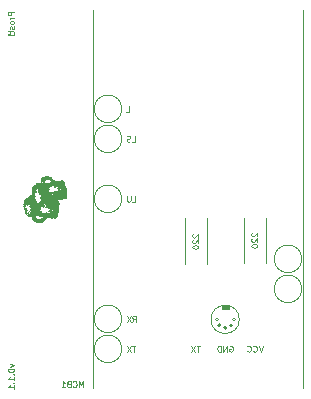
<source format=gbr>
G04 #@! TF.GenerationSoftware,KiCad,Pcbnew,(5.1.5-0-10_14)*
G04 #@! TF.CreationDate,2020-05-13T01:35:36-07:00*
G04 #@! TF.ProjectId,prost-pcb,70726f73-742d-4706-9362-2e6b69636164,0.1.0*
G04 #@! TF.SameCoordinates,Original*
G04 #@! TF.FileFunction,Legend,Bot*
G04 #@! TF.FilePolarity,Positive*
%FSLAX46Y46*%
G04 Gerber Fmt 4.6, Leading zero omitted, Abs format (unit mm)*
G04 Created by KiCad (PCBNEW (5.1.5-0-10_14)) date 2020-05-13 01:35:36*
%MOMM*%
%LPD*%
G04 APERTURE LIST*
%ADD10C,0.100000*%
%ADD11C,0.200000*%
%ADD12C,0.120000*%
%ADD13C,0.125000*%
%ADD14C,0.010000*%
%ADD15C,0.115000*%
G04 APERTURE END LIST*
D10*
G36*
X152600000Y-111350000D02*
G01*
X152000000Y-111350000D01*
X152000000Y-111050000D01*
X152600000Y-111050000D01*
X152600000Y-111350000D01*
G37*
X152600000Y-111350000D02*
X152000000Y-111350000D01*
X152000000Y-111050000D01*
X152600000Y-111050000D01*
X152600000Y-111350000D01*
D11*
X152900000Y-112700000D02*
G75*
G03X152900000Y-112700000I-100000J0D01*
G01*
X151900000Y-112700000D02*
G75*
G03X151900000Y-112700000I-100000J0D01*
G01*
D10*
X153200000Y-112200000D02*
G75*
G03X153200000Y-112200000I-150000J0D01*
G01*
D11*
X152400000Y-112900000D02*
G75*
G03X152400000Y-112900000I-100000J0D01*
G01*
D10*
X151750000Y-112200000D02*
G75*
G03X151750000Y-112200000I-150000J0D01*
G01*
D12*
X153500000Y-112200000D02*
G75*
G03X153500000Y-112200000I-1200000J0D01*
G01*
X158791537Y-107080000D02*
G75*
G03X158791537Y-107080000I-1171537J0D01*
G01*
X158791537Y-109620000D02*
G75*
G03X158791537Y-109620000I-1171537J0D01*
G01*
X143551537Y-114700000D02*
G75*
G03X143551537Y-114700000I-1171537J0D01*
G01*
X143551537Y-112160000D02*
G75*
G03X143551537Y-112160000I-1171537J0D01*
G01*
X143551537Y-102000000D02*
G75*
G03X143551537Y-102000000I-1171537J0D01*
G01*
X143551537Y-96920000D02*
G75*
G03X143551537Y-96920000I-1171537J0D01*
G01*
X143551537Y-94380000D02*
G75*
G03X143551537Y-94380000I-1171537J0D01*
G01*
X158900000Y-118000000D02*
X158900000Y-86000000D01*
X141100000Y-118000000D02*
X141100000Y-86000000D01*
D13*
X134426190Y-86147321D02*
X133926190Y-86147321D01*
X133926190Y-86337797D01*
X133950000Y-86385416D01*
X133973809Y-86409226D01*
X134021428Y-86433035D01*
X134092857Y-86433035D01*
X134140476Y-86409226D01*
X134164285Y-86385416D01*
X134188095Y-86337797D01*
X134188095Y-86147321D01*
X134426190Y-86647321D02*
X134092857Y-86647321D01*
X134188095Y-86647321D02*
X134140476Y-86671130D01*
X134116666Y-86694940D01*
X134092857Y-86742559D01*
X134092857Y-86790178D01*
X134426190Y-87028273D02*
X134402380Y-86980654D01*
X134378571Y-86956845D01*
X134330952Y-86933035D01*
X134188095Y-86933035D01*
X134140476Y-86956845D01*
X134116666Y-86980654D01*
X134092857Y-87028273D01*
X134092857Y-87099702D01*
X134116666Y-87147321D01*
X134140476Y-87171130D01*
X134188095Y-87194940D01*
X134330952Y-87194940D01*
X134378571Y-87171130D01*
X134402380Y-87147321D01*
X134426190Y-87099702D01*
X134426190Y-87028273D01*
X134402380Y-87385416D02*
X134426190Y-87433035D01*
X134426190Y-87528273D01*
X134402380Y-87575892D01*
X134354761Y-87599702D01*
X134330952Y-87599702D01*
X134283333Y-87575892D01*
X134259523Y-87528273D01*
X134259523Y-87456845D01*
X134235714Y-87409226D01*
X134188095Y-87385416D01*
X134164285Y-87385416D01*
X134116666Y-87409226D01*
X134092857Y-87456845D01*
X134092857Y-87528273D01*
X134116666Y-87575892D01*
X134092857Y-87742559D02*
X134092857Y-87933035D01*
X133926190Y-87813988D02*
X134354761Y-87813988D01*
X134402380Y-87837797D01*
X134426190Y-87885416D01*
X134426190Y-87933035D01*
X134378571Y-88099702D02*
X134402380Y-88123511D01*
X134426190Y-88099702D01*
X134402380Y-88075892D01*
X134378571Y-88099702D01*
X134426190Y-88099702D01*
X134235714Y-88099702D02*
X133950000Y-88075892D01*
X133926190Y-88099702D01*
X133950000Y-88123511D01*
X134235714Y-88099702D01*
X133926190Y-88099702D01*
X134092857Y-115952678D02*
X134426190Y-116071726D01*
X134092857Y-116190773D01*
X133926190Y-116476488D02*
X133926190Y-116524107D01*
X133950000Y-116571726D01*
X133973809Y-116595535D01*
X134021428Y-116619345D01*
X134116666Y-116643154D01*
X134235714Y-116643154D01*
X134330952Y-116619345D01*
X134378571Y-116595535D01*
X134402380Y-116571726D01*
X134426190Y-116524107D01*
X134426190Y-116476488D01*
X134402380Y-116428869D01*
X134378571Y-116405059D01*
X134330952Y-116381250D01*
X134235714Y-116357440D01*
X134116666Y-116357440D01*
X134021428Y-116381250D01*
X133973809Y-116405059D01*
X133950000Y-116428869D01*
X133926190Y-116476488D01*
X134378571Y-116857440D02*
X134402380Y-116881250D01*
X134426190Y-116857440D01*
X134402380Y-116833630D01*
X134378571Y-116857440D01*
X134426190Y-116857440D01*
X134426190Y-117357440D02*
X134426190Y-117071726D01*
X134426190Y-117214583D02*
X133926190Y-117214583D01*
X133997619Y-117166964D01*
X134045238Y-117119345D01*
X134069047Y-117071726D01*
X134378571Y-117571726D02*
X134402380Y-117595535D01*
X134426190Y-117571726D01*
X134402380Y-117547916D01*
X134378571Y-117571726D01*
X134426190Y-117571726D01*
X134426190Y-118071726D02*
X134426190Y-117786011D01*
X134426190Y-117928869D02*
X133926190Y-117928869D01*
X133997619Y-117881250D01*
X134045238Y-117833630D01*
X134069047Y-117786011D01*
X143928869Y-94606190D02*
X144166964Y-94606190D01*
X144166964Y-94106190D01*
X144405059Y-97146190D02*
X144643154Y-97146190D01*
X144643154Y-96646190D01*
X144262202Y-97122380D02*
X144190773Y-97146190D01*
X144071726Y-97146190D01*
X144024107Y-97122380D01*
X144000297Y-97098571D01*
X143976488Y-97050952D01*
X143976488Y-97003333D01*
X144000297Y-96955714D01*
X144024107Y-96931904D01*
X144071726Y-96908095D01*
X144166964Y-96884285D01*
X144214583Y-96860476D01*
X144238392Y-96836666D01*
X144262202Y-96789047D01*
X144262202Y-96741428D01*
X144238392Y-96693809D01*
X144214583Y-96670000D01*
X144166964Y-96646190D01*
X144047916Y-96646190D01*
X143976488Y-96670000D01*
X144452678Y-102226190D02*
X144690773Y-102226190D01*
X144690773Y-101726190D01*
X144286011Y-101726190D02*
X144286011Y-102130952D01*
X144262202Y-102178571D01*
X144238392Y-102202380D01*
X144190773Y-102226190D01*
X144095535Y-102226190D01*
X144047916Y-102202380D01*
X144024107Y-102178571D01*
X144000297Y-102130952D01*
X144000297Y-101726190D01*
X144452678Y-112386190D02*
X144619345Y-112148095D01*
X144738392Y-112386190D02*
X144738392Y-111886190D01*
X144547916Y-111886190D01*
X144500297Y-111910000D01*
X144476488Y-111933809D01*
X144452678Y-111981428D01*
X144452678Y-112052857D01*
X144476488Y-112100476D01*
X144500297Y-112124285D01*
X144547916Y-112148095D01*
X144738392Y-112148095D01*
X144286011Y-111886190D02*
X143952678Y-112386190D01*
X143952678Y-111886190D02*
X144286011Y-112386190D01*
X144690773Y-114426190D02*
X144405059Y-114426190D01*
X144547916Y-114926190D02*
X144547916Y-114426190D01*
X144286011Y-114426190D02*
X143952678Y-114926190D01*
X143952678Y-114426190D02*
X144286011Y-114926190D01*
D14*
G36*
X135549085Y-101891298D02*
G01*
X135554051Y-101889814D01*
X135594941Y-101884935D01*
X135602421Y-101904030D01*
X135577912Y-101932118D01*
X135552526Y-101953470D01*
X135563771Y-101953237D01*
X135581872Y-101947088D01*
X135611117Y-101942943D01*
X135609559Y-101955748D01*
X135613120Y-101982398D01*
X135626868Y-101991445D01*
X135649265Y-101990211D01*
X135646710Y-101966194D01*
X135643040Y-101944280D01*
X135653927Y-101955129D01*
X135685940Y-101969255D01*
X135705616Y-101960979D01*
X135745783Y-101943140D01*
X135760156Y-101940875D01*
X135759854Y-101950135D01*
X135728704Y-101971897D01*
X135727083Y-101972829D01*
X135694074Y-101995072D01*
X135690778Y-102005096D01*
X135691198Y-102005121D01*
X135694892Y-102019542D01*
X135680173Y-102043103D01*
X135661809Y-102069577D01*
X135676343Y-102070111D01*
X135690301Y-102065152D01*
X135728730Y-102052512D01*
X135741212Y-102050000D01*
X135742491Y-102035904D01*
X135739049Y-102029475D01*
X135741349Y-102000963D01*
X135746836Y-101996297D01*
X135761772Y-102002024D01*
X135762181Y-102018585D01*
X135741517Y-102060100D01*
X135729195Y-102070743D01*
X135715253Y-102088261D01*
X135736779Y-102101561D01*
X135762919Y-102132303D01*
X135762230Y-102170257D01*
X135760848Y-102209339D01*
X135770529Y-102220358D01*
X135790038Y-102224951D01*
X135790420Y-102226389D01*
X135797218Y-102252050D01*
X135812898Y-102305829D01*
X135825459Y-102347656D01*
X135846548Y-102417743D01*
X135856209Y-102454470D01*
X135855677Y-102466719D01*
X135846187Y-102463369D01*
X135841118Y-102460242D01*
X135834385Y-102473908D01*
X135834749Y-102520684D01*
X135841411Y-102584601D01*
X135855322Y-102658756D01*
X135872773Y-102714720D01*
X135887229Y-102737561D01*
X135899797Y-102752776D01*
X135892448Y-102755353D01*
X135885184Y-102761810D01*
X135908446Y-102776808D01*
X135950747Y-102795491D01*
X136000603Y-102813000D01*
X136046525Y-102824478D01*
X136059975Y-102826205D01*
X136105524Y-102835106D01*
X136123958Y-102849215D01*
X136139928Y-102854608D01*
X136168055Y-102843750D01*
X136202151Y-102832842D01*
X136212152Y-102840524D01*
X136230146Y-102856355D01*
X136250323Y-102857836D01*
X136283488Y-102872916D01*
X136291150Y-102898965D01*
X136289323Y-102907086D01*
X136289323Y-102976041D01*
X136300347Y-102987066D01*
X136289323Y-102998090D01*
X136278298Y-102987066D01*
X136289323Y-102976041D01*
X136289323Y-102907086D01*
X136284126Y-102930187D01*
X136250390Y-102943115D01*
X136220811Y-102945005D01*
X136175093Y-102941507D01*
X136158403Y-102930509D01*
X136159237Y-102928375D01*
X136151270Y-102912065D01*
X136134982Y-102908383D01*
X136134982Y-102976041D01*
X136146007Y-102987066D01*
X136134982Y-102998090D01*
X136123958Y-102987066D01*
X136134982Y-102976041D01*
X136134982Y-102908383D01*
X136130771Y-102907431D01*
X136112934Y-102905914D01*
X136112934Y-102931944D01*
X136123958Y-102942968D01*
X136112934Y-102953993D01*
X136101909Y-102942968D01*
X136112934Y-102931944D01*
X136112934Y-102905914D01*
X136080571Y-102903160D01*
X136024739Y-102897257D01*
X136024739Y-102931944D01*
X136035764Y-102942968D01*
X136024739Y-102953993D01*
X136013715Y-102942968D01*
X136024739Y-102931944D01*
X136024739Y-102897257D01*
X136019227Y-102896674D01*
X135969756Y-102897118D01*
X135947713Y-102909954D01*
X135947569Y-102911464D01*
X135933151Y-102923437D01*
X135920008Y-102918686D01*
X135903731Y-102913362D01*
X135907576Y-102919652D01*
X135912034Y-102950747D01*
X135902610Y-102989333D01*
X135893690Y-103031343D01*
X135904018Y-103042187D01*
X135923431Y-103059902D01*
X135925520Y-103073196D01*
X135941809Y-103094982D01*
X135967129Y-103093324D01*
X136008262Y-103094969D01*
X136023603Y-103106494D01*
X136017112Y-103121435D01*
X135970168Y-103123556D01*
X135949109Y-103121848D01*
X135914496Y-103120860D01*
X135914496Y-103240625D01*
X135925520Y-103251649D01*
X135914496Y-103262673D01*
X135903472Y-103251649D01*
X135914496Y-103240625D01*
X135914496Y-103120860D01*
X135896635Y-103120349D01*
X135871065Y-103126923D01*
X135870946Y-103131267D01*
X135866690Y-103157352D01*
X135859494Y-103163380D01*
X135844571Y-103193348D01*
X135841660Y-103240549D01*
X135850170Y-103281937D01*
X135863894Y-103292953D01*
X135863948Y-103292919D01*
X135878842Y-103300786D01*
X135881423Y-103317795D01*
X135892661Y-103341539D01*
X135908984Y-103337355D01*
X135916058Y-103340198D01*
X135897346Y-103368255D01*
X135892448Y-103374258D01*
X135867838Y-103406020D01*
X135872711Y-103407765D01*
X135886935Y-103397397D01*
X135916834Y-103381376D01*
X135925858Y-103386753D01*
X135935496Y-103388337D01*
X135948026Y-103372916D01*
X135959528Y-103367560D01*
X135961328Y-103402332D01*
X135956366Y-103456171D01*
X135951786Y-103593272D01*
X135972600Y-103700413D01*
X136008670Y-103763852D01*
X136048489Y-103795936D01*
X136113844Y-103835439D01*
X136179079Y-103868324D01*
X136252891Y-103898710D01*
X136323782Y-103918196D01*
X136406852Y-103929708D01*
X136517199Y-103936174D01*
X136531857Y-103936710D01*
X136618623Y-103938779D01*
X136680596Y-103938310D01*
X136710791Y-103935495D01*
X136708246Y-103931919D01*
X136656484Y-103909719D01*
X136634597Y-103895358D01*
X136618079Y-103871938D01*
X136638424Y-103847033D01*
X136644323Y-103842609D01*
X136666286Y-103820646D01*
X136661014Y-103813888D01*
X136625706Y-103826827D01*
X136623399Y-103828915D01*
X136593611Y-103839660D01*
X136559072Y-103844841D01*
X136559072Y-103889840D01*
X136603903Y-103893723D01*
X136625564Y-103899569D01*
X136629641Y-103909488D01*
X136595573Y-103915273D01*
X136564930Y-103916114D01*
X136518466Y-103911266D01*
X136498789Y-103899587D01*
X136498784Y-103899395D01*
X136517248Y-103891721D01*
X136559072Y-103889840D01*
X136559072Y-103844841D01*
X136537747Y-103848040D01*
X136518168Y-103849591D01*
X136463274Y-103851726D01*
X136453386Y-103848627D01*
X136453386Y-103880034D01*
X136475838Y-103896040D01*
X136476736Y-103902083D01*
X136469213Y-103923558D01*
X136467013Y-103924132D01*
X136448188Y-103908681D01*
X136443663Y-103902083D01*
X136445411Y-103881766D01*
X136453386Y-103880034D01*
X136453386Y-103848627D01*
X136445940Y-103846293D01*
X136459815Y-103829781D01*
X136468886Y-103822324D01*
X136495285Y-103799958D01*
X136486031Y-103801231D01*
X136460199Y-103813448D01*
X136422418Y-103838591D01*
X136410590Y-103856811D01*
X136395397Y-103871741D01*
X136361726Y-103866073D01*
X136327437Y-103844190D01*
X136319188Y-103834385D01*
X136306190Y-103821527D01*
X136310109Y-103847240D01*
X136312462Y-103855780D01*
X136327466Y-103908696D01*
X136259452Y-103860266D01*
X136211748Y-103823522D01*
X136181533Y-103795169D01*
X136179040Y-103791776D01*
X136152327Y-103781792D01*
X136152327Y-103795394D01*
X136164648Y-103800759D01*
X136188319Y-103822959D01*
X136183463Y-103835722D01*
X136180381Y-103835937D01*
X136161732Y-103820276D01*
X136154925Y-103810482D01*
X136152327Y-103795394D01*
X136152327Y-103781792D01*
X136151090Y-103781329D01*
X136130448Y-103785606D01*
X136104775Y-103787901D01*
X136107983Y-103763718D01*
X136109440Y-103737831D01*
X136092607Y-103739108D01*
X136061413Y-103731762D01*
X136049886Y-103714792D01*
X136047889Y-103690202D01*
X136063577Y-103693389D01*
X136067949Y-103690882D01*
X136043880Y-103666719D01*
X136035764Y-103659548D01*
X136007957Y-103632345D01*
X136009026Y-103625789D01*
X136013715Y-103627797D01*
X136034804Y-103635210D01*
X136021727Y-103616986D01*
X136019227Y-103614276D01*
X135995399Y-103579055D01*
X135995626Y-103558243D01*
X136019227Y-103562818D01*
X136026258Y-103560211D01*
X136007182Y-103532609D01*
X136002691Y-103527257D01*
X135979070Y-103495951D01*
X135979823Y-103487977D01*
X135981815Y-103489013D01*
X135998999Y-103481510D01*
X136003864Y-103445657D01*
X136016990Y-103390096D01*
X136051333Y-103359279D01*
X136095298Y-103361240D01*
X136111085Y-103371382D01*
X136137129Y-103401301D01*
X136145929Y-103426321D01*
X136134400Y-103433086D01*
X136124210Y-103428194D01*
X136111711Y-103431756D01*
X136115653Y-103449222D01*
X136113795Y-103492875D01*
X136098864Y-103520745D01*
X136080244Y-103546508D01*
X136091943Y-103544667D01*
X136101909Y-103539279D01*
X136122841Y-103530348D01*
X136109271Y-103548621D01*
X136109144Y-103548757D01*
X136092261Y-103593282D01*
X136110715Y-103642118D01*
X136157226Y-103688246D01*
X136224514Y-103724648D01*
X136305299Y-103744304D01*
X136312672Y-103744987D01*
X136335082Y-103759206D01*
X136330489Y-103775303D01*
X136327575Y-103788609D01*
X136351236Y-103772604D01*
X136380150Y-103756265D01*
X136388537Y-103761579D01*
X136408308Y-103773686D01*
X136459697Y-103779327D01*
X136530810Y-103779192D01*
X136609752Y-103773969D01*
X136684629Y-103764350D01*
X136743546Y-103751023D01*
X136769430Y-103739502D01*
X136800787Y-103715680D01*
X136796566Y-103711480D01*
X136774392Y-103717209D01*
X136746421Y-103722903D01*
X136757130Y-103710921D01*
X136762315Y-103707180D01*
X136798992Y-103693452D01*
X136813314Y-103696236D01*
X136841787Y-103691944D01*
X136875521Y-103668844D01*
X136902805Y-103635206D01*
X136892849Y-103613724D01*
X136892086Y-103613243D01*
X136877171Y-103591713D01*
X136894265Y-103562010D01*
X136909141Y-103533647D01*
X136899455Y-103527257D01*
X136867956Y-103543704D01*
X136858170Y-103555924D01*
X136839542Y-103575021D01*
X136839542Y-103629909D01*
X136861802Y-103630983D01*
X136859105Y-103649647D01*
X136844298Y-103677936D01*
X136839480Y-103681597D01*
X136820967Y-103667147D01*
X136825822Y-103640751D01*
X136839542Y-103629909D01*
X136839542Y-103575021D01*
X136808267Y-103607085D01*
X136732474Y-103653294D01*
X136648728Y-103684732D01*
X136609889Y-103691804D01*
X136530756Y-103692143D01*
X136437472Y-103681744D01*
X136345061Y-103663493D01*
X136268546Y-103640278D01*
X136226377Y-103618107D01*
X136197022Y-103567669D01*
X136193314Y-103496482D01*
X136214761Y-103419312D01*
X136234201Y-103383941D01*
X136262922Y-103344276D01*
X136275727Y-103340017D01*
X136278491Y-103361892D01*
X136282185Y-103390844D01*
X136296294Y-103379024D01*
X136300347Y-103372916D01*
X136318120Y-103355506D01*
X136322058Y-103366712D01*
X136338231Y-103383372D01*
X136359085Y-103379502D01*
X136383733Y-103376622D01*
X136383241Y-103385706D01*
X136396916Y-103395847D01*
X136446304Y-103402979D01*
X136523058Y-103405963D01*
X136531835Y-103405989D01*
X136608005Y-103408037D01*
X136661749Y-103413450D01*
X136683056Y-103421130D01*
X136682768Y-103422526D01*
X136685605Y-103437561D01*
X136712512Y-103436838D01*
X136747305Y-103422603D01*
X136762193Y-103411501D01*
X136782726Y-103394969D01*
X136776933Y-103410421D01*
X136776325Y-103411501D01*
X136779008Y-103433690D01*
X136809940Y-103439062D01*
X136865228Y-103453605D01*
X136899435Y-103475552D01*
X136929309Y-103495767D01*
X136939757Y-103491386D01*
X136957760Y-103473315D01*
X136998209Y-103466665D01*
X137040763Y-103472182D01*
X137063300Y-103486842D01*
X137061390Y-103518703D01*
X137045921Y-103536114D01*
X137023002Y-103572180D01*
X137023522Y-103593402D01*
X137024653Y-103614225D01*
X137017520Y-103611188D01*
X136995338Y-103617901D01*
X136954380Y-103650806D01*
X136912681Y-103693003D01*
X136863503Y-103744270D01*
X136825868Y-103778435D01*
X136810375Y-103787472D01*
X136780826Y-103793108D01*
X136756007Y-103802432D01*
X136731683Y-103821567D01*
X136740894Y-103836855D01*
X136773093Y-103843346D01*
X136817730Y-103836091D01*
X136823421Y-103834062D01*
X136860282Y-103824843D01*
X136862545Y-103836004D01*
X136830686Y-103856229D01*
X136817188Y-103857986D01*
X136788702Y-103871025D01*
X136785416Y-103881336D01*
X136771492Y-103893530D01*
X136759961Y-103888953D01*
X136744943Y-103886272D01*
X136750900Y-103899747D01*
X136775923Y-103914099D01*
X136794920Y-103903345D01*
X136825154Y-103889591D01*
X136834728Y-103892598D01*
X136854794Y-103883943D01*
X136897376Y-103850182D01*
X136954359Y-103797933D01*
X136972546Y-103780142D01*
X137042362Y-103705818D01*
X137079672Y-103652615D01*
X137087710Y-103615827D01*
X137087172Y-103613399D01*
X137086002Y-103584609D01*
X137095349Y-103583152D01*
X137123211Y-103578292D01*
X137153926Y-103554699D01*
X137173050Y-103537554D01*
X137195277Y-103528212D01*
X137229346Y-103526926D01*
X137283991Y-103533945D01*
X137367951Y-103549520D01*
X137434386Y-103562747D01*
X137675456Y-103611106D01*
X137717106Y-103558157D01*
X137749662Y-103525034D01*
X137779291Y-103506187D01*
X137795306Y-103506232D01*
X137788628Y-103527257D01*
X137789144Y-103547628D01*
X137796194Y-103549305D01*
X137818013Y-103529774D01*
X137842666Y-103479789D01*
X137864984Y-103412260D01*
X137879732Y-103340612D01*
X137892060Y-103287328D01*
X137907679Y-103256071D01*
X137917979Y-103224018D01*
X137912117Y-103182737D01*
X137898871Y-103161588D01*
X137898871Y-103218576D01*
X137909895Y-103229600D01*
X137898871Y-103240625D01*
X137887847Y-103229600D01*
X137898871Y-103218576D01*
X137898871Y-103161588D01*
X137894648Y-103154845D01*
X137886814Y-103152430D01*
X137879708Y-103134209D01*
X137886816Y-103089977D01*
X137887847Y-103086284D01*
X137895727Y-103040824D01*
X137889109Y-103020244D01*
X137888081Y-103020139D01*
X137881712Y-103003583D01*
X137892148Y-102963148D01*
X137913362Y-102912677D01*
X137939328Y-102866017D01*
X137964017Y-102837012D01*
X137969009Y-102834244D01*
X137989345Y-102834349D01*
X137986909Y-102844002D01*
X137987988Y-102864176D01*
X137995202Y-102865798D01*
X138010063Y-102845167D01*
X138024288Y-102788934D01*
X138036655Y-102705591D01*
X138045945Y-102603631D01*
X138050934Y-102491544D01*
X138051210Y-102476262D01*
X138054891Y-102396781D01*
X138062261Y-102343309D01*
X138071819Y-102321149D01*
X138082062Y-102335604D01*
X138086078Y-102353168D01*
X138089013Y-102390573D01*
X138091255Y-102460827D01*
X138092528Y-102552683D01*
X138092696Y-102623264D01*
X138086906Y-102757912D01*
X138071322Y-102899067D01*
X138047751Y-103039918D01*
X138017995Y-103173656D01*
X137983860Y-103293474D01*
X137947151Y-103392562D01*
X137909673Y-103464111D01*
X137873228Y-103501313D01*
X137858985Y-103505057D01*
X137850834Y-103518962D01*
X137854374Y-103526610D01*
X137846302Y-103546879D01*
X137813046Y-103561705D01*
X137772794Y-103582386D01*
X137768920Y-103607721D01*
X137796114Y-103627982D01*
X137849069Y-103633440D01*
X137852049Y-103633175D01*
X137891541Y-103624629D01*
X137922699Y-103601904D01*
X137954326Y-103555757D01*
X137989112Y-103489287D01*
X138043148Y-103358862D01*
X138092907Y-103196735D01*
X138134696Y-103015298D01*
X138142088Y-102976041D01*
X138155530Y-102907971D01*
X138164707Y-102865798D01*
X138170479Y-102822465D01*
X138176671Y-102746099D01*
X138182513Y-102647751D01*
X138186963Y-102546093D01*
X138190201Y-102426674D01*
X138189207Y-102341484D01*
X138183155Y-102280788D01*
X138171219Y-102234850D01*
X138157967Y-102204340D01*
X138130512Y-102157937D01*
X138097910Y-102132901D01*
X138044616Y-102120222D01*
X138004955Y-102115661D01*
X137939637Y-102106115D01*
X137890397Y-102093745D01*
X137864977Y-102081594D01*
X137871117Y-102072704D01*
X137889684Y-102070361D01*
X137940502Y-102064064D01*
X137953993Y-102061436D01*
X137999069Y-102051632D01*
X138053211Y-102039916D01*
X138111926Y-102026909D01*
X138152430Y-102017455D01*
X138201145Y-102010051D01*
X138236414Y-102007589D01*
X138271632Y-102000434D01*
X138277168Y-101989366D01*
X138291007Y-101979673D01*
X138337445Y-101972505D01*
X138380598Y-101970188D01*
X138490641Y-101964300D01*
X138564646Y-101951910D01*
X138605479Y-101935061D01*
X138642296Y-101932428D01*
X138659297Y-101939601D01*
X138703535Y-101944364D01*
X138757195Y-101922862D01*
X138803726Y-101884464D01*
X138825280Y-101845649D01*
X138831511Y-101804480D01*
X138837530Y-101739705D01*
X138842571Y-101664813D01*
X138845866Y-101593295D01*
X138846648Y-101538643D01*
X138844149Y-101514347D01*
X138844129Y-101514325D01*
X138839406Y-101491701D01*
X138831975Y-101437755D01*
X138824923Y-101377382D01*
X138793749Y-101159008D01*
X138750005Y-100951134D01*
X138696068Y-100762035D01*
X138634315Y-100599984D01*
X138567122Y-100473257D01*
X138563772Y-100468162D01*
X138516481Y-100419725D01*
X138462705Y-100396244D01*
X138414809Y-100400293D01*
X138386300Y-100431230D01*
X138374238Y-100469709D01*
X138383934Y-100478181D01*
X138400477Y-100473453D01*
X138447419Y-100478632D01*
X138496504Y-100522803D01*
X138546019Y-100601028D01*
X138594250Y-100708371D01*
X138639483Y-100839894D01*
X138680006Y-100990661D01*
X138714103Y-101155735D01*
X138740062Y-101330178D01*
X138755357Y-101495844D01*
X138758643Y-101605290D01*
X138753893Y-101679607D01*
X138743413Y-101717207D01*
X138729513Y-101716504D01*
X138714670Y-101676374D01*
X138714670Y-101763368D01*
X138725694Y-101774392D01*
X138714670Y-101785416D01*
X138703645Y-101774392D01*
X138714670Y-101763368D01*
X138714670Y-101676374D01*
X138714498Y-101675908D01*
X138700678Y-101593835D01*
X138694988Y-101537369D01*
X138686825Y-101444951D01*
X138678858Y-101363522D01*
X138672554Y-101307883D01*
X138671502Y-101300347D01*
X138664304Y-101245671D01*
X138661386Y-101215306D01*
X138644158Y-101195518D01*
X138626277Y-101198153D01*
X138588801Y-101191864D01*
X138566552Y-101168560D01*
X138537968Y-101140539D01*
X138512594Y-101149026D01*
X138479261Y-101160638D01*
X138452324Y-101149943D01*
X138449739Y-101124698D01*
X138451028Y-101122434D01*
X138449316Y-101103174D01*
X138442934Y-101101909D01*
X138428038Y-101087743D01*
X138428038Y-101631076D01*
X138439062Y-101642100D01*
X138428038Y-101653125D01*
X138417013Y-101642100D01*
X138428038Y-101631076D01*
X138428038Y-101087743D01*
X138423217Y-101083157D01*
X138410831Y-101039660D01*
X138408783Y-100990560D01*
X138419889Y-100955225D01*
X138426353Y-100928769D01*
X138413536Y-100920687D01*
X138404375Y-100908142D01*
X138424786Y-100896746D01*
X138451101Y-100893001D01*
X138449930Y-100903724D01*
X138453977Y-100923458D01*
X138465322Y-100925858D01*
X138479783Y-100931944D01*
X138461111Y-100947569D01*
X138442083Y-100965030D01*
X138456900Y-100969280D01*
X138475976Y-100980717D01*
X138473563Y-100989356D01*
X138478791Y-101013160D01*
X138490636Y-101020327D01*
X138516389Y-101013915D01*
X138519907Y-101000588D01*
X138506251Y-100972427D01*
X138496021Y-100969280D01*
X138490530Y-100959967D01*
X138505208Y-100947569D01*
X138524196Y-100930098D01*
X138509470Y-100925858D01*
X138493408Y-100917857D01*
X138506695Y-100888616D01*
X138513419Y-100878748D01*
X138534593Y-100821613D01*
X138525809Y-100778396D01*
X138506140Y-100714328D01*
X138494184Y-100660937D01*
X138474765Y-100579776D01*
X138450326Y-100518170D01*
X138425380Y-100486598D01*
X138418251Y-100484548D01*
X138405473Y-100501470D01*
X138408481Y-100523133D01*
X138413479Y-100546504D01*
X138399830Y-100535754D01*
X138385741Y-100518919D01*
X138358906Y-100478823D01*
X138350868Y-100456398D01*
X138331311Y-100449949D01*
X138281927Y-100448203D01*
X138216647Y-100450403D01*
X138164123Y-100454610D01*
X138164123Y-100644591D01*
X138173012Y-100649006D01*
X138195807Y-100670030D01*
X138194541Y-100670334D01*
X138194541Y-100793618D01*
X138187947Y-100811080D01*
X138185503Y-100815277D01*
X138176349Y-100836775D01*
X138196444Y-100825949D01*
X138197807Y-100824949D01*
X138245429Y-100801087D01*
X138278129Y-100813714D01*
X138298740Y-100865431D01*
X138307419Y-100925520D01*
X138320789Y-101008001D01*
X138341857Y-101083100D01*
X138354690Y-101112934D01*
X138383353Y-101170218D01*
X138388560Y-101200989D01*
X138384719Y-101204115D01*
X138384719Y-101688474D01*
X138411501Y-101695535D01*
X138415734Y-101715811D01*
X138417013Y-101749772D01*
X138405989Y-101781927D01*
X138405989Y-101917708D01*
X138417013Y-101928732D01*
X138405989Y-101939757D01*
X138394965Y-101928732D01*
X138405989Y-101917708D01*
X138405989Y-101781927D01*
X138400388Y-101798265D01*
X138372886Y-101813861D01*
X138361892Y-101814323D01*
X138361892Y-101939757D01*
X138372916Y-101950781D01*
X138361892Y-101961805D01*
X138350868Y-101950781D01*
X138361892Y-101939757D01*
X138361892Y-101814323D01*
X138343004Y-101815117D01*
X138341711Y-101804443D01*
X138340051Y-101772587D01*
X138325205Y-101747145D01*
X138309373Y-101725264D01*
X138309373Y-101763368D01*
X138321327Y-101776952D01*
X138317795Y-101785416D01*
X138288587Y-101806642D01*
X138282119Y-101807465D01*
X138270165Y-101793880D01*
X138273698Y-101785416D01*
X138302906Y-101764191D01*
X138309373Y-101763368D01*
X138309373Y-101725264D01*
X138307036Y-101722033D01*
X138318862Y-101724874D01*
X138327054Y-101729679D01*
X138348919Y-101736042D01*
X138345117Y-101714038D01*
X138347561Y-101689039D01*
X138384719Y-101688474D01*
X138384719Y-101204115D01*
X138369210Y-101216740D01*
X138344059Y-101224089D01*
X138339843Y-101225045D01*
X138339843Y-101366493D01*
X138350868Y-101377517D01*
X138349552Y-101378832D01*
X138349552Y-101410590D01*
X138363897Y-101428464D01*
X138365567Y-101442693D01*
X138358217Y-101459789D01*
X138358217Y-101506134D01*
X138371325Y-101509160D01*
X138372916Y-101520833D01*
X138364849Y-101538981D01*
X138358217Y-101535532D01*
X138355578Y-101509365D01*
X138358217Y-101506134D01*
X138358217Y-101459789D01*
X138356009Y-101464926D01*
X138347193Y-101463440D01*
X138330383Y-101469195D01*
X138328819Y-101479109D01*
X138321897Y-101496938D01*
X138317276Y-101494591D01*
X138314179Y-101466965D01*
X138327738Y-101430491D01*
X138348149Y-101410692D01*
X138349552Y-101410590D01*
X138349552Y-101378832D01*
X138339843Y-101388541D01*
X138328819Y-101377517D01*
X138339843Y-101366493D01*
X138339843Y-101225045D01*
X138300524Y-101233966D01*
X138300524Y-101390777D01*
X138295898Y-101412870D01*
X138294329Y-101417053D01*
X138276862Y-101444052D01*
X138273698Y-101444113D01*
X138273698Y-101719270D01*
X138284722Y-101730295D01*
X138273698Y-101741319D01*
X138262673Y-101730295D01*
X138273698Y-101719270D01*
X138273698Y-101444113D01*
X138266931Y-101444246D01*
X138269405Y-101420922D01*
X138281986Y-101404710D01*
X138300524Y-101390777D01*
X138300524Y-101233966D01*
X138289975Y-101236360D01*
X138261376Y-101241665D01*
X138251649Y-101244717D01*
X138251649Y-101498784D01*
X138262673Y-101509809D01*
X138251649Y-101520833D01*
X138251649Y-101829513D01*
X138262673Y-101840538D01*
X138251649Y-101851562D01*
X138240625Y-101840538D01*
X138251649Y-101829513D01*
X138251649Y-101520833D01*
X138240625Y-101509809D01*
X138251649Y-101498784D01*
X138251649Y-101244717D01*
X138229600Y-101251636D01*
X138229600Y-101344444D01*
X138240625Y-101355468D01*
X138229600Y-101366493D01*
X138218576Y-101355468D01*
X138229600Y-101344444D01*
X138229600Y-101251636D01*
X138215907Y-101255933D01*
X138206020Y-101261223D01*
X138202848Y-101262272D01*
X138202848Y-101414144D01*
X138215169Y-101419509D01*
X138238839Y-101441709D01*
X138233984Y-101454472D01*
X138230902Y-101454687D01*
X138229600Y-101453594D01*
X138229600Y-101763368D01*
X138240625Y-101774392D01*
X138229600Y-101785416D01*
X138218576Y-101774392D01*
X138229600Y-101763368D01*
X138229600Y-101453594D01*
X138212252Y-101439026D01*
X138207552Y-101432263D01*
X138207552Y-101520833D01*
X138218576Y-101531857D01*
X138207552Y-101542882D01*
X138196527Y-101531857D01*
X138207552Y-101520833D01*
X138207552Y-101432263D01*
X138205446Y-101429232D01*
X138202848Y-101414144D01*
X138202848Y-101262272D01*
X138171568Y-101272618D01*
X138163454Y-101274259D01*
X138163454Y-101344444D01*
X138174479Y-101355468D01*
X138173043Y-101356904D01*
X138173043Y-101504190D01*
X138174479Y-101507206D01*
X138158957Y-101527327D01*
X138152430Y-101531857D01*
X138131817Y-101537476D01*
X138130382Y-101534460D01*
X138145903Y-101514339D01*
X138152430Y-101509809D01*
X138173043Y-101504190D01*
X138173043Y-101356904D01*
X138163454Y-101366493D01*
X138152430Y-101355468D01*
X138163454Y-101344444D01*
X138163454Y-101274259D01*
X138114653Y-101284131D01*
X138114653Y-101414144D01*
X138126975Y-101419509D01*
X138150645Y-101441709D01*
X138145789Y-101454472D01*
X138142707Y-101454687D01*
X138124058Y-101439026D01*
X138117252Y-101429232D01*
X138114653Y-101414144D01*
X138114653Y-101284131D01*
X138110545Y-101284963D01*
X138073729Y-101290530D01*
X138053211Y-101293723D01*
X138053211Y-101344444D01*
X138064236Y-101355468D01*
X138064236Y-101388541D01*
X138082384Y-101396609D01*
X138078935Y-101403240D01*
X138064236Y-101404722D01*
X138064236Y-101454687D01*
X138085711Y-101462210D01*
X138086284Y-101464410D01*
X138075260Y-101477842D01*
X138075260Y-101586979D01*
X138086284Y-101598003D01*
X138075260Y-101609027D01*
X138064236Y-101598003D01*
X138075260Y-101586979D01*
X138075260Y-101477842D01*
X138070834Y-101483235D01*
X138064236Y-101487760D01*
X138053211Y-101486812D01*
X138053211Y-101520833D01*
X138064236Y-101531857D01*
X138053211Y-101542882D01*
X138053211Y-101697222D01*
X138064236Y-101708246D01*
X138053211Y-101719270D01*
X138042187Y-101708246D01*
X138053211Y-101697222D01*
X138053211Y-101542882D01*
X138042187Y-101531857D01*
X138053211Y-101520833D01*
X138053211Y-101486812D01*
X138043918Y-101486012D01*
X138042187Y-101478037D01*
X138058192Y-101455584D01*
X138064236Y-101454687D01*
X138064236Y-101404722D01*
X138052768Y-101405879D01*
X138049537Y-101403240D01*
X138052563Y-101390132D01*
X138064236Y-101388541D01*
X138064236Y-101355468D01*
X138053211Y-101366493D01*
X138042187Y-101355468D01*
X138053211Y-101344444D01*
X138053211Y-101293723D01*
X138031163Y-101297154D01*
X138031163Y-101586979D01*
X138042187Y-101598003D01*
X138031163Y-101609027D01*
X138020139Y-101598003D01*
X138031163Y-101586979D01*
X138031163Y-101297154D01*
X138007509Y-101300836D01*
X137960449Y-101310808D01*
X137948563Y-101314988D01*
X137914929Y-101327105D01*
X137888394Y-101333314D01*
X137830829Y-101352206D01*
X137805629Y-101364759D01*
X137787122Y-101378835D01*
X137805277Y-101379963D01*
X137835563Y-101374918D01*
X137890586Y-101372681D01*
X137919584Y-101386380D01*
X137949665Y-101398807D01*
X137973705Y-101389792D01*
X138005234Y-101380863D01*
X138012789Y-101399787D01*
X138002933Y-101421062D01*
X137994415Y-101419343D01*
X137977435Y-101418628D01*
X137980683Y-101441027D01*
X138001896Y-101471718D01*
X138002500Y-101472326D01*
X138017020Y-101494434D01*
X138003595Y-101498784D01*
X137972757Y-101481839D01*
X137955759Y-101460199D01*
X137937893Y-101439151D01*
X137932615Y-101445758D01*
X137947011Y-101477307D01*
X137975963Y-101509738D01*
X138004864Y-101545375D01*
X137998364Y-101575303D01*
X137994480Y-101580305D01*
X137987066Y-101584306D01*
X137987066Y-101631076D01*
X137998090Y-101642100D01*
X137987066Y-101653125D01*
X137976041Y-101642100D01*
X137987066Y-101631076D01*
X137987066Y-101584306D01*
X137957054Y-101600506D01*
X137936317Y-101598502D01*
X137915534Y-101594669D01*
X137928580Y-101615994D01*
X137929531Y-101617144D01*
X137939514Y-101641142D01*
X137917350Y-101661210D01*
X137883040Y-101675925D01*
X137831284Y-101693902D01*
X137799628Y-101701648D01*
X137797815Y-101701601D01*
X137786270Y-101717526D01*
X137784953Y-101731170D01*
X137793008Y-101750561D01*
X137813264Y-101739172D01*
X137845723Y-101725042D01*
X137896075Y-101714537D01*
X137949771Y-101709014D01*
X137992265Y-101709832D01*
X138009007Y-101718348D01*
X138008053Y-101720988D01*
X138011954Y-101745147D01*
X138014489Y-101746847D01*
X138014817Y-101751945D01*
X138006289Y-101750453D01*
X137987066Y-101754792D01*
X137987066Y-101851562D01*
X137998090Y-101862586D01*
X137987066Y-101873611D01*
X137987066Y-101895659D01*
X137998090Y-101906684D01*
X137987066Y-101917708D01*
X137976041Y-101906684D01*
X137987066Y-101895659D01*
X137987066Y-101873611D01*
X137976041Y-101862586D01*
X137987066Y-101851562D01*
X137987066Y-101754792D01*
X137969390Y-101758782D01*
X137960282Y-101765897D01*
X137939082Y-101779998D01*
X137899997Y-101792837D01*
X137832571Y-101807448D01*
X137800859Y-101813400D01*
X137800859Y-101851866D01*
X137815038Y-101867757D01*
X137816102Y-101870593D01*
X137828891Y-101889610D01*
X137846081Y-101870593D01*
X137862010Y-101853634D01*
X137865461Y-101868099D01*
X137880528Y-101893713D01*
X137889148Y-101895659D01*
X137902392Y-101882186D01*
X137899027Y-101873863D01*
X137902717Y-101861617D01*
X137922570Y-101866270D01*
X137941679Y-101879339D01*
X137926365Y-101896670D01*
X137897491Y-101913007D01*
X137839446Y-101935832D01*
X137839446Y-102870106D01*
X137858428Y-102876641D01*
X137866437Y-102887954D01*
X137877534Y-102933869D01*
X137873404Y-102953993D01*
X137859890Y-103005984D01*
X137857886Y-103025651D01*
X137847750Y-103058429D01*
X137837724Y-103064236D01*
X137828597Y-103077820D01*
X137831784Y-103084761D01*
X137828308Y-103112641D01*
X137818654Y-103121240D01*
X137803190Y-103124210D01*
X137808571Y-103111740D01*
X137809457Y-103089082D01*
X137800262Y-103086284D01*
X137788628Y-103080026D01*
X137788628Y-103152430D01*
X137799652Y-103163454D01*
X137788628Y-103174479D01*
X137777604Y-103163454D01*
X137788628Y-103152430D01*
X137788628Y-103080026D01*
X137770181Y-103070101D01*
X137766579Y-103049780D01*
X137766579Y-103108333D01*
X137777604Y-103119357D01*
X137766579Y-103130382D01*
X137755555Y-103119357D01*
X137766579Y-103108333D01*
X137766579Y-103049780D01*
X137763646Y-103033232D01*
X137782184Y-102993198D01*
X137791375Y-102984371D01*
X137812780Y-102964264D01*
X137805165Y-102964683D01*
X137781306Y-102967731D01*
X137784715Y-102942719D01*
X137812249Y-102898979D01*
X137839446Y-102870106D01*
X137839446Y-101935832D01*
X137832707Y-101938483D01*
X137777055Y-101950130D01*
X137725706Y-101957290D01*
X137698548Y-101965205D01*
X137659838Y-101974229D01*
X137628883Y-101966528D01*
X137623264Y-101956293D01*
X137623264Y-101913494D01*
X137633773Y-101908089D01*
X137655498Y-101930030D01*
X137679043Y-101959140D01*
X137683432Y-101951395D01*
X137679236Y-101925419D01*
X137683862Y-101888607D01*
X137715207Y-101885643D01*
X137748519Y-101902151D01*
X137781098Y-101902126D01*
X137790511Y-101892612D01*
X137793343Y-101877155D01*
X137775498Y-101884463D01*
X137755842Y-101893705D01*
X137768636Y-101877697D01*
X137774848Y-101871333D01*
X137800859Y-101851866D01*
X137800859Y-101813400D01*
X137788628Y-101815696D01*
X137751392Y-101830192D01*
X137735612Y-101839052D01*
X137715151Y-101846787D01*
X137720336Y-101832987D01*
X137721216Y-101818166D01*
X137688578Y-101825686D01*
X137682445Y-101827970D01*
X137625285Y-101835534D01*
X137623257Y-101834447D01*
X137623257Y-102218873D01*
X137664829Y-102225128D01*
X137668699Y-102227105D01*
X137702078Y-102238441D01*
X137711796Y-102232676D01*
X137719103Y-102228734D01*
X137734469Y-102250586D01*
X137749336Y-102283177D01*
X137755218Y-102309071D01*
X137740835Y-102334658D01*
X137732205Y-102336632D01*
X137717480Y-102348489D01*
X137719757Y-102354270D01*
X137710031Y-102367660D01*
X137700434Y-102368988D01*
X137700434Y-102490972D01*
X137711458Y-102501996D01*
X137708705Y-102504749D01*
X137708705Y-102562847D01*
X137700434Y-102575488D01*
X137700434Y-102623264D01*
X137711458Y-102634288D01*
X137700434Y-102645312D01*
X137689409Y-102634288D01*
X137700434Y-102623264D01*
X137700434Y-102575488D01*
X137698138Y-102578998D01*
X137695289Y-102581902D01*
X137666381Y-102599318D01*
X137656336Y-102597087D01*
X137656336Y-102645312D01*
X137667361Y-102656336D01*
X137656336Y-102667361D01*
X137645312Y-102656336D01*
X137656336Y-102645312D01*
X137656336Y-102597087D01*
X137655753Y-102596957D01*
X137662370Y-102580555D01*
X137682946Y-102569560D01*
X137708705Y-102562847D01*
X137708705Y-102504749D01*
X137700434Y-102513020D01*
X137689409Y-102501996D01*
X137700434Y-102490972D01*
X137700434Y-102368988D01*
X137679345Y-102371909D01*
X137656336Y-102366134D01*
X137656336Y-102468923D01*
X137667361Y-102479948D01*
X137656336Y-102490972D01*
X137645312Y-102479948D01*
X137656336Y-102468923D01*
X137656336Y-102366134D01*
X137641651Y-102362447D01*
X137639139Y-102342965D01*
X137636006Y-102303170D01*
X137623832Y-102282195D01*
X137606445Y-102241759D01*
X137623257Y-102218873D01*
X137623257Y-101834447D01*
X137600780Y-101822391D01*
X137581536Y-101807513D01*
X137587353Y-101822538D01*
X137585486Y-101829601D01*
X137585486Y-102296088D01*
X137597808Y-102301453D01*
X137621478Y-102323654D01*
X137616623Y-102336417D01*
X137613540Y-102336632D01*
X137608564Y-102332454D01*
X137608564Y-102564467D01*
X137621672Y-102567494D01*
X137623264Y-102579166D01*
X137615196Y-102597315D01*
X137612239Y-102595777D01*
X137612239Y-102645312D01*
X137623264Y-102656336D01*
X137612239Y-102667361D01*
X137601215Y-102656336D01*
X137612239Y-102645312D01*
X137612239Y-102595777D01*
X137608564Y-102593865D01*
X137605926Y-102567699D01*
X137608564Y-102564467D01*
X137608564Y-102332454D01*
X137594891Y-102320971D01*
X137588085Y-102311176D01*
X137585486Y-102296088D01*
X137585486Y-101829601D01*
X137582298Y-101841662D01*
X137568142Y-101843246D01*
X137568142Y-102513020D01*
X137579166Y-102524045D01*
X137568142Y-102535069D01*
X137568142Y-102623264D01*
X137579166Y-102634288D01*
X137568142Y-102645312D01*
X137557118Y-102634288D01*
X137568142Y-102623264D01*
X137568142Y-102535069D01*
X137557118Y-102524045D01*
X137568142Y-102513020D01*
X137568142Y-101843246D01*
X137546093Y-101845714D01*
X137546093Y-102270486D01*
X137557118Y-102281510D01*
X137546093Y-102292534D01*
X137546093Y-102314583D01*
X137557118Y-102325607D01*
X137546093Y-102336632D01*
X137535069Y-102325607D01*
X137546093Y-102314583D01*
X137546093Y-102292534D01*
X137535069Y-102281510D01*
X137546093Y-102270486D01*
X137546093Y-101845714D01*
X137536622Y-101846774D01*
X137535466Y-101846743D01*
X137524045Y-101845267D01*
X137524045Y-102358680D01*
X137535069Y-102369704D01*
X137524045Y-102380729D01*
X137513020Y-102369704D01*
X137524045Y-102358680D01*
X137524045Y-101845267D01*
X137511585Y-101843656D01*
X137511585Y-102297940D01*
X137513020Y-102300956D01*
X137501996Y-102315247D01*
X137501996Y-102535069D01*
X137513020Y-102546093D01*
X137501996Y-102557118D01*
X137490972Y-102546093D01*
X137501996Y-102535069D01*
X137501996Y-102315247D01*
X137497499Y-102321077D01*
X137490972Y-102325607D01*
X137475243Y-102329894D01*
X137475243Y-102582720D01*
X137487565Y-102588085D01*
X137511235Y-102610286D01*
X137506380Y-102623049D01*
X137503297Y-102623264D01*
X137484648Y-102607603D01*
X137479948Y-102600839D01*
X137479948Y-102645312D01*
X137490972Y-102656336D01*
X137479948Y-102667361D01*
X137468923Y-102656336D01*
X137479948Y-102645312D01*
X137479948Y-102600839D01*
X137477842Y-102597808D01*
X137475243Y-102582720D01*
X137475243Y-102329894D01*
X137470359Y-102331226D01*
X137468923Y-102328210D01*
X137484445Y-102308089D01*
X137490972Y-102303559D01*
X137511585Y-102297940D01*
X137511585Y-101843656D01*
X137488809Y-101840710D01*
X137468931Y-101828799D01*
X137468923Y-101828548D01*
X137487441Y-101812492D01*
X137530157Y-101795325D01*
X137577810Y-101783428D01*
X137608366Y-101782346D01*
X137617088Y-101772898D01*
X137613699Y-101765730D01*
X137623658Y-101753341D01*
X137666698Y-101750358D01*
X137677579Y-101751039D01*
X137725238Y-101751015D01*
X137744834Y-101743180D01*
X137744188Y-101740764D01*
X137715894Y-101729535D01*
X137665201Y-101728724D01*
X137612309Y-101737346D01*
X137584678Y-101748539D01*
X137560612Y-101752968D01*
X137557118Y-101744979D01*
X137539415Y-101720161D01*
X137520926Y-101710100D01*
X137497113Y-101704363D01*
X137507011Y-101722918D01*
X137513020Y-101730295D01*
X137529570Y-101754587D01*
X137512886Y-101753366D01*
X137505115Y-101750489D01*
X137473915Y-101723320D01*
X137468923Y-101705887D01*
X137457899Y-101683073D01*
X137457899Y-102513020D01*
X137468923Y-102524045D01*
X137457899Y-102535069D01*
X137446875Y-102524045D01*
X137457899Y-102513020D01*
X137457899Y-101683073D01*
X137455498Y-101678104D01*
X137445573Y-101675173D01*
X137433707Y-101689422D01*
X137438781Y-101702734D01*
X137442015Y-101716290D01*
X137435850Y-101712121D01*
X137435850Y-101741319D01*
X137446875Y-101752343D01*
X137435850Y-101763368D01*
X137432176Y-101759694D01*
X137432176Y-102696759D01*
X137445283Y-102699785D01*
X137446875Y-102711458D01*
X137438807Y-102729606D01*
X137432176Y-102726157D01*
X137429537Y-102699990D01*
X137432176Y-102696759D01*
X137432176Y-101759694D01*
X137424826Y-101752343D01*
X137435850Y-101741319D01*
X137435850Y-101712121D01*
X137418277Y-101700236D01*
X137413802Y-101694111D01*
X137413802Y-101851562D01*
X137424826Y-101862586D01*
X137413802Y-101873611D01*
X137410127Y-101869936D01*
X137410127Y-102564467D01*
X137423235Y-102567494D01*
X137424826Y-102579166D01*
X137416759Y-102597315D01*
X137410127Y-102593865D01*
X137407488Y-102567699D01*
X137410127Y-102564467D01*
X137410127Y-101869936D01*
X137402777Y-101862586D01*
X137413802Y-101851562D01*
X137413802Y-101694111D01*
X137395201Y-101668649D01*
X137397735Y-101644008D01*
X137422160Y-101641171D01*
X137431862Y-101645973D01*
X137441470Y-101645280D01*
X137427638Y-101624284D01*
X137411696Y-101594298D01*
X137421434Y-101586979D01*
X137435233Y-101570682D01*
X137431411Y-101550289D01*
X137428515Y-101525400D01*
X137441192Y-101528345D01*
X137458588Y-101527176D01*
X137457377Y-101499273D01*
X137439597Y-101460452D01*
X137436428Y-101441812D01*
X137453079Y-101444864D01*
X137479717Y-101439174D01*
X137483622Y-101424506D01*
X137470977Y-101402989D01*
X137437688Y-101408069D01*
X137417867Y-101411845D01*
X137417867Y-101484085D01*
X137434951Y-101491295D01*
X137419691Y-101518996D01*
X137395492Y-101551486D01*
X137391753Y-101556794D01*
X137391753Y-102314583D01*
X137402777Y-102325607D01*
X137391753Y-102336632D01*
X137391753Y-102468923D01*
X137402777Y-102479948D01*
X137391753Y-102490972D01*
X137387049Y-102486268D01*
X137387049Y-102626818D01*
X137399371Y-102632182D01*
X137423041Y-102654383D01*
X137418185Y-102667146D01*
X137415103Y-102667361D01*
X137396454Y-102651700D01*
X137389648Y-102641905D01*
X137387049Y-102626818D01*
X137387049Y-102486268D01*
X137380729Y-102479948D01*
X137391753Y-102468923D01*
X137391753Y-102336632D01*
X137380729Y-102325607D01*
X137391753Y-102314583D01*
X137391753Y-101556794D01*
X137388150Y-101561910D01*
X137385398Y-101550611D01*
X137386327Y-101527000D01*
X137401170Y-101491773D01*
X137417867Y-101484085D01*
X137417867Y-101411845D01*
X137386393Y-101417841D01*
X137366030Y-101419219D01*
X137366030Y-101594328D01*
X137379138Y-101597355D01*
X137380729Y-101609027D01*
X137372662Y-101627176D01*
X137369704Y-101625638D01*
X137369704Y-102226389D01*
X137380729Y-102237413D01*
X137369704Y-102248437D01*
X137358680Y-102237413D01*
X137369704Y-102226389D01*
X137369704Y-101625638D01*
X137366030Y-101623726D01*
X137363391Y-101597560D01*
X137366030Y-101594328D01*
X137366030Y-101419219D01*
X137347656Y-101420464D01*
X137347656Y-101498784D01*
X137358680Y-101509809D01*
X137347656Y-101520833D01*
X137347656Y-101653125D01*
X137358680Y-101664149D01*
X137347656Y-101675173D01*
X137347656Y-101697222D01*
X137358680Y-101708246D01*
X137347656Y-101719270D01*
X137343981Y-101715595D01*
X137343981Y-102299884D01*
X137357089Y-102302910D01*
X137358680Y-102314583D01*
X137350613Y-102332731D01*
X137343981Y-102329282D01*
X137341342Y-102303115D01*
X137343981Y-102299884D01*
X137343981Y-101715595D01*
X137336632Y-101708246D01*
X137347656Y-101697222D01*
X137347656Y-101675173D01*
X137336632Y-101664149D01*
X137347656Y-101653125D01*
X137347656Y-101520833D01*
X137336632Y-101509809D01*
X137347656Y-101498784D01*
X137347656Y-101420464D01*
X137325607Y-101421957D01*
X137325607Y-101542882D01*
X137336632Y-101553906D01*
X137325607Y-101564930D01*
X137314583Y-101553906D01*
X137325607Y-101542882D01*
X137325607Y-101421957D01*
X137316380Y-101422582D01*
X137298053Y-101422662D01*
X137281510Y-101423256D01*
X137281510Y-101719270D01*
X137292534Y-101730295D01*
X137281510Y-101741319D01*
X137270486Y-101730295D01*
X137281510Y-101719270D01*
X137281510Y-101423256D01*
X137259461Y-101424048D01*
X137259461Y-101542882D01*
X137270486Y-101553906D01*
X137259461Y-101564930D01*
X137248437Y-101553906D01*
X137259461Y-101542882D01*
X137259461Y-101424048D01*
X137240811Y-101424719D01*
X137237413Y-101425376D01*
X137237413Y-101741319D01*
X137248437Y-101752343D01*
X137237413Y-101763368D01*
X137226389Y-101752343D01*
X137237413Y-101741319D01*
X137237413Y-101425376D01*
X137207659Y-101431130D01*
X137204346Y-101434476D01*
X137193316Y-101442929D01*
X137193316Y-101719270D01*
X137204340Y-101730295D01*
X137193316Y-101741319D01*
X137182291Y-101730295D01*
X137182291Y-101763368D01*
X137200440Y-101771435D01*
X137196990Y-101778067D01*
X137170824Y-101780706D01*
X137167592Y-101778067D01*
X137170619Y-101764959D01*
X137182291Y-101763368D01*
X137182291Y-101730295D01*
X137193316Y-101719270D01*
X137193316Y-101442929D01*
X137186693Y-101448006D01*
X137176779Y-101449734D01*
X137149218Y-101452400D01*
X137149218Y-101961805D01*
X137160243Y-101972829D01*
X137149218Y-101983854D01*
X137138194Y-101972829D01*
X137149218Y-101961805D01*
X137149218Y-101452400D01*
X137139492Y-101453342D01*
X137127170Y-101454595D01*
X137127170Y-101763368D01*
X137138194Y-101774392D01*
X137127170Y-101785416D01*
X137116145Y-101774392D01*
X137127170Y-101763368D01*
X137127170Y-101454595D01*
X137079398Y-101459456D01*
X137079398Y-101770717D01*
X137092506Y-101773744D01*
X137094097Y-101785416D01*
X137086030Y-101803565D01*
X137079398Y-101800115D01*
X137076759Y-101773949D01*
X137079398Y-101770717D01*
X137079398Y-101459456D01*
X137076922Y-101459708D01*
X137044487Y-101463076D01*
X137038975Y-101463298D01*
X137038975Y-101785416D01*
X137050000Y-101796441D01*
X137038975Y-101807465D01*
X137027951Y-101796441D01*
X137038975Y-101785416D01*
X137038975Y-101463298D01*
X136994878Y-101465076D01*
X136994878Y-101785416D01*
X137005902Y-101796441D01*
X136994878Y-101807465D01*
X136983854Y-101796441D01*
X136994878Y-101785416D01*
X136994878Y-101465076D01*
X136983018Y-101465555D01*
X136943937Y-101459599D01*
X136937000Y-101453331D01*
X136931758Y-101412015D01*
X136931488Y-101409786D01*
X136908544Y-101375422D01*
X136896705Y-101370799D01*
X136896705Y-101456219D01*
X136917102Y-101466460D01*
X136917708Y-101472044D01*
X136898949Y-101487054D01*
X136868377Y-101493116D01*
X136836830Y-101492480D01*
X136845337Y-101480374D01*
X136851840Y-101476097D01*
X136896705Y-101456219D01*
X136896705Y-101370799D01*
X136863644Y-101357887D01*
X136831513Y-101361021D01*
X136808606Y-101367760D01*
X136813037Y-101359511D01*
X136848534Y-101331346D01*
X136861307Y-101321669D01*
X136888745Y-101305168D01*
X136887566Y-101316883D01*
X136884511Y-101341029D01*
X136893057Y-101344444D01*
X136924381Y-101333460D01*
X136922058Y-101307219D01*
X136888541Y-101275785D01*
X136874332Y-101267647D01*
X136841555Y-101248598D01*
X136841555Y-101286154D01*
X136851562Y-101287771D01*
X136834660Y-101305479D01*
X136807465Y-101322395D01*
X136775186Y-101335834D01*
X136775186Y-101378049D01*
X136790695Y-101388351D01*
X136799120Y-101399501D01*
X136826420Y-101420653D01*
X136839722Y-101411909D01*
X136870250Y-101389656D01*
X136878286Y-101388541D01*
X136881073Y-101400448D01*
X136855256Y-101429392D01*
X136852090Y-101432181D01*
X136811336Y-101459764D01*
X136783982Y-101464825D01*
X136783973Y-101464820D01*
X136770840Y-101436490D01*
X136769567Y-101408772D01*
X136775186Y-101378049D01*
X136775186Y-101335834D01*
X136773375Y-101336589D01*
X136763368Y-101334971D01*
X136780269Y-101317263D01*
X136807465Y-101300347D01*
X136841555Y-101286154D01*
X136841555Y-101248598D01*
X136829398Y-101241532D01*
X136807802Y-101223325D01*
X136807465Y-101222044D01*
X136824432Y-101223979D01*
X136866474Y-101242627D01*
X136879123Y-101249192D01*
X136930307Y-101273152D01*
X136964246Y-101283089D01*
X136967317Y-101282831D01*
X136983550Y-101294314D01*
X136983854Y-101297988D01*
X137001324Y-101323549D01*
X137040018Y-101330436D01*
X137074048Y-101318276D01*
X137091063Y-101303339D01*
X137069304Y-101307716D01*
X137066536Y-101308599D01*
X137037458Y-101310286D01*
X137025287Y-101285052D01*
X137026263Y-101224891D01*
X137026399Y-101223177D01*
X137025665Y-101194217D01*
X137011852Y-101205579D01*
X137007227Y-101212152D01*
X136988462Y-101229325D01*
X136984191Y-101218966D01*
X136999944Y-101183769D01*
X137005962Y-101179043D01*
X137015371Y-101149573D01*
X137003762Y-101119959D01*
X136990204Y-101088783D01*
X137001978Y-101088631D01*
X137007450Y-101091841D01*
X137025656Y-101095618D01*
X137019508Y-101067613D01*
X137012770Y-101040756D01*
X137018660Y-101041172D01*
X137047573Y-101044192D01*
X137075956Y-101033672D01*
X137104636Y-101020904D01*
X137102624Y-101035077D01*
X137089801Y-101056497D01*
X137083073Y-101065074D01*
X137083073Y-101101909D01*
X137094097Y-101112934D01*
X137083073Y-101123958D01*
X137072048Y-101112934D01*
X137083073Y-101101909D01*
X137083073Y-101065074D01*
X137062377Y-101091459D01*
X137046066Y-101101909D01*
X137034982Y-101120286D01*
X137034013Y-101146007D01*
X137045018Y-101181905D01*
X137057051Y-101190104D01*
X137067572Y-101173793D01*
X137063635Y-101155886D01*
X137061607Y-101132846D01*
X137070311Y-101133909D01*
X137105288Y-101137604D01*
X137143232Y-101123118D01*
X137160243Y-101100242D01*
X137143987Y-101090140D01*
X137127170Y-101093936D01*
X137098853Y-101092966D01*
X137094097Y-101082220D01*
X137112008Y-101060813D01*
X137128471Y-101057812D01*
X137150844Y-101046326D01*
X137147072Y-101032290D01*
X137147794Y-101015613D01*
X137178874Y-101019210D01*
X137210790Y-101021595D01*
X137214093Y-101011659D01*
X137221929Y-100995886D01*
X137247136Y-100991666D01*
X137284819Y-100977258D01*
X137292534Y-100956234D01*
X137306251Y-100931093D01*
X137322921Y-100932463D01*
X137362409Y-100931215D01*
X137373551Y-100923879D01*
X137395744Y-100911661D01*
X137442146Y-100898033D01*
X137518284Y-100881743D01*
X137629687Y-100861538D01*
X137704597Y-100848868D01*
X137756887Y-100846880D01*
X137787702Y-100858019D01*
X137788429Y-100859053D01*
X137815281Y-100864539D01*
X137861436Y-100842974D01*
X137899501Y-100820032D01*
X137906385Y-100821672D01*
X137892553Y-100840936D01*
X137877415Y-100867041D01*
X137896576Y-100874336D01*
X137918225Y-100873629D01*
X137954635Y-100866759D01*
X137953286Y-100848060D01*
X137946591Y-100839228D01*
X137933292Y-100818955D01*
X137951883Y-100824153D01*
X137965017Y-100830713D01*
X138029768Y-100844947D01*
X138106166Y-100837495D01*
X138169118Y-100811061D01*
X138172650Y-100808346D01*
X138194541Y-100793618D01*
X138194541Y-100670334D01*
X138179732Y-100673898D01*
X138162504Y-100668546D01*
X138138492Y-100652313D01*
X138138988Y-100644981D01*
X138164123Y-100644591D01*
X138164123Y-100454610D01*
X138149403Y-100455790D01*
X138119357Y-100460039D01*
X138119357Y-100793229D01*
X138130382Y-100804253D01*
X138119357Y-100815277D01*
X138108333Y-100804253D01*
X138119357Y-100793229D01*
X138119357Y-100460039D01*
X138097309Y-100463157D01*
X138097309Y-100682986D01*
X138108333Y-100694010D01*
X138097309Y-100705034D01*
X138086284Y-100694010D01*
X138097309Y-100682986D01*
X138097309Y-100463157D01*
X138094125Y-100463608D01*
X138066516Y-100471853D01*
X138053211Y-100475362D01*
X138053211Y-100793229D01*
X138064236Y-100804253D01*
X138053211Y-100815277D01*
X138042187Y-100804253D01*
X138053211Y-100793229D01*
X138053211Y-100475362D01*
X138038476Y-100479250D01*
X138031163Y-100480518D01*
X138031163Y-100660937D01*
X138042187Y-100671961D01*
X138031163Y-100682986D01*
X138031163Y-100749132D01*
X138042187Y-100760156D01*
X138031163Y-100771180D01*
X138020139Y-100760156D01*
X138031163Y-100749132D01*
X138031163Y-100682986D01*
X138020139Y-100671961D01*
X138031163Y-100660937D01*
X138031163Y-100480518D01*
X137984987Y-100488525D01*
X137984987Y-100777721D01*
X137998090Y-100793229D01*
X138017921Y-100828410D01*
X138010452Y-100833097D01*
X137998090Y-100826302D01*
X137977127Y-100794102D01*
X137976379Y-100786415D01*
X137984987Y-100777721D01*
X137984987Y-100488525D01*
X137982470Y-100488962D01*
X137949005Y-100493754D01*
X137885419Y-100500441D01*
X137850383Y-100493997D01*
X137828850Y-100467920D01*
X137814173Y-100435487D01*
X137810677Y-100429996D01*
X137810677Y-100837326D01*
X137821701Y-100848350D01*
X137810677Y-100859375D01*
X137799652Y-100848350D01*
X137810677Y-100837326D01*
X137810677Y-100429996D01*
X137763270Y-100355533D01*
X137680612Y-100271066D01*
X137576341Y-100191338D01*
X137547437Y-100174186D01*
X137547437Y-100326268D01*
X137580730Y-100354062D01*
X137581144Y-100354536D01*
X137610678Y-100384737D01*
X137623259Y-100389954D01*
X137623264Y-100389756D01*
X137637183Y-100393973D01*
X137671575Y-100421355D01*
X137680753Y-100429690D01*
X137722537Y-100464616D01*
X137750248Y-100480972D01*
X137752411Y-100481148D01*
X137788689Y-100484838D01*
X137788406Y-100506956D01*
X137761982Y-100519676D01*
X137754032Y-100516680D01*
X137734832Y-100519930D01*
X137733507Y-100527344D01*
X137722242Y-100552313D01*
X137694338Y-100546542D01*
X137667361Y-100522932D01*
X137667361Y-100749132D01*
X137685509Y-100757199D01*
X137682060Y-100763831D01*
X137655893Y-100766469D01*
X137652662Y-100763831D01*
X137655688Y-100750723D01*
X137667361Y-100749132D01*
X137667361Y-100522932D01*
X137658626Y-100515286D01*
X137623941Y-100463801D01*
X137622715Y-100461425D01*
X137588369Y-100404565D01*
X137555513Y-100366504D01*
X137545224Y-100359896D01*
X137523965Y-100338592D01*
X137526149Y-100326804D01*
X137547437Y-100326268D01*
X137547437Y-100174186D01*
X137491253Y-100140843D01*
X137414379Y-100106029D01*
X137338751Y-100086459D01*
X137279431Y-100080943D01*
X137279431Y-100160360D01*
X137292534Y-100175868D01*
X137312365Y-100211049D01*
X137304896Y-100215736D01*
X137292534Y-100208941D01*
X137271571Y-100176740D01*
X137270823Y-100169054D01*
X137279431Y-100160360D01*
X137279431Y-100080943D01*
X137244989Y-100077740D01*
X137226389Y-100077132D01*
X137226389Y-100175868D01*
X137247864Y-100183390D01*
X137248437Y-100185591D01*
X137232987Y-100204415D01*
X137226389Y-100208941D01*
X137208634Y-100207413D01*
X137208634Y-100341391D01*
X137349452Y-100347700D01*
X137462485Y-100381574D01*
X137544292Y-100441494D01*
X137585081Y-100507513D01*
X137597775Y-100551591D01*
X137584735Y-100572602D01*
X137568142Y-100578658D01*
X137568142Y-100749132D01*
X137579166Y-100760156D01*
X137568142Y-100771180D01*
X137568142Y-100793229D01*
X137579166Y-100804253D01*
X137568142Y-100815277D01*
X137557118Y-100804253D01*
X137568142Y-100793229D01*
X137568142Y-100771180D01*
X137557118Y-100760156D01*
X137568142Y-100749132D01*
X137568142Y-100578658D01*
X137562630Y-100580671D01*
X137518022Y-100590890D01*
X137449382Y-100604404D01*
X137376226Y-100617598D01*
X137318076Y-100626858D01*
X137303559Y-100628635D01*
X137267599Y-100634561D01*
X137259461Y-100636214D01*
X137259461Y-100947569D01*
X137270486Y-100958593D01*
X137259461Y-100969618D01*
X137248437Y-100958593D01*
X137259461Y-100947569D01*
X137259461Y-100636214D01*
X137215364Y-100645174D01*
X137148750Y-100657793D01*
X137070353Y-100670245D01*
X137057435Y-100672051D01*
X136998982Y-100677624D01*
X136969842Y-100668803D01*
X136955933Y-100639040D01*
X136952203Y-100623130D01*
X136950781Y-100615030D01*
X136950781Y-101057812D01*
X136961805Y-101068836D01*
X136961805Y-101134982D01*
X136982123Y-101136730D01*
X136983854Y-101144705D01*
X136967848Y-101167158D01*
X136961805Y-101168055D01*
X136940330Y-101160533D01*
X136939757Y-101158332D01*
X136955207Y-101139508D01*
X136961805Y-101134982D01*
X136961805Y-101068836D01*
X136950781Y-101079861D01*
X136939757Y-101068836D01*
X136950781Y-101057812D01*
X136950781Y-100615030D01*
X136933947Y-100519132D01*
X136935492Y-100445243D01*
X136961887Y-100395917D01*
X137018181Y-100365609D01*
X137109422Y-100348770D01*
X137208634Y-100341391D01*
X137208634Y-100207413D01*
X137206071Y-100207192D01*
X137204340Y-100199218D01*
X137220345Y-100176765D01*
X137226389Y-100175868D01*
X137226389Y-100077132D01*
X137207397Y-100076510D01*
X137171267Y-100077292D01*
X137171267Y-100131770D01*
X137182291Y-100142795D01*
X137171267Y-100153819D01*
X137160243Y-100142795D01*
X137171267Y-100131770D01*
X137171267Y-100077292D01*
X137158941Y-100077559D01*
X137158941Y-100175868D01*
X137181394Y-100191873D01*
X137182291Y-100197916D01*
X137174769Y-100219392D01*
X137172568Y-100219965D01*
X137153744Y-100204515D01*
X137149218Y-100197916D01*
X137150966Y-100177599D01*
X137158941Y-100175868D01*
X137158941Y-100077559D01*
X137101446Y-100078804D01*
X137101446Y-100183217D01*
X137114554Y-100186244D01*
X137116145Y-100197916D01*
X137108078Y-100216065D01*
X137101446Y-100212615D01*
X137098808Y-100186449D01*
X137101446Y-100183217D01*
X137101446Y-100078804D01*
X137100051Y-100078835D01*
X137011141Y-100090016D01*
X136967317Y-100102449D01*
X136920300Y-100117902D01*
X136896157Y-100117688D01*
X136895322Y-100115530D01*
X136885511Y-100113168D01*
X136878785Y-100120781D01*
X136848622Y-100146236D01*
X136802950Y-100173583D01*
X136734560Y-100233217D01*
X136692528Y-100327748D01*
X136677104Y-100456538D01*
X136677492Y-100495830D01*
X136683347Y-100580293D01*
X136694925Y-100626183D01*
X136711721Y-100638889D01*
X136737471Y-100620705D01*
X136742717Y-100600303D01*
X136746896Y-100538754D01*
X136754881Y-100454655D01*
X136764541Y-100369153D01*
X136770609Y-100323528D01*
X136802635Y-100246479D01*
X136868576Y-100190966D01*
X136929471Y-100169307D01*
X136966345Y-100163196D01*
X136969581Y-100166509D01*
X136967317Y-100167556D01*
X136941819Y-100191688D01*
X136939757Y-100200529D01*
X136955445Y-100209049D01*
X136982516Y-100198632D01*
X137023257Y-100187504D01*
X137041044Y-100201263D01*
X137043715Y-100216613D01*
X137033801Y-100212556D01*
X137006661Y-100218762D01*
X136961030Y-100249769D01*
X136923882Y-100282675D01*
X136879975Y-100328873D01*
X136879975Y-101080939D01*
X136888259Y-101096535D01*
X136912977Y-101113147D01*
X136925103Y-101109536D01*
X136938684Y-101106448D01*
X136933606Y-101113712D01*
X136931093Y-101115137D01*
X136931093Y-101200016D01*
X136955013Y-101216496D01*
X136960064Y-101241014D01*
X136954680Y-101253954D01*
X136947157Y-101239576D01*
X136923666Y-101222889D01*
X136912418Y-101226446D01*
X136899383Y-101227178D01*
X136904800Y-101215199D01*
X136931093Y-101200016D01*
X136931093Y-101115137D01*
X136897628Y-101134118D01*
X136894224Y-101134925D01*
X136894224Y-101173461D01*
X136895659Y-101176477D01*
X136880138Y-101196598D01*
X136873611Y-101201128D01*
X136852998Y-101206747D01*
X136851562Y-101203731D01*
X136867084Y-101183609D01*
X136873611Y-101179079D01*
X136894224Y-101173461D01*
X136894224Y-101134925D01*
X136884084Y-101137331D01*
X136846295Y-101127990D01*
X136837219Y-101118587D01*
X136836600Y-101105617D01*
X136848155Y-101110828D01*
X136871681Y-101109316D01*
X136875351Y-101097698D01*
X136879975Y-101080939D01*
X136879975Y-100328873D01*
X136872731Y-100336495D01*
X136847270Y-100380932D01*
X136839253Y-100434768D01*
X136839298Y-100475391D01*
X136843816Y-100544169D01*
X136852650Y-100595859D01*
X136857976Y-100609804D01*
X136858481Y-100642096D01*
X136849318Y-100651300D01*
X136811303Y-100663839D01*
X136804054Y-100664799D01*
X136804054Y-101107836D01*
X136799488Y-101119028D01*
X136799662Y-101149677D01*
X136807105Y-101156809D01*
X136828224Y-101177888D01*
X136822762Y-101190037D01*
X136821189Y-101190104D01*
X136802079Y-101175558D01*
X136796441Y-101169347D01*
X136796441Y-101256250D01*
X136807465Y-101267274D01*
X136796441Y-101278298D01*
X136785416Y-101267274D01*
X136796441Y-101256250D01*
X136796441Y-101169347D01*
X136787045Y-101158994D01*
X136772606Y-101128534D01*
X136787752Y-101111490D01*
X136804054Y-101107836D01*
X136804054Y-100664799D01*
X136756565Y-100671091D01*
X136752343Y-100671190D01*
X136752343Y-101168055D01*
X136763368Y-101179079D01*
X136752343Y-101190104D01*
X136741319Y-101179079D01*
X136752343Y-101168055D01*
X136752343Y-100671190D01*
X136730295Y-100671709D01*
X136730295Y-100881423D01*
X136741319Y-100892448D01*
X136737285Y-100896482D01*
X136737285Y-101225670D01*
X136753697Y-101232200D01*
X136756018Y-101246195D01*
X136752635Y-101274993D01*
X136749970Y-101278298D01*
X136732760Y-101261876D01*
X136731185Y-101233638D01*
X136737285Y-101225670D01*
X136737285Y-100896482D01*
X136730295Y-100903472D01*
X136719270Y-100892448D01*
X136730295Y-100881423D01*
X136730295Y-100671709D01*
X136701447Y-100672388D01*
X136662292Y-100667062D01*
X136653125Y-100659322D01*
X136637396Y-100650216D01*
X136637396Y-100818832D01*
X136649718Y-100824196D01*
X136673388Y-100846397D01*
X136668533Y-100859160D01*
X136665450Y-100859375D01*
X136646801Y-100843714D01*
X136639995Y-100833919D01*
X136637396Y-100818832D01*
X136637396Y-100650216D01*
X136636625Y-100649769D01*
X136616435Y-100654352D01*
X136591563Y-100657217D01*
X136594164Y-100645101D01*
X136584937Y-100629769D01*
X136575954Y-100628606D01*
X136575954Y-100749132D01*
X136586979Y-100760156D01*
X136575954Y-100771180D01*
X136564930Y-100760156D01*
X136575954Y-100749132D01*
X136575954Y-100628606D01*
X136534489Y-100623237D01*
X136509586Y-100623100D01*
X136450467Y-100626982D01*
X136415071Y-100635266D01*
X136410590Y-100639927D01*
X136403609Y-100645302D01*
X136403609Y-100688386D01*
X136401784Y-100696376D01*
X136393865Y-100707063D01*
X136377295Y-100741106D01*
X136379729Y-100755018D01*
X136374006Y-100763469D01*
X136357266Y-100762688D01*
X136312339Y-100742593D01*
X136300124Y-100731269D01*
X136289643Y-100715971D01*
X136304456Y-100726782D01*
X136340476Y-100732357D01*
X136375734Y-100710245D01*
X136403609Y-100688386D01*
X136403609Y-100645302D01*
X136391571Y-100654572D01*
X136345686Y-100668403D01*
X136344340Y-100668675D01*
X136333420Y-100673789D01*
X136333420Y-100682986D01*
X136344444Y-100694010D01*
X136333420Y-100705034D01*
X136322395Y-100694010D01*
X136333420Y-100682986D01*
X136333420Y-100673789D01*
X136285205Y-100696372D01*
X136267274Y-100721813D01*
X136267274Y-100749132D01*
X136278298Y-100760156D01*
X136267274Y-100771180D01*
X136261553Y-100765459D01*
X136261553Y-100793229D01*
X136278458Y-100804248D01*
X136264330Y-100830160D01*
X136233703Y-100854568D01*
X136202864Y-100871671D01*
X136203948Y-100859485D01*
X136216959Y-100837824D01*
X136244776Y-100803225D01*
X136261553Y-100793229D01*
X136261553Y-100765459D01*
X136256250Y-100760156D01*
X136267274Y-100749132D01*
X136267274Y-100721813D01*
X136241906Y-100757808D01*
X136241488Y-100758681D01*
X136213326Y-100804240D01*
X136188315Y-100823083D01*
X136183064Y-100821951D01*
X136171695Y-100822933D01*
X136176032Y-100832396D01*
X136175858Y-100863045D01*
X136168415Y-100870177D01*
X136148126Y-100866820D01*
X136146007Y-100856462D01*
X136135761Y-100850109D01*
X136123958Y-100862204D01*
X136123958Y-100892448D01*
X136144275Y-100894196D01*
X136146007Y-100902171D01*
X136130001Y-100924623D01*
X136123958Y-100925520D01*
X136102483Y-100917998D01*
X136101909Y-100915797D01*
X136117360Y-100896973D01*
X136123958Y-100892448D01*
X136123958Y-100862204D01*
X136114757Y-100871634D01*
X136095738Y-100914505D01*
X136107670Y-100943486D01*
X136129671Y-100957483D01*
X136152038Y-100935422D01*
X136160187Y-100921500D01*
X136180657Y-100893017D01*
X136189322Y-100896907D01*
X136203428Y-100901424D01*
X136237372Y-100879201D01*
X136247225Y-100870477D01*
X136281431Y-100829550D01*
X136291347Y-100797690D01*
X136289980Y-100794293D01*
X136294964Y-100778874D01*
X136326565Y-100779686D01*
X136384681Y-100768605D01*
X136415612Y-100741168D01*
X136444287Y-100713418D01*
X136454187Y-100724850D01*
X136454197Y-100725347D01*
X136440768Y-100766043D01*
X136421523Y-100793330D01*
X136400373Y-100821255D01*
X136411206Y-100829682D01*
X136420298Y-100829976D01*
X136446494Y-100822946D01*
X136448121Y-100817115D01*
X136456590Y-100791946D01*
X136482733Y-100749395D01*
X136482918Y-100749132D01*
X136521831Y-100694010D01*
X136509886Y-100771180D01*
X136505077Y-100815242D01*
X136510969Y-100817172D01*
X136516608Y-100805717D01*
X136535687Y-100778782D01*
X136552065Y-100790251D01*
X136573422Y-100805960D01*
X136605478Y-100788787D01*
X136630202Y-100771313D01*
X136624910Y-100783691D01*
X136618131Y-100793229D01*
X136606065Y-100835090D01*
X136621148Y-100877884D01*
X136644266Y-100910188D01*
X136660193Y-100901724D01*
X136661012Y-100899933D01*
X136669181Y-100893271D01*
X136669020Y-100914496D01*
X136676073Y-100948186D01*
X136691946Y-100953003D01*
X136708566Y-100955871D01*
X136697638Y-100982605D01*
X136692154Y-100991588D01*
X136663319Y-101026048D01*
X136645121Y-101035764D01*
X136640113Y-101022491D01*
X136650988Y-101005265D01*
X136662925Y-100976946D01*
X136639507Y-100960649D01*
X136602551Y-100954147D01*
X136591173Y-100958074D01*
X136597024Y-100968552D01*
X136607712Y-100969618D01*
X136625972Y-100985364D01*
X136623721Y-101001079D01*
X136627045Y-101033741D01*
X136648482Y-101064900D01*
X136674055Y-101075550D01*
X136677466Y-101074157D01*
X136671511Y-101081569D01*
X136653389Y-101097953D01*
X136628297Y-101130911D01*
X136625564Y-101147563D01*
X136613246Y-101165762D01*
X136599304Y-101168055D01*
X136562795Y-101180249D01*
X136552914Y-101206235D01*
X136567977Y-101225060D01*
X136583441Y-101228029D01*
X136578060Y-101215559D01*
X136579748Y-101193190D01*
X136593027Y-101190104D01*
X136623083Y-101206243D01*
X136627371Y-101217665D01*
X136632133Y-101258559D01*
X136637793Y-101312069D01*
X136648662Y-101370371D01*
X136663279Y-101409183D01*
X136670246Y-101428992D01*
X136656531Y-101423720D01*
X136633855Y-101422478D01*
X136631076Y-101431337D01*
X136645717Y-101453805D01*
X136651183Y-101454687D01*
X136664378Y-101473252D01*
X136665452Y-101507872D01*
X136667760Y-101545811D01*
X136690359Y-101549197D01*
X136693270Y-101548141D01*
X136716788Y-101547485D01*
X136713197Y-101571004D01*
X136711607Y-101596764D01*
X136729636Y-101595205D01*
X136776805Y-101597608D01*
X136824560Y-101628346D01*
X136857594Y-101674618D01*
X136863897Y-101707484D01*
X136854394Y-101756067D01*
X136841734Y-101778848D01*
X136833488Y-101780031D01*
X136840410Y-101765473D01*
X136846674Y-101745128D01*
X136832920Y-101750238D01*
X136812585Y-101784014D01*
X136808763Y-101834134D01*
X136821807Y-101876584D01*
X136830950Y-101885523D01*
X136837175Y-101911059D01*
X136815032Y-101943577D01*
X136793300Y-101973522D01*
X136797059Y-101982874D01*
X136837093Y-101981380D01*
X136838068Y-101999673D01*
X136829513Y-102008250D01*
X136829513Y-102248437D01*
X136847662Y-102256504D01*
X136844213Y-102263136D01*
X136818046Y-102265775D01*
X136814814Y-102263136D01*
X136817841Y-102250028D01*
X136829513Y-102248437D01*
X136829513Y-102008250D01*
X136807465Y-102030355D01*
X136778496Y-102056468D01*
X136777909Y-102062349D01*
X136781532Y-102060630D01*
X136799085Y-102055806D01*
X136792412Y-102077210D01*
X136781532Y-102097302D01*
X136756000Y-102139819D01*
X136741319Y-102160243D01*
X136719828Y-102185210D01*
X136703084Y-102206177D01*
X136687392Y-102233692D01*
X136705066Y-102241064D01*
X136707626Y-102241088D01*
X136728446Y-102229820D01*
X136725918Y-102219307D01*
X136727067Y-102208129D01*
X136736949Y-102212664D01*
X136753023Y-102243473D01*
X136750838Y-102255435D01*
X136759990Y-102278928D01*
X136788161Y-102286679D01*
X136837315Y-102298281D01*
X136860785Y-102318631D01*
X136851052Y-102339484D01*
X136840875Y-102344476D01*
X136816278Y-102347844D01*
X136816374Y-102340054D01*
X136810171Y-102323666D01*
X136799145Y-102321932D01*
X136772980Y-102339277D01*
X136770717Y-102350361D01*
X136781260Y-102369545D01*
X136789091Y-102367433D01*
X136806071Y-102366719D01*
X136802823Y-102389117D01*
X136781610Y-102419808D01*
X136781007Y-102420416D01*
X136766518Y-102451821D01*
X136778949Y-102471275D01*
X136797521Y-102480493D01*
X136799895Y-102454739D01*
X136809371Y-102423345D01*
X136825640Y-102419860D01*
X136844074Y-102413350D01*
X136841032Y-102403576D01*
X136843792Y-102389920D01*
X136856987Y-102392655D01*
X136890681Y-102385764D01*
X136933765Y-102353819D01*
X136939146Y-102348306D01*
X136985604Y-102310146D01*
X137027835Y-102292653D01*
X137030493Y-102292534D01*
X137071089Y-102281459D01*
X137083073Y-102270486D01*
X137111802Y-102253307D01*
X137154987Y-102249153D01*
X137192323Y-102257572D01*
X137204340Y-102273185D01*
X137213085Y-102286508D01*
X137234487Y-102272914D01*
X137266577Y-102261020D01*
X137292751Y-102281771D01*
X137309030Y-102316061D01*
X137305144Y-102331371D01*
X137265559Y-102346485D01*
X137218966Y-102339922D01*
X137199165Y-102325607D01*
X137184915Y-102320490D01*
X137182629Y-102333819D01*
X137174573Y-102352257D01*
X137152893Y-102339681D01*
X137128591Y-102327277D01*
X137123495Y-102343591D01*
X137141975Y-102368219D01*
X137166410Y-102375131D01*
X137214551Y-102386592D01*
X137222580Y-102412528D01*
X137212994Y-102430844D01*
X137210471Y-102439035D01*
X137231901Y-102417910D01*
X137260158Y-102395302D01*
X137270486Y-102402694D01*
X137286738Y-102419594D01*
X137309071Y-102416107D01*
X137331988Y-102410348D01*
X137319986Y-102423811D01*
X137304857Y-102435796D01*
X137282717Y-102462350D01*
X137300580Y-102474160D01*
X137342144Y-102471534D01*
X137357840Y-102485946D01*
X137358680Y-102493543D01*
X137341154Y-102508651D01*
X137313323Y-102506302D01*
X137282660Y-102501887D01*
X137288288Y-102518635D01*
X137294807Y-102526783D01*
X137331338Y-102548524D01*
X137352334Y-102547349D01*
X137372043Y-102547900D01*
X137369704Y-102555852D01*
X137369704Y-102667361D01*
X137380729Y-102678385D01*
X137369704Y-102689409D01*
X137358680Y-102678385D01*
X137369704Y-102667361D01*
X137369704Y-102555852D01*
X137368994Y-102558267D01*
X137339401Y-102571117D01*
X137312727Y-102567553D01*
X137278135Y-102566552D01*
X137270486Y-102578982D01*
X137283906Y-102593531D01*
X137292534Y-102590191D01*
X137312819Y-102592670D01*
X137314583Y-102601215D01*
X137328014Y-102615593D01*
X137336632Y-102612239D01*
X137356949Y-102613987D01*
X137358680Y-102621962D01*
X137339780Y-102639363D01*
X137302257Y-102645312D01*
X137262948Y-102652133D01*
X137262393Y-102672873D01*
X137268426Y-102688726D01*
X137246713Y-102674319D01*
X137244220Y-102672310D01*
X137214391Y-102655535D01*
X137198387Y-102673150D01*
X137197780Y-102674703D01*
X137208012Y-102703404D01*
X137261350Y-102728323D01*
X137313111Y-102739169D01*
X137336270Y-102733066D01*
X137336632Y-102730935D01*
X137352130Y-102725818D01*
X137386241Y-102741585D01*
X137438155Y-102763075D01*
X137474435Y-102766093D01*
X137506828Y-102769734D01*
X137513020Y-102779555D01*
X137526275Y-102796226D01*
X137529557Y-102795877D01*
X137560747Y-102796578D01*
X137614444Y-102803557D01*
X137675024Y-102814039D01*
X137726860Y-102825250D01*
X137754326Y-102834414D01*
X137755555Y-102836005D01*
X137744875Y-102859316D01*
X137723716Y-102894135D01*
X137691538Y-102963229D01*
X137670098Y-103046435D01*
X137663102Y-103124715D01*
X137670007Y-103169969D01*
X137676050Y-103211106D01*
X137661138Y-103221934D01*
X137599058Y-103228208D01*
X137562090Y-103226219D01*
X137546093Y-103220378D01*
X137546093Y-103284722D01*
X137557118Y-103295746D01*
X137546093Y-103306770D01*
X137535069Y-103295746D01*
X137546093Y-103284722D01*
X137546093Y-103220378D01*
X137532935Y-103215573D01*
X137491139Y-103214221D01*
X137491139Y-103352312D01*
X137502557Y-103357787D01*
X137518533Y-103370104D01*
X137552811Y-103402286D01*
X137552662Y-103416652D01*
X137548793Y-103417013D01*
X137530388Y-103401946D01*
X137510208Y-103378428D01*
X137491139Y-103352312D01*
X137491139Y-103214221D01*
X137488193Y-103214125D01*
X137470995Y-103225120D01*
X137452981Y-103238297D01*
X137458119Y-103215268D01*
X137458952Y-103213064D01*
X137460852Y-103180939D01*
X137449234Y-103174479D01*
X137426041Y-103191533D01*
X137424826Y-103199227D01*
X137415947Y-103212610D01*
X137395638Y-103199752D01*
X137376048Y-103193226D01*
X137376048Y-103229035D01*
X137392459Y-103232922D01*
X137422524Y-103249329D01*
X137409983Y-103257180D01*
X137391753Y-103256882D01*
X137391753Y-103328819D01*
X137402777Y-103339843D01*
X137391753Y-103350868D01*
X137380729Y-103339843D01*
X137391753Y-103328819D01*
X137391753Y-103256882D01*
X137382256Y-103256726D01*
X137352024Y-103247282D01*
X137349889Y-103237011D01*
X137376048Y-103229035D01*
X137376048Y-103193226D01*
X137360451Y-103188029D01*
X137337282Y-103202564D01*
X137317220Y-103218502D01*
X137323593Y-103202183D01*
X137323674Y-103202040D01*
X137327848Y-103176598D01*
X137321396Y-103172641D01*
X137286811Y-103168900D01*
X137283869Y-103168574D01*
X137283869Y-103174479D01*
X137291577Y-103192483D01*
X137292534Y-103207552D01*
X137280996Y-103236899D01*
X137271178Y-103240625D01*
X137259046Y-103224463D01*
X137262512Y-103207552D01*
X137278162Y-103178541D01*
X137283869Y-103174479D01*
X137283869Y-103168574D01*
X137255208Y-103165395D01*
X137219197Y-103169526D01*
X137211111Y-103182334D01*
X137195373Y-103200224D01*
X137154731Y-103210309D01*
X137109257Y-103206269D01*
X137093759Y-103189694D01*
X137086442Y-103178541D01*
X137074467Y-103193369D01*
X137052685Y-103210217D01*
X137040393Y-103198822D01*
X137016927Y-103188230D01*
X137016927Y-103196527D01*
X137027951Y-103207552D01*
X137016927Y-103218576D01*
X137016927Y-103284722D01*
X137027951Y-103295746D01*
X137016927Y-103306770D01*
X137005902Y-103295746D01*
X137016927Y-103284722D01*
X137016927Y-103218576D01*
X137005902Y-103207552D01*
X137016927Y-103196527D01*
X137016927Y-103188230D01*
X137011969Y-103185991D01*
X136984294Y-103196292D01*
X136946022Y-103206448D01*
X136935989Y-103196250D01*
X136911455Y-103180328D01*
X136859288Y-103167606D01*
X136840504Y-103165191D01*
X136813785Y-103162060D01*
X136813785Y-103244179D01*
X136826107Y-103249543D01*
X136849777Y-103271744D01*
X136844921Y-103284507D01*
X136841839Y-103284722D01*
X136823190Y-103269061D01*
X136816384Y-103259267D01*
X136813785Y-103244179D01*
X136813785Y-103162060D01*
X136785354Y-103158727D01*
X136754625Y-103153611D01*
X136752343Y-103152580D01*
X136734142Y-103146214D01*
X136711451Y-103141331D01*
X136667658Y-103118059D01*
X136637807Y-103086846D01*
X136606682Y-103055788D01*
X136593299Y-103058982D01*
X136593299Y-103067790D01*
X136605621Y-103073155D01*
X136629291Y-103095355D01*
X136624435Y-103108118D01*
X136621353Y-103108333D01*
X136602704Y-103092672D01*
X136595898Y-103082878D01*
X136593299Y-103067790D01*
X136593299Y-103058982D01*
X136577907Y-103062657D01*
X136576112Y-103064105D01*
X136547296Y-103075481D01*
X136539514Y-103065794D01*
X136514208Y-103045723D01*
X136509809Y-103044460D01*
X136509809Y-103064236D01*
X136520833Y-103075260D01*
X136509809Y-103086284D01*
X136498784Y-103075260D01*
X136509809Y-103064236D01*
X136509809Y-103044460D01*
X136477900Y-103035293D01*
X136433233Y-103019432D01*
X136415122Y-103000662D01*
X136399679Y-102985461D01*
X136375373Y-102999869D01*
X136348845Y-103017572D01*
X136342757Y-103017326D01*
X136334150Y-102963788D01*
X136339165Y-102942100D01*
X136352243Y-102940363D01*
X136393608Y-102955047D01*
X136405078Y-102961426D01*
X136429334Y-102968666D01*
X136432638Y-102963618D01*
X136446144Y-102962457D01*
X136463748Y-102974412D01*
X136494208Y-102988852D01*
X136511252Y-102973705D01*
X136514931Y-102957522D01*
X136502035Y-102963008D01*
X136474125Y-102959964D01*
X136462487Y-102942517D01*
X136447252Y-102919297D01*
X136429908Y-102935608D01*
X136414752Y-102951032D01*
X136410928Y-102928235D01*
X136402707Y-102875032D01*
X136395819Y-102852960D01*
X136391533Y-102826254D01*
X136412355Y-102830743D01*
X136422813Y-102832363D01*
X136405078Y-102815393D01*
X136377517Y-102782473D01*
X136377517Y-102887847D01*
X136388541Y-102898871D01*
X136377517Y-102909895D01*
X136366493Y-102898871D01*
X136377517Y-102887847D01*
X136377517Y-102782473D01*
X136373115Y-102777214D01*
X136369595Y-102745702D01*
X136394053Y-102733169D01*
X136408760Y-102727657D01*
X136392170Y-102714167D01*
X136363695Y-102686419D01*
X136362100Y-102682777D01*
X136355468Y-102689409D01*
X136344444Y-102678385D01*
X136352255Y-102670574D01*
X136340774Y-102661605D01*
X136337293Y-102662395D01*
X136328994Y-102654484D01*
X136333082Y-102645858D01*
X136333397Y-102626128D01*
X136310918Y-102626234D01*
X136292004Y-102638956D01*
X136295192Y-102661967D01*
X136320824Y-102688565D01*
X136350905Y-102723866D01*
X136344204Y-102755555D01*
X136327389Y-102775402D01*
X136322808Y-102753937D01*
X136322733Y-102748742D01*
X136312426Y-102721735D01*
X136296940Y-102724588D01*
X136281736Y-102727174D01*
X136286285Y-102716373D01*
X136281560Y-102687656D01*
X136251106Y-102655132D01*
X136245225Y-102650014D01*
X136245225Y-102711458D01*
X136256250Y-102722482D01*
X136245225Y-102733507D01*
X136234201Y-102722482D01*
X136245225Y-102711458D01*
X136245225Y-102650014D01*
X136223749Y-102631323D01*
X136234694Y-102629288D01*
X136239713Y-102630883D01*
X136271518Y-102632356D01*
X136278298Y-102622623D01*
X136299082Y-102613026D01*
X136357229Y-102609871D01*
X136446434Y-102613472D01*
X136452853Y-102613926D01*
X136592062Y-102623613D01*
X136692646Y-102629570D01*
X136759910Y-102631871D01*
X136799163Y-102630593D01*
X136815710Y-102625814D01*
X136815943Y-102619144D01*
X136786554Y-102602376D01*
X136775450Y-102601215D01*
X136743583Y-102585664D01*
X136729547Y-102536158D01*
X136729761Y-102474690D01*
X136727726Y-102426778D01*
X136712747Y-102419876D01*
X136710199Y-102421634D01*
X136705847Y-102422973D01*
X136705847Y-102486552D01*
X136711439Y-102511752D01*
X136711921Y-102535069D01*
X136709064Y-102577838D01*
X136699217Y-102580225D01*
X136692451Y-102569859D01*
X136685506Y-102519612D01*
X136692451Y-102500279D01*
X136705847Y-102486552D01*
X136705847Y-102422973D01*
X136657779Y-102437763D01*
X136642100Y-102437038D01*
X136642100Y-102490972D01*
X136653125Y-102501996D01*
X136642100Y-102513020D01*
X136631076Y-102501996D01*
X136642100Y-102490972D01*
X136642100Y-102437038D01*
X136578911Y-102434114D01*
X136484693Y-102414038D01*
X136386222Y-102380885D01*
X136294595Y-102338007D01*
X136220910Y-102288753D01*
X136197996Y-102266986D01*
X136154462Y-102202589D01*
X136133802Y-102136361D01*
X136138167Y-102080840D01*
X136161197Y-102052519D01*
X136183595Y-102034242D01*
X136177977Y-102028621D01*
X136143510Y-102042071D01*
X136128368Y-102054409D01*
X136107811Y-102066260D01*
X136101927Y-102039241D01*
X136101909Y-102036035D01*
X136095096Y-101992001D01*
X136086572Y-101975866D01*
X136068383Y-101942026D01*
X136064523Y-101928094D01*
X136053993Y-101877721D01*
X136051493Y-101865897D01*
X136035548Y-101827480D01*
X136005863Y-101776143D01*
X136005109Y-101774988D01*
X135985722Y-101739251D01*
X135989004Y-101729080D01*
X135992786Y-101730987D01*
X136010137Y-101735830D01*
X136004199Y-101721711D01*
X136003052Y-101685193D01*
X136017329Y-101657671D01*
X136035624Y-101632348D01*
X136024159Y-101637849D01*
X136012120Y-101647061D01*
X135982345Y-101657874D01*
X135982345Y-102544708D01*
X136009612Y-102547558D01*
X136063006Y-102557934D01*
X136094295Y-102562433D01*
X136109908Y-102580572D01*
X136107093Y-102599378D01*
X136101642Y-102621732D01*
X136117155Y-102614622D01*
X136136756Y-102598580D01*
X136178196Y-102576769D01*
X136216446Y-102574695D01*
X136234164Y-102593104D01*
X136234201Y-102594387D01*
X136223177Y-102596954D01*
X136223177Y-102667361D01*
X136234201Y-102678385D01*
X136223177Y-102689409D01*
X136212152Y-102678385D01*
X136223177Y-102667361D01*
X136223177Y-102596954D01*
X136217766Y-102598215D01*
X136202740Y-102593860D01*
X136201128Y-102594063D01*
X136201128Y-102711458D01*
X136212152Y-102722482D01*
X136201128Y-102733507D01*
X136190104Y-102722482D01*
X136201128Y-102711458D01*
X136201128Y-102594063D01*
X136169101Y-102598116D01*
X136169101Y-102646844D01*
X136189498Y-102657085D01*
X136190104Y-102662669D01*
X136171344Y-102677679D01*
X136140772Y-102683741D01*
X136123958Y-102683403D01*
X136123958Y-102711458D01*
X136142106Y-102719525D01*
X136138657Y-102726157D01*
X136112490Y-102728796D01*
X136109259Y-102726157D01*
X136112285Y-102713049D01*
X136123958Y-102711458D01*
X136123958Y-102683403D01*
X136109226Y-102683105D01*
X136117733Y-102670999D01*
X136124236Y-102666722D01*
X136169101Y-102646844D01*
X136169101Y-102598116D01*
X136164412Y-102598710D01*
X136143266Y-102615541D01*
X136118262Y-102637196D01*
X136095995Y-102622461D01*
X136087140Y-102610846D01*
X136078425Y-102601010D01*
X136078425Y-102650718D01*
X136079861Y-102653734D01*
X136064339Y-102673855D01*
X136057812Y-102678385D01*
X136037199Y-102684003D01*
X136035764Y-102680988D01*
X136051285Y-102660866D01*
X136057812Y-102656336D01*
X136078425Y-102650718D01*
X136078425Y-102601010D01*
X136064099Y-102584839D01*
X136050618Y-102595355D01*
X136045036Y-102608855D01*
X136015046Y-102640453D01*
X135994819Y-102645650D01*
X135971922Y-102650030D01*
X135988508Y-102664942D01*
X136004466Y-102687584D01*
X135996519Y-102697435D01*
X135966212Y-102694554D01*
X135948997Y-102680105D01*
X135934713Y-102649595D01*
X135948852Y-102633495D01*
X135961912Y-102614362D01*
X135947098Y-102600924D01*
X135928282Y-102575749D01*
X135943347Y-102554181D01*
X135982345Y-102544708D01*
X135982345Y-101657874D01*
X135966515Y-101663624D01*
X135907390Y-101665203D01*
X135859573Y-101664686D01*
X135837499Y-101675361D01*
X135837326Y-101676779D01*
X135826302Y-101686818D01*
X135826302Y-101763368D01*
X135837326Y-101774392D01*
X135826302Y-101785416D01*
X135815277Y-101774392D01*
X135826302Y-101763368D01*
X135826302Y-101686818D01*
X135818902Y-101693558D01*
X135794530Y-101697222D01*
X135773783Y-101705024D01*
X135773783Y-101719270D01*
X135785737Y-101732855D01*
X135782204Y-101741319D01*
X135752996Y-101762545D01*
X135746529Y-101763368D01*
X135734575Y-101749783D01*
X135738107Y-101741319D01*
X135767315Y-101720094D01*
X135773783Y-101719270D01*
X135773783Y-101705024D01*
X135743530Y-101716402D01*
X135733867Y-101733665D01*
X135733867Y-101812487D01*
X135743897Y-101813133D01*
X135778239Y-101823035D01*
X135795766Y-101839260D01*
X135786757Y-101850516D01*
X135776692Y-101851224D01*
X135745598Y-101840371D01*
X135727361Y-101830152D01*
X135710930Y-101815231D01*
X135733867Y-101812487D01*
X135733867Y-101733665D01*
X135716544Y-101764613D01*
X135715394Y-101774392D01*
X135697567Y-101791607D01*
X135688289Y-101791193D01*
X135672454Y-101801986D01*
X135676883Y-101824266D01*
X135682574Y-101849773D01*
X135663044Y-101839728D01*
X135659553Y-101836938D01*
X135630811Y-101825965D01*
X135630811Y-101844240D01*
X135664646Y-101876124D01*
X135691194Y-101905058D01*
X135700431Y-101905254D01*
X135700076Y-101903376D01*
X135708462Y-101880147D01*
X135716059Y-101878623D01*
X135757307Y-101886931D01*
X135788476Y-101903345D01*
X135793229Y-101911402D01*
X135776711Y-101914666D01*
X135760862Y-101910006D01*
X135725849Y-101909494D01*
X135716331Y-101917268D01*
X135686804Y-101932337D01*
X135662030Y-101933777D01*
X135631916Y-101924513D01*
X135629751Y-101914654D01*
X135624180Y-101890572D01*
X135616840Y-101884635D01*
X135604834Y-101856867D01*
X135608611Y-101847039D01*
X135630811Y-101844240D01*
X135630811Y-101825965D01*
X135628574Y-101825110D01*
X135589890Y-101843614D01*
X135572743Y-101857134D01*
X135545656Y-101883840D01*
X135549085Y-101891298D01*
G37*
X135549085Y-101891298D02*
X135554051Y-101889814D01*
X135594941Y-101884935D01*
X135602421Y-101904030D01*
X135577912Y-101932118D01*
X135552526Y-101953470D01*
X135563771Y-101953237D01*
X135581872Y-101947088D01*
X135611117Y-101942943D01*
X135609559Y-101955748D01*
X135613120Y-101982398D01*
X135626868Y-101991445D01*
X135649265Y-101990211D01*
X135646710Y-101966194D01*
X135643040Y-101944280D01*
X135653927Y-101955129D01*
X135685940Y-101969255D01*
X135705616Y-101960979D01*
X135745783Y-101943140D01*
X135760156Y-101940875D01*
X135759854Y-101950135D01*
X135728704Y-101971897D01*
X135727083Y-101972829D01*
X135694074Y-101995072D01*
X135690778Y-102005096D01*
X135691198Y-102005121D01*
X135694892Y-102019542D01*
X135680173Y-102043103D01*
X135661809Y-102069577D01*
X135676343Y-102070111D01*
X135690301Y-102065152D01*
X135728730Y-102052512D01*
X135741212Y-102050000D01*
X135742491Y-102035904D01*
X135739049Y-102029475D01*
X135741349Y-102000963D01*
X135746836Y-101996297D01*
X135761772Y-102002024D01*
X135762181Y-102018585D01*
X135741517Y-102060100D01*
X135729195Y-102070743D01*
X135715253Y-102088261D01*
X135736779Y-102101561D01*
X135762919Y-102132303D01*
X135762230Y-102170257D01*
X135760848Y-102209339D01*
X135770529Y-102220358D01*
X135790038Y-102224951D01*
X135790420Y-102226389D01*
X135797218Y-102252050D01*
X135812898Y-102305829D01*
X135825459Y-102347656D01*
X135846548Y-102417743D01*
X135856209Y-102454470D01*
X135855677Y-102466719D01*
X135846187Y-102463369D01*
X135841118Y-102460242D01*
X135834385Y-102473908D01*
X135834749Y-102520684D01*
X135841411Y-102584601D01*
X135855322Y-102658756D01*
X135872773Y-102714720D01*
X135887229Y-102737561D01*
X135899797Y-102752776D01*
X135892448Y-102755353D01*
X135885184Y-102761810D01*
X135908446Y-102776808D01*
X135950747Y-102795491D01*
X136000603Y-102813000D01*
X136046525Y-102824478D01*
X136059975Y-102826205D01*
X136105524Y-102835106D01*
X136123958Y-102849215D01*
X136139928Y-102854608D01*
X136168055Y-102843750D01*
X136202151Y-102832842D01*
X136212152Y-102840524D01*
X136230146Y-102856355D01*
X136250323Y-102857836D01*
X136283488Y-102872916D01*
X136291150Y-102898965D01*
X136289323Y-102907086D01*
X136289323Y-102976041D01*
X136300347Y-102987066D01*
X136289323Y-102998090D01*
X136278298Y-102987066D01*
X136289323Y-102976041D01*
X136289323Y-102907086D01*
X136284126Y-102930187D01*
X136250390Y-102943115D01*
X136220811Y-102945005D01*
X136175093Y-102941507D01*
X136158403Y-102930509D01*
X136159237Y-102928375D01*
X136151270Y-102912065D01*
X136134982Y-102908383D01*
X136134982Y-102976041D01*
X136146007Y-102987066D01*
X136134982Y-102998090D01*
X136123958Y-102987066D01*
X136134982Y-102976041D01*
X136134982Y-102908383D01*
X136130771Y-102907431D01*
X136112934Y-102905914D01*
X136112934Y-102931944D01*
X136123958Y-102942968D01*
X136112934Y-102953993D01*
X136101909Y-102942968D01*
X136112934Y-102931944D01*
X136112934Y-102905914D01*
X136080571Y-102903160D01*
X136024739Y-102897257D01*
X136024739Y-102931944D01*
X136035764Y-102942968D01*
X136024739Y-102953993D01*
X136013715Y-102942968D01*
X136024739Y-102931944D01*
X136024739Y-102897257D01*
X136019227Y-102896674D01*
X135969756Y-102897118D01*
X135947713Y-102909954D01*
X135947569Y-102911464D01*
X135933151Y-102923437D01*
X135920008Y-102918686D01*
X135903731Y-102913362D01*
X135907576Y-102919652D01*
X135912034Y-102950747D01*
X135902610Y-102989333D01*
X135893690Y-103031343D01*
X135904018Y-103042187D01*
X135923431Y-103059902D01*
X135925520Y-103073196D01*
X135941809Y-103094982D01*
X135967129Y-103093324D01*
X136008262Y-103094969D01*
X136023603Y-103106494D01*
X136017112Y-103121435D01*
X135970168Y-103123556D01*
X135949109Y-103121848D01*
X135914496Y-103120860D01*
X135914496Y-103240625D01*
X135925520Y-103251649D01*
X135914496Y-103262673D01*
X135903472Y-103251649D01*
X135914496Y-103240625D01*
X135914496Y-103120860D01*
X135896635Y-103120349D01*
X135871065Y-103126923D01*
X135870946Y-103131267D01*
X135866690Y-103157352D01*
X135859494Y-103163380D01*
X135844571Y-103193348D01*
X135841660Y-103240549D01*
X135850170Y-103281937D01*
X135863894Y-103292953D01*
X135863948Y-103292919D01*
X135878842Y-103300786D01*
X135881423Y-103317795D01*
X135892661Y-103341539D01*
X135908984Y-103337355D01*
X135916058Y-103340198D01*
X135897346Y-103368255D01*
X135892448Y-103374258D01*
X135867838Y-103406020D01*
X135872711Y-103407765D01*
X135886935Y-103397397D01*
X135916834Y-103381376D01*
X135925858Y-103386753D01*
X135935496Y-103388337D01*
X135948026Y-103372916D01*
X135959528Y-103367560D01*
X135961328Y-103402332D01*
X135956366Y-103456171D01*
X135951786Y-103593272D01*
X135972600Y-103700413D01*
X136008670Y-103763852D01*
X136048489Y-103795936D01*
X136113844Y-103835439D01*
X136179079Y-103868324D01*
X136252891Y-103898710D01*
X136323782Y-103918196D01*
X136406852Y-103929708D01*
X136517199Y-103936174D01*
X136531857Y-103936710D01*
X136618623Y-103938779D01*
X136680596Y-103938310D01*
X136710791Y-103935495D01*
X136708246Y-103931919D01*
X136656484Y-103909719D01*
X136634597Y-103895358D01*
X136618079Y-103871938D01*
X136638424Y-103847033D01*
X136644323Y-103842609D01*
X136666286Y-103820646D01*
X136661014Y-103813888D01*
X136625706Y-103826827D01*
X136623399Y-103828915D01*
X136593611Y-103839660D01*
X136559072Y-103844841D01*
X136559072Y-103889840D01*
X136603903Y-103893723D01*
X136625564Y-103899569D01*
X136629641Y-103909488D01*
X136595573Y-103915273D01*
X136564930Y-103916114D01*
X136518466Y-103911266D01*
X136498789Y-103899587D01*
X136498784Y-103899395D01*
X136517248Y-103891721D01*
X136559072Y-103889840D01*
X136559072Y-103844841D01*
X136537747Y-103848040D01*
X136518168Y-103849591D01*
X136463274Y-103851726D01*
X136453386Y-103848627D01*
X136453386Y-103880034D01*
X136475838Y-103896040D01*
X136476736Y-103902083D01*
X136469213Y-103923558D01*
X136467013Y-103924132D01*
X136448188Y-103908681D01*
X136443663Y-103902083D01*
X136445411Y-103881766D01*
X136453386Y-103880034D01*
X136453386Y-103848627D01*
X136445940Y-103846293D01*
X136459815Y-103829781D01*
X136468886Y-103822324D01*
X136495285Y-103799958D01*
X136486031Y-103801231D01*
X136460199Y-103813448D01*
X136422418Y-103838591D01*
X136410590Y-103856811D01*
X136395397Y-103871741D01*
X136361726Y-103866073D01*
X136327437Y-103844190D01*
X136319188Y-103834385D01*
X136306190Y-103821527D01*
X136310109Y-103847240D01*
X136312462Y-103855780D01*
X136327466Y-103908696D01*
X136259452Y-103860266D01*
X136211748Y-103823522D01*
X136181533Y-103795169D01*
X136179040Y-103791776D01*
X136152327Y-103781792D01*
X136152327Y-103795394D01*
X136164648Y-103800759D01*
X136188319Y-103822959D01*
X136183463Y-103835722D01*
X136180381Y-103835937D01*
X136161732Y-103820276D01*
X136154925Y-103810482D01*
X136152327Y-103795394D01*
X136152327Y-103781792D01*
X136151090Y-103781329D01*
X136130448Y-103785606D01*
X136104775Y-103787901D01*
X136107983Y-103763718D01*
X136109440Y-103737831D01*
X136092607Y-103739108D01*
X136061413Y-103731762D01*
X136049886Y-103714792D01*
X136047889Y-103690202D01*
X136063577Y-103693389D01*
X136067949Y-103690882D01*
X136043880Y-103666719D01*
X136035764Y-103659548D01*
X136007957Y-103632345D01*
X136009026Y-103625789D01*
X136013715Y-103627797D01*
X136034804Y-103635210D01*
X136021727Y-103616986D01*
X136019227Y-103614276D01*
X135995399Y-103579055D01*
X135995626Y-103558243D01*
X136019227Y-103562818D01*
X136026258Y-103560211D01*
X136007182Y-103532609D01*
X136002691Y-103527257D01*
X135979070Y-103495951D01*
X135979823Y-103487977D01*
X135981815Y-103489013D01*
X135998999Y-103481510D01*
X136003864Y-103445657D01*
X136016990Y-103390096D01*
X136051333Y-103359279D01*
X136095298Y-103361240D01*
X136111085Y-103371382D01*
X136137129Y-103401301D01*
X136145929Y-103426321D01*
X136134400Y-103433086D01*
X136124210Y-103428194D01*
X136111711Y-103431756D01*
X136115653Y-103449222D01*
X136113795Y-103492875D01*
X136098864Y-103520745D01*
X136080244Y-103546508D01*
X136091943Y-103544667D01*
X136101909Y-103539279D01*
X136122841Y-103530348D01*
X136109271Y-103548621D01*
X136109144Y-103548757D01*
X136092261Y-103593282D01*
X136110715Y-103642118D01*
X136157226Y-103688246D01*
X136224514Y-103724648D01*
X136305299Y-103744304D01*
X136312672Y-103744987D01*
X136335082Y-103759206D01*
X136330489Y-103775303D01*
X136327575Y-103788609D01*
X136351236Y-103772604D01*
X136380150Y-103756265D01*
X136388537Y-103761579D01*
X136408308Y-103773686D01*
X136459697Y-103779327D01*
X136530810Y-103779192D01*
X136609752Y-103773969D01*
X136684629Y-103764350D01*
X136743546Y-103751023D01*
X136769430Y-103739502D01*
X136800787Y-103715680D01*
X136796566Y-103711480D01*
X136774392Y-103717209D01*
X136746421Y-103722903D01*
X136757130Y-103710921D01*
X136762315Y-103707180D01*
X136798992Y-103693452D01*
X136813314Y-103696236D01*
X136841787Y-103691944D01*
X136875521Y-103668844D01*
X136902805Y-103635206D01*
X136892849Y-103613724D01*
X136892086Y-103613243D01*
X136877171Y-103591713D01*
X136894265Y-103562010D01*
X136909141Y-103533647D01*
X136899455Y-103527257D01*
X136867956Y-103543704D01*
X136858170Y-103555924D01*
X136839542Y-103575021D01*
X136839542Y-103629909D01*
X136861802Y-103630983D01*
X136859105Y-103649647D01*
X136844298Y-103677936D01*
X136839480Y-103681597D01*
X136820967Y-103667147D01*
X136825822Y-103640751D01*
X136839542Y-103629909D01*
X136839542Y-103575021D01*
X136808267Y-103607085D01*
X136732474Y-103653294D01*
X136648728Y-103684732D01*
X136609889Y-103691804D01*
X136530756Y-103692143D01*
X136437472Y-103681744D01*
X136345061Y-103663493D01*
X136268546Y-103640278D01*
X136226377Y-103618107D01*
X136197022Y-103567669D01*
X136193314Y-103496482D01*
X136214761Y-103419312D01*
X136234201Y-103383941D01*
X136262922Y-103344276D01*
X136275727Y-103340017D01*
X136278491Y-103361892D01*
X136282185Y-103390844D01*
X136296294Y-103379024D01*
X136300347Y-103372916D01*
X136318120Y-103355506D01*
X136322058Y-103366712D01*
X136338231Y-103383372D01*
X136359085Y-103379502D01*
X136383733Y-103376622D01*
X136383241Y-103385706D01*
X136396916Y-103395847D01*
X136446304Y-103402979D01*
X136523058Y-103405963D01*
X136531835Y-103405989D01*
X136608005Y-103408037D01*
X136661749Y-103413450D01*
X136683056Y-103421130D01*
X136682768Y-103422526D01*
X136685605Y-103437561D01*
X136712512Y-103436838D01*
X136747305Y-103422603D01*
X136762193Y-103411501D01*
X136782726Y-103394969D01*
X136776933Y-103410421D01*
X136776325Y-103411501D01*
X136779008Y-103433690D01*
X136809940Y-103439062D01*
X136865228Y-103453605D01*
X136899435Y-103475552D01*
X136929309Y-103495767D01*
X136939757Y-103491386D01*
X136957760Y-103473315D01*
X136998209Y-103466665D01*
X137040763Y-103472182D01*
X137063300Y-103486842D01*
X137061390Y-103518703D01*
X137045921Y-103536114D01*
X137023002Y-103572180D01*
X137023522Y-103593402D01*
X137024653Y-103614225D01*
X137017520Y-103611188D01*
X136995338Y-103617901D01*
X136954380Y-103650806D01*
X136912681Y-103693003D01*
X136863503Y-103744270D01*
X136825868Y-103778435D01*
X136810375Y-103787472D01*
X136780826Y-103793108D01*
X136756007Y-103802432D01*
X136731683Y-103821567D01*
X136740894Y-103836855D01*
X136773093Y-103843346D01*
X136817730Y-103836091D01*
X136823421Y-103834062D01*
X136860282Y-103824843D01*
X136862545Y-103836004D01*
X136830686Y-103856229D01*
X136817188Y-103857986D01*
X136788702Y-103871025D01*
X136785416Y-103881336D01*
X136771492Y-103893530D01*
X136759961Y-103888953D01*
X136744943Y-103886272D01*
X136750900Y-103899747D01*
X136775923Y-103914099D01*
X136794920Y-103903345D01*
X136825154Y-103889591D01*
X136834728Y-103892598D01*
X136854794Y-103883943D01*
X136897376Y-103850182D01*
X136954359Y-103797933D01*
X136972546Y-103780142D01*
X137042362Y-103705818D01*
X137079672Y-103652615D01*
X137087710Y-103615827D01*
X137087172Y-103613399D01*
X137086002Y-103584609D01*
X137095349Y-103583152D01*
X137123211Y-103578292D01*
X137153926Y-103554699D01*
X137173050Y-103537554D01*
X137195277Y-103528212D01*
X137229346Y-103526926D01*
X137283991Y-103533945D01*
X137367951Y-103549520D01*
X137434386Y-103562747D01*
X137675456Y-103611106D01*
X137717106Y-103558157D01*
X137749662Y-103525034D01*
X137779291Y-103506187D01*
X137795306Y-103506232D01*
X137788628Y-103527257D01*
X137789144Y-103547628D01*
X137796194Y-103549305D01*
X137818013Y-103529774D01*
X137842666Y-103479789D01*
X137864984Y-103412260D01*
X137879732Y-103340612D01*
X137892060Y-103287328D01*
X137907679Y-103256071D01*
X137917979Y-103224018D01*
X137912117Y-103182737D01*
X137898871Y-103161588D01*
X137898871Y-103218576D01*
X137909895Y-103229600D01*
X137898871Y-103240625D01*
X137887847Y-103229600D01*
X137898871Y-103218576D01*
X137898871Y-103161588D01*
X137894648Y-103154845D01*
X137886814Y-103152430D01*
X137879708Y-103134209D01*
X137886816Y-103089977D01*
X137887847Y-103086284D01*
X137895727Y-103040824D01*
X137889109Y-103020244D01*
X137888081Y-103020139D01*
X137881712Y-103003583D01*
X137892148Y-102963148D01*
X137913362Y-102912677D01*
X137939328Y-102866017D01*
X137964017Y-102837012D01*
X137969009Y-102834244D01*
X137989345Y-102834349D01*
X137986909Y-102844002D01*
X137987988Y-102864176D01*
X137995202Y-102865798D01*
X138010063Y-102845167D01*
X138024288Y-102788934D01*
X138036655Y-102705591D01*
X138045945Y-102603631D01*
X138050934Y-102491544D01*
X138051210Y-102476262D01*
X138054891Y-102396781D01*
X138062261Y-102343309D01*
X138071819Y-102321149D01*
X138082062Y-102335604D01*
X138086078Y-102353168D01*
X138089013Y-102390573D01*
X138091255Y-102460827D01*
X138092528Y-102552683D01*
X138092696Y-102623264D01*
X138086906Y-102757912D01*
X138071322Y-102899067D01*
X138047751Y-103039918D01*
X138017995Y-103173656D01*
X137983860Y-103293474D01*
X137947151Y-103392562D01*
X137909673Y-103464111D01*
X137873228Y-103501313D01*
X137858985Y-103505057D01*
X137850834Y-103518962D01*
X137854374Y-103526610D01*
X137846302Y-103546879D01*
X137813046Y-103561705D01*
X137772794Y-103582386D01*
X137768920Y-103607721D01*
X137796114Y-103627982D01*
X137849069Y-103633440D01*
X137852049Y-103633175D01*
X137891541Y-103624629D01*
X137922699Y-103601904D01*
X137954326Y-103555757D01*
X137989112Y-103489287D01*
X138043148Y-103358862D01*
X138092907Y-103196735D01*
X138134696Y-103015298D01*
X138142088Y-102976041D01*
X138155530Y-102907971D01*
X138164707Y-102865798D01*
X138170479Y-102822465D01*
X138176671Y-102746099D01*
X138182513Y-102647751D01*
X138186963Y-102546093D01*
X138190201Y-102426674D01*
X138189207Y-102341484D01*
X138183155Y-102280788D01*
X138171219Y-102234850D01*
X138157967Y-102204340D01*
X138130512Y-102157937D01*
X138097910Y-102132901D01*
X138044616Y-102120222D01*
X138004955Y-102115661D01*
X137939637Y-102106115D01*
X137890397Y-102093745D01*
X137864977Y-102081594D01*
X137871117Y-102072704D01*
X137889684Y-102070361D01*
X137940502Y-102064064D01*
X137953993Y-102061436D01*
X137999069Y-102051632D01*
X138053211Y-102039916D01*
X138111926Y-102026909D01*
X138152430Y-102017455D01*
X138201145Y-102010051D01*
X138236414Y-102007589D01*
X138271632Y-102000434D01*
X138277168Y-101989366D01*
X138291007Y-101979673D01*
X138337445Y-101972505D01*
X138380598Y-101970188D01*
X138490641Y-101964300D01*
X138564646Y-101951910D01*
X138605479Y-101935061D01*
X138642296Y-101932428D01*
X138659297Y-101939601D01*
X138703535Y-101944364D01*
X138757195Y-101922862D01*
X138803726Y-101884464D01*
X138825280Y-101845649D01*
X138831511Y-101804480D01*
X138837530Y-101739705D01*
X138842571Y-101664813D01*
X138845866Y-101593295D01*
X138846648Y-101538643D01*
X138844149Y-101514347D01*
X138844129Y-101514325D01*
X138839406Y-101491701D01*
X138831975Y-101437755D01*
X138824923Y-101377382D01*
X138793749Y-101159008D01*
X138750005Y-100951134D01*
X138696068Y-100762035D01*
X138634315Y-100599984D01*
X138567122Y-100473257D01*
X138563772Y-100468162D01*
X138516481Y-100419725D01*
X138462705Y-100396244D01*
X138414809Y-100400293D01*
X138386300Y-100431230D01*
X138374238Y-100469709D01*
X138383934Y-100478181D01*
X138400477Y-100473453D01*
X138447419Y-100478632D01*
X138496504Y-100522803D01*
X138546019Y-100601028D01*
X138594250Y-100708371D01*
X138639483Y-100839894D01*
X138680006Y-100990661D01*
X138714103Y-101155735D01*
X138740062Y-101330178D01*
X138755357Y-101495844D01*
X138758643Y-101605290D01*
X138753893Y-101679607D01*
X138743413Y-101717207D01*
X138729513Y-101716504D01*
X138714670Y-101676374D01*
X138714670Y-101763368D01*
X138725694Y-101774392D01*
X138714670Y-101785416D01*
X138703645Y-101774392D01*
X138714670Y-101763368D01*
X138714670Y-101676374D01*
X138714498Y-101675908D01*
X138700678Y-101593835D01*
X138694988Y-101537369D01*
X138686825Y-101444951D01*
X138678858Y-101363522D01*
X138672554Y-101307883D01*
X138671502Y-101300347D01*
X138664304Y-101245671D01*
X138661386Y-101215306D01*
X138644158Y-101195518D01*
X138626277Y-101198153D01*
X138588801Y-101191864D01*
X138566552Y-101168560D01*
X138537968Y-101140539D01*
X138512594Y-101149026D01*
X138479261Y-101160638D01*
X138452324Y-101149943D01*
X138449739Y-101124698D01*
X138451028Y-101122434D01*
X138449316Y-101103174D01*
X138442934Y-101101909D01*
X138428038Y-101087743D01*
X138428038Y-101631076D01*
X138439062Y-101642100D01*
X138428038Y-101653125D01*
X138417013Y-101642100D01*
X138428038Y-101631076D01*
X138428038Y-101087743D01*
X138423217Y-101083157D01*
X138410831Y-101039660D01*
X138408783Y-100990560D01*
X138419889Y-100955225D01*
X138426353Y-100928769D01*
X138413536Y-100920687D01*
X138404375Y-100908142D01*
X138424786Y-100896746D01*
X138451101Y-100893001D01*
X138449930Y-100903724D01*
X138453977Y-100923458D01*
X138465322Y-100925858D01*
X138479783Y-100931944D01*
X138461111Y-100947569D01*
X138442083Y-100965030D01*
X138456900Y-100969280D01*
X138475976Y-100980717D01*
X138473563Y-100989356D01*
X138478791Y-101013160D01*
X138490636Y-101020327D01*
X138516389Y-101013915D01*
X138519907Y-101000588D01*
X138506251Y-100972427D01*
X138496021Y-100969280D01*
X138490530Y-100959967D01*
X138505208Y-100947569D01*
X138524196Y-100930098D01*
X138509470Y-100925858D01*
X138493408Y-100917857D01*
X138506695Y-100888616D01*
X138513419Y-100878748D01*
X138534593Y-100821613D01*
X138525809Y-100778396D01*
X138506140Y-100714328D01*
X138494184Y-100660937D01*
X138474765Y-100579776D01*
X138450326Y-100518170D01*
X138425380Y-100486598D01*
X138418251Y-100484548D01*
X138405473Y-100501470D01*
X138408481Y-100523133D01*
X138413479Y-100546504D01*
X138399830Y-100535754D01*
X138385741Y-100518919D01*
X138358906Y-100478823D01*
X138350868Y-100456398D01*
X138331311Y-100449949D01*
X138281927Y-100448203D01*
X138216647Y-100450403D01*
X138164123Y-100454610D01*
X138164123Y-100644591D01*
X138173012Y-100649006D01*
X138195807Y-100670030D01*
X138194541Y-100670334D01*
X138194541Y-100793618D01*
X138187947Y-100811080D01*
X138185503Y-100815277D01*
X138176349Y-100836775D01*
X138196444Y-100825949D01*
X138197807Y-100824949D01*
X138245429Y-100801087D01*
X138278129Y-100813714D01*
X138298740Y-100865431D01*
X138307419Y-100925520D01*
X138320789Y-101008001D01*
X138341857Y-101083100D01*
X138354690Y-101112934D01*
X138383353Y-101170218D01*
X138388560Y-101200989D01*
X138384719Y-101204115D01*
X138384719Y-101688474D01*
X138411501Y-101695535D01*
X138415734Y-101715811D01*
X138417013Y-101749772D01*
X138405989Y-101781927D01*
X138405989Y-101917708D01*
X138417013Y-101928732D01*
X138405989Y-101939757D01*
X138394965Y-101928732D01*
X138405989Y-101917708D01*
X138405989Y-101781927D01*
X138400388Y-101798265D01*
X138372886Y-101813861D01*
X138361892Y-101814323D01*
X138361892Y-101939757D01*
X138372916Y-101950781D01*
X138361892Y-101961805D01*
X138350868Y-101950781D01*
X138361892Y-101939757D01*
X138361892Y-101814323D01*
X138343004Y-101815117D01*
X138341711Y-101804443D01*
X138340051Y-101772587D01*
X138325205Y-101747145D01*
X138309373Y-101725264D01*
X138309373Y-101763368D01*
X138321327Y-101776952D01*
X138317795Y-101785416D01*
X138288587Y-101806642D01*
X138282119Y-101807465D01*
X138270165Y-101793880D01*
X138273698Y-101785416D01*
X138302906Y-101764191D01*
X138309373Y-101763368D01*
X138309373Y-101725264D01*
X138307036Y-101722033D01*
X138318862Y-101724874D01*
X138327054Y-101729679D01*
X138348919Y-101736042D01*
X138345117Y-101714038D01*
X138347561Y-101689039D01*
X138384719Y-101688474D01*
X138384719Y-101204115D01*
X138369210Y-101216740D01*
X138344059Y-101224089D01*
X138339843Y-101225045D01*
X138339843Y-101366493D01*
X138350868Y-101377517D01*
X138349552Y-101378832D01*
X138349552Y-101410590D01*
X138363897Y-101428464D01*
X138365567Y-101442693D01*
X138358217Y-101459789D01*
X138358217Y-101506134D01*
X138371325Y-101509160D01*
X138372916Y-101520833D01*
X138364849Y-101538981D01*
X138358217Y-101535532D01*
X138355578Y-101509365D01*
X138358217Y-101506134D01*
X138358217Y-101459789D01*
X138356009Y-101464926D01*
X138347193Y-101463440D01*
X138330383Y-101469195D01*
X138328819Y-101479109D01*
X138321897Y-101496938D01*
X138317276Y-101494591D01*
X138314179Y-101466965D01*
X138327738Y-101430491D01*
X138348149Y-101410692D01*
X138349552Y-101410590D01*
X138349552Y-101378832D01*
X138339843Y-101388541D01*
X138328819Y-101377517D01*
X138339843Y-101366493D01*
X138339843Y-101225045D01*
X138300524Y-101233966D01*
X138300524Y-101390777D01*
X138295898Y-101412870D01*
X138294329Y-101417053D01*
X138276862Y-101444052D01*
X138273698Y-101444113D01*
X138273698Y-101719270D01*
X138284722Y-101730295D01*
X138273698Y-101741319D01*
X138262673Y-101730295D01*
X138273698Y-101719270D01*
X138273698Y-101444113D01*
X138266931Y-101444246D01*
X138269405Y-101420922D01*
X138281986Y-101404710D01*
X138300524Y-101390777D01*
X138300524Y-101233966D01*
X138289975Y-101236360D01*
X138261376Y-101241665D01*
X138251649Y-101244717D01*
X138251649Y-101498784D01*
X138262673Y-101509809D01*
X138251649Y-101520833D01*
X138251649Y-101829513D01*
X138262673Y-101840538D01*
X138251649Y-101851562D01*
X138240625Y-101840538D01*
X138251649Y-101829513D01*
X138251649Y-101520833D01*
X138240625Y-101509809D01*
X138251649Y-101498784D01*
X138251649Y-101244717D01*
X138229600Y-101251636D01*
X138229600Y-101344444D01*
X138240625Y-101355468D01*
X138229600Y-101366493D01*
X138218576Y-101355468D01*
X138229600Y-101344444D01*
X138229600Y-101251636D01*
X138215907Y-101255933D01*
X138206020Y-101261223D01*
X138202848Y-101262272D01*
X138202848Y-101414144D01*
X138215169Y-101419509D01*
X138238839Y-101441709D01*
X138233984Y-101454472D01*
X138230902Y-101454687D01*
X138229600Y-101453594D01*
X138229600Y-101763368D01*
X138240625Y-101774392D01*
X138229600Y-101785416D01*
X138218576Y-101774392D01*
X138229600Y-101763368D01*
X138229600Y-101453594D01*
X138212252Y-101439026D01*
X138207552Y-101432263D01*
X138207552Y-101520833D01*
X138218576Y-101531857D01*
X138207552Y-101542882D01*
X138196527Y-101531857D01*
X138207552Y-101520833D01*
X138207552Y-101432263D01*
X138205446Y-101429232D01*
X138202848Y-101414144D01*
X138202848Y-101262272D01*
X138171568Y-101272618D01*
X138163454Y-101274259D01*
X138163454Y-101344444D01*
X138174479Y-101355468D01*
X138173043Y-101356904D01*
X138173043Y-101504190D01*
X138174479Y-101507206D01*
X138158957Y-101527327D01*
X138152430Y-101531857D01*
X138131817Y-101537476D01*
X138130382Y-101534460D01*
X138145903Y-101514339D01*
X138152430Y-101509809D01*
X138173043Y-101504190D01*
X138173043Y-101356904D01*
X138163454Y-101366493D01*
X138152430Y-101355468D01*
X138163454Y-101344444D01*
X138163454Y-101274259D01*
X138114653Y-101284131D01*
X138114653Y-101414144D01*
X138126975Y-101419509D01*
X138150645Y-101441709D01*
X138145789Y-101454472D01*
X138142707Y-101454687D01*
X138124058Y-101439026D01*
X138117252Y-101429232D01*
X138114653Y-101414144D01*
X138114653Y-101284131D01*
X138110545Y-101284963D01*
X138073729Y-101290530D01*
X138053211Y-101293723D01*
X138053211Y-101344444D01*
X138064236Y-101355468D01*
X138064236Y-101388541D01*
X138082384Y-101396609D01*
X138078935Y-101403240D01*
X138064236Y-101404722D01*
X138064236Y-101454687D01*
X138085711Y-101462210D01*
X138086284Y-101464410D01*
X138075260Y-101477842D01*
X138075260Y-101586979D01*
X138086284Y-101598003D01*
X138075260Y-101609027D01*
X138064236Y-101598003D01*
X138075260Y-101586979D01*
X138075260Y-101477842D01*
X138070834Y-101483235D01*
X138064236Y-101487760D01*
X138053211Y-101486812D01*
X138053211Y-101520833D01*
X138064236Y-101531857D01*
X138053211Y-101542882D01*
X138053211Y-101697222D01*
X138064236Y-101708246D01*
X138053211Y-101719270D01*
X138042187Y-101708246D01*
X138053211Y-101697222D01*
X138053211Y-101542882D01*
X138042187Y-101531857D01*
X138053211Y-101520833D01*
X138053211Y-101486812D01*
X138043918Y-101486012D01*
X138042187Y-101478037D01*
X138058192Y-101455584D01*
X138064236Y-101454687D01*
X138064236Y-101404722D01*
X138052768Y-101405879D01*
X138049537Y-101403240D01*
X138052563Y-101390132D01*
X138064236Y-101388541D01*
X138064236Y-101355468D01*
X138053211Y-101366493D01*
X138042187Y-101355468D01*
X138053211Y-101344444D01*
X138053211Y-101293723D01*
X138031163Y-101297154D01*
X138031163Y-101586979D01*
X138042187Y-101598003D01*
X138031163Y-101609027D01*
X138020139Y-101598003D01*
X138031163Y-101586979D01*
X138031163Y-101297154D01*
X138007509Y-101300836D01*
X137960449Y-101310808D01*
X137948563Y-101314988D01*
X137914929Y-101327105D01*
X137888394Y-101333314D01*
X137830829Y-101352206D01*
X137805629Y-101364759D01*
X137787122Y-101378835D01*
X137805277Y-101379963D01*
X137835563Y-101374918D01*
X137890586Y-101372681D01*
X137919584Y-101386380D01*
X137949665Y-101398807D01*
X137973705Y-101389792D01*
X138005234Y-101380863D01*
X138012789Y-101399787D01*
X138002933Y-101421062D01*
X137994415Y-101419343D01*
X137977435Y-101418628D01*
X137980683Y-101441027D01*
X138001896Y-101471718D01*
X138002500Y-101472326D01*
X138017020Y-101494434D01*
X138003595Y-101498784D01*
X137972757Y-101481839D01*
X137955759Y-101460199D01*
X137937893Y-101439151D01*
X137932615Y-101445758D01*
X137947011Y-101477307D01*
X137975963Y-101509738D01*
X138004864Y-101545375D01*
X137998364Y-101575303D01*
X137994480Y-101580305D01*
X137987066Y-101584306D01*
X137987066Y-101631076D01*
X137998090Y-101642100D01*
X137987066Y-101653125D01*
X137976041Y-101642100D01*
X137987066Y-101631076D01*
X137987066Y-101584306D01*
X137957054Y-101600506D01*
X137936317Y-101598502D01*
X137915534Y-101594669D01*
X137928580Y-101615994D01*
X137929531Y-101617144D01*
X137939514Y-101641142D01*
X137917350Y-101661210D01*
X137883040Y-101675925D01*
X137831284Y-101693902D01*
X137799628Y-101701648D01*
X137797815Y-101701601D01*
X137786270Y-101717526D01*
X137784953Y-101731170D01*
X137793008Y-101750561D01*
X137813264Y-101739172D01*
X137845723Y-101725042D01*
X137896075Y-101714537D01*
X137949771Y-101709014D01*
X137992265Y-101709832D01*
X138009007Y-101718348D01*
X138008053Y-101720988D01*
X138011954Y-101745147D01*
X138014489Y-101746847D01*
X138014817Y-101751945D01*
X138006289Y-101750453D01*
X137987066Y-101754792D01*
X137987066Y-101851562D01*
X137998090Y-101862586D01*
X137987066Y-101873611D01*
X137987066Y-101895659D01*
X137998090Y-101906684D01*
X137987066Y-101917708D01*
X137976041Y-101906684D01*
X137987066Y-101895659D01*
X137987066Y-101873611D01*
X137976041Y-101862586D01*
X137987066Y-101851562D01*
X137987066Y-101754792D01*
X137969390Y-101758782D01*
X137960282Y-101765897D01*
X137939082Y-101779998D01*
X137899997Y-101792837D01*
X137832571Y-101807448D01*
X137800859Y-101813400D01*
X137800859Y-101851866D01*
X137815038Y-101867757D01*
X137816102Y-101870593D01*
X137828891Y-101889610D01*
X137846081Y-101870593D01*
X137862010Y-101853634D01*
X137865461Y-101868099D01*
X137880528Y-101893713D01*
X137889148Y-101895659D01*
X137902392Y-101882186D01*
X137899027Y-101873863D01*
X137902717Y-101861617D01*
X137922570Y-101866270D01*
X137941679Y-101879339D01*
X137926365Y-101896670D01*
X137897491Y-101913007D01*
X137839446Y-101935832D01*
X137839446Y-102870106D01*
X137858428Y-102876641D01*
X137866437Y-102887954D01*
X137877534Y-102933869D01*
X137873404Y-102953993D01*
X137859890Y-103005984D01*
X137857886Y-103025651D01*
X137847750Y-103058429D01*
X137837724Y-103064236D01*
X137828597Y-103077820D01*
X137831784Y-103084761D01*
X137828308Y-103112641D01*
X137818654Y-103121240D01*
X137803190Y-103124210D01*
X137808571Y-103111740D01*
X137809457Y-103089082D01*
X137800262Y-103086284D01*
X137788628Y-103080026D01*
X137788628Y-103152430D01*
X137799652Y-103163454D01*
X137788628Y-103174479D01*
X137777604Y-103163454D01*
X137788628Y-103152430D01*
X137788628Y-103080026D01*
X137770181Y-103070101D01*
X137766579Y-103049780D01*
X137766579Y-103108333D01*
X137777604Y-103119357D01*
X137766579Y-103130382D01*
X137755555Y-103119357D01*
X137766579Y-103108333D01*
X137766579Y-103049780D01*
X137763646Y-103033232D01*
X137782184Y-102993198D01*
X137791375Y-102984371D01*
X137812780Y-102964264D01*
X137805165Y-102964683D01*
X137781306Y-102967731D01*
X137784715Y-102942719D01*
X137812249Y-102898979D01*
X137839446Y-102870106D01*
X137839446Y-101935832D01*
X137832707Y-101938483D01*
X137777055Y-101950130D01*
X137725706Y-101957290D01*
X137698548Y-101965205D01*
X137659838Y-101974229D01*
X137628883Y-101966528D01*
X137623264Y-101956293D01*
X137623264Y-101913494D01*
X137633773Y-101908089D01*
X137655498Y-101930030D01*
X137679043Y-101959140D01*
X137683432Y-101951395D01*
X137679236Y-101925419D01*
X137683862Y-101888607D01*
X137715207Y-101885643D01*
X137748519Y-101902151D01*
X137781098Y-101902126D01*
X137790511Y-101892612D01*
X137793343Y-101877155D01*
X137775498Y-101884463D01*
X137755842Y-101893705D01*
X137768636Y-101877697D01*
X137774848Y-101871333D01*
X137800859Y-101851866D01*
X137800859Y-101813400D01*
X137788628Y-101815696D01*
X137751392Y-101830192D01*
X137735612Y-101839052D01*
X137715151Y-101846787D01*
X137720336Y-101832987D01*
X137721216Y-101818166D01*
X137688578Y-101825686D01*
X137682445Y-101827970D01*
X137625285Y-101835534D01*
X137623257Y-101834447D01*
X137623257Y-102218873D01*
X137664829Y-102225128D01*
X137668699Y-102227105D01*
X137702078Y-102238441D01*
X137711796Y-102232676D01*
X137719103Y-102228734D01*
X137734469Y-102250586D01*
X137749336Y-102283177D01*
X137755218Y-102309071D01*
X137740835Y-102334658D01*
X137732205Y-102336632D01*
X137717480Y-102348489D01*
X137719757Y-102354270D01*
X137710031Y-102367660D01*
X137700434Y-102368988D01*
X137700434Y-102490972D01*
X137711458Y-102501996D01*
X137708705Y-102504749D01*
X137708705Y-102562847D01*
X137700434Y-102575488D01*
X137700434Y-102623264D01*
X137711458Y-102634288D01*
X137700434Y-102645312D01*
X137689409Y-102634288D01*
X137700434Y-102623264D01*
X137700434Y-102575488D01*
X137698138Y-102578998D01*
X137695289Y-102581902D01*
X137666381Y-102599318D01*
X137656336Y-102597087D01*
X137656336Y-102645312D01*
X137667361Y-102656336D01*
X137656336Y-102667361D01*
X137645312Y-102656336D01*
X137656336Y-102645312D01*
X137656336Y-102597087D01*
X137655753Y-102596957D01*
X137662370Y-102580555D01*
X137682946Y-102569560D01*
X137708705Y-102562847D01*
X137708705Y-102504749D01*
X137700434Y-102513020D01*
X137689409Y-102501996D01*
X137700434Y-102490972D01*
X137700434Y-102368988D01*
X137679345Y-102371909D01*
X137656336Y-102366134D01*
X137656336Y-102468923D01*
X137667361Y-102479948D01*
X137656336Y-102490972D01*
X137645312Y-102479948D01*
X137656336Y-102468923D01*
X137656336Y-102366134D01*
X137641651Y-102362447D01*
X137639139Y-102342965D01*
X137636006Y-102303170D01*
X137623832Y-102282195D01*
X137606445Y-102241759D01*
X137623257Y-102218873D01*
X137623257Y-101834447D01*
X137600780Y-101822391D01*
X137581536Y-101807513D01*
X137587353Y-101822538D01*
X137585486Y-101829601D01*
X137585486Y-102296088D01*
X137597808Y-102301453D01*
X137621478Y-102323654D01*
X137616623Y-102336417D01*
X137613540Y-102336632D01*
X137608564Y-102332454D01*
X137608564Y-102564467D01*
X137621672Y-102567494D01*
X137623264Y-102579166D01*
X137615196Y-102597315D01*
X137612239Y-102595777D01*
X137612239Y-102645312D01*
X137623264Y-102656336D01*
X137612239Y-102667361D01*
X137601215Y-102656336D01*
X137612239Y-102645312D01*
X137612239Y-102595777D01*
X137608564Y-102593865D01*
X137605926Y-102567699D01*
X137608564Y-102564467D01*
X137608564Y-102332454D01*
X137594891Y-102320971D01*
X137588085Y-102311176D01*
X137585486Y-102296088D01*
X137585486Y-101829601D01*
X137582298Y-101841662D01*
X137568142Y-101843246D01*
X137568142Y-102513020D01*
X137579166Y-102524045D01*
X137568142Y-102535069D01*
X137568142Y-102623264D01*
X137579166Y-102634288D01*
X137568142Y-102645312D01*
X137557118Y-102634288D01*
X137568142Y-102623264D01*
X137568142Y-102535069D01*
X137557118Y-102524045D01*
X137568142Y-102513020D01*
X137568142Y-101843246D01*
X137546093Y-101845714D01*
X137546093Y-102270486D01*
X137557118Y-102281510D01*
X137546093Y-102292534D01*
X137546093Y-102314583D01*
X137557118Y-102325607D01*
X137546093Y-102336632D01*
X137535069Y-102325607D01*
X137546093Y-102314583D01*
X137546093Y-102292534D01*
X137535069Y-102281510D01*
X137546093Y-102270486D01*
X137546093Y-101845714D01*
X137536622Y-101846774D01*
X137535466Y-101846743D01*
X137524045Y-101845267D01*
X137524045Y-102358680D01*
X137535069Y-102369704D01*
X137524045Y-102380729D01*
X137513020Y-102369704D01*
X137524045Y-102358680D01*
X137524045Y-101845267D01*
X137511585Y-101843656D01*
X137511585Y-102297940D01*
X137513020Y-102300956D01*
X137501996Y-102315247D01*
X137501996Y-102535069D01*
X137513020Y-102546093D01*
X137501996Y-102557118D01*
X137490972Y-102546093D01*
X137501996Y-102535069D01*
X137501996Y-102315247D01*
X137497499Y-102321077D01*
X137490972Y-102325607D01*
X137475243Y-102329894D01*
X137475243Y-102582720D01*
X137487565Y-102588085D01*
X137511235Y-102610286D01*
X137506380Y-102623049D01*
X137503297Y-102623264D01*
X137484648Y-102607603D01*
X137479948Y-102600839D01*
X137479948Y-102645312D01*
X137490972Y-102656336D01*
X137479948Y-102667361D01*
X137468923Y-102656336D01*
X137479948Y-102645312D01*
X137479948Y-102600839D01*
X137477842Y-102597808D01*
X137475243Y-102582720D01*
X137475243Y-102329894D01*
X137470359Y-102331226D01*
X137468923Y-102328210D01*
X137484445Y-102308089D01*
X137490972Y-102303559D01*
X137511585Y-102297940D01*
X137511585Y-101843656D01*
X137488809Y-101840710D01*
X137468931Y-101828799D01*
X137468923Y-101828548D01*
X137487441Y-101812492D01*
X137530157Y-101795325D01*
X137577810Y-101783428D01*
X137608366Y-101782346D01*
X137617088Y-101772898D01*
X137613699Y-101765730D01*
X137623658Y-101753341D01*
X137666698Y-101750358D01*
X137677579Y-101751039D01*
X137725238Y-101751015D01*
X137744834Y-101743180D01*
X137744188Y-101740764D01*
X137715894Y-101729535D01*
X137665201Y-101728724D01*
X137612309Y-101737346D01*
X137584678Y-101748539D01*
X137560612Y-101752968D01*
X137557118Y-101744979D01*
X137539415Y-101720161D01*
X137520926Y-101710100D01*
X137497113Y-101704363D01*
X137507011Y-101722918D01*
X137513020Y-101730295D01*
X137529570Y-101754587D01*
X137512886Y-101753366D01*
X137505115Y-101750489D01*
X137473915Y-101723320D01*
X137468923Y-101705887D01*
X137457899Y-101683073D01*
X137457899Y-102513020D01*
X137468923Y-102524045D01*
X137457899Y-102535069D01*
X137446875Y-102524045D01*
X137457899Y-102513020D01*
X137457899Y-101683073D01*
X137455498Y-101678104D01*
X137445573Y-101675173D01*
X137433707Y-101689422D01*
X137438781Y-101702734D01*
X137442015Y-101716290D01*
X137435850Y-101712121D01*
X137435850Y-101741319D01*
X137446875Y-101752343D01*
X137435850Y-101763368D01*
X137432176Y-101759694D01*
X137432176Y-102696759D01*
X137445283Y-102699785D01*
X137446875Y-102711458D01*
X137438807Y-102729606D01*
X137432176Y-102726157D01*
X137429537Y-102699990D01*
X137432176Y-102696759D01*
X137432176Y-101759694D01*
X137424826Y-101752343D01*
X137435850Y-101741319D01*
X137435850Y-101712121D01*
X137418277Y-101700236D01*
X137413802Y-101694111D01*
X137413802Y-101851562D01*
X137424826Y-101862586D01*
X137413802Y-101873611D01*
X137410127Y-101869936D01*
X137410127Y-102564467D01*
X137423235Y-102567494D01*
X137424826Y-102579166D01*
X137416759Y-102597315D01*
X137410127Y-102593865D01*
X137407488Y-102567699D01*
X137410127Y-102564467D01*
X137410127Y-101869936D01*
X137402777Y-101862586D01*
X137413802Y-101851562D01*
X137413802Y-101694111D01*
X137395201Y-101668649D01*
X137397735Y-101644008D01*
X137422160Y-101641171D01*
X137431862Y-101645973D01*
X137441470Y-101645280D01*
X137427638Y-101624284D01*
X137411696Y-101594298D01*
X137421434Y-101586979D01*
X137435233Y-101570682D01*
X137431411Y-101550289D01*
X137428515Y-101525400D01*
X137441192Y-101528345D01*
X137458588Y-101527176D01*
X137457377Y-101499273D01*
X137439597Y-101460452D01*
X137436428Y-101441812D01*
X137453079Y-101444864D01*
X137479717Y-101439174D01*
X137483622Y-101424506D01*
X137470977Y-101402989D01*
X137437688Y-101408069D01*
X137417867Y-101411845D01*
X137417867Y-101484085D01*
X137434951Y-101491295D01*
X137419691Y-101518996D01*
X137395492Y-101551486D01*
X137391753Y-101556794D01*
X137391753Y-102314583D01*
X137402777Y-102325607D01*
X137391753Y-102336632D01*
X137391753Y-102468923D01*
X137402777Y-102479948D01*
X137391753Y-102490972D01*
X137387049Y-102486268D01*
X137387049Y-102626818D01*
X137399371Y-102632182D01*
X137423041Y-102654383D01*
X137418185Y-102667146D01*
X137415103Y-102667361D01*
X137396454Y-102651700D01*
X137389648Y-102641905D01*
X137387049Y-102626818D01*
X137387049Y-102486268D01*
X137380729Y-102479948D01*
X137391753Y-102468923D01*
X137391753Y-102336632D01*
X137380729Y-102325607D01*
X137391753Y-102314583D01*
X137391753Y-101556794D01*
X137388150Y-101561910D01*
X137385398Y-101550611D01*
X137386327Y-101527000D01*
X137401170Y-101491773D01*
X137417867Y-101484085D01*
X137417867Y-101411845D01*
X137386393Y-101417841D01*
X137366030Y-101419219D01*
X137366030Y-101594328D01*
X137379138Y-101597355D01*
X137380729Y-101609027D01*
X137372662Y-101627176D01*
X137369704Y-101625638D01*
X137369704Y-102226389D01*
X137380729Y-102237413D01*
X137369704Y-102248437D01*
X137358680Y-102237413D01*
X137369704Y-102226389D01*
X137369704Y-101625638D01*
X137366030Y-101623726D01*
X137363391Y-101597560D01*
X137366030Y-101594328D01*
X137366030Y-101419219D01*
X137347656Y-101420464D01*
X137347656Y-101498784D01*
X137358680Y-101509809D01*
X137347656Y-101520833D01*
X137347656Y-101653125D01*
X137358680Y-101664149D01*
X137347656Y-101675173D01*
X137347656Y-101697222D01*
X137358680Y-101708246D01*
X137347656Y-101719270D01*
X137343981Y-101715595D01*
X137343981Y-102299884D01*
X137357089Y-102302910D01*
X137358680Y-102314583D01*
X137350613Y-102332731D01*
X137343981Y-102329282D01*
X137341342Y-102303115D01*
X137343981Y-102299884D01*
X137343981Y-101715595D01*
X137336632Y-101708246D01*
X137347656Y-101697222D01*
X137347656Y-101675173D01*
X137336632Y-101664149D01*
X137347656Y-101653125D01*
X137347656Y-101520833D01*
X137336632Y-101509809D01*
X137347656Y-101498784D01*
X137347656Y-101420464D01*
X137325607Y-101421957D01*
X137325607Y-101542882D01*
X137336632Y-101553906D01*
X137325607Y-101564930D01*
X137314583Y-101553906D01*
X137325607Y-101542882D01*
X137325607Y-101421957D01*
X137316380Y-101422582D01*
X137298053Y-101422662D01*
X137281510Y-101423256D01*
X137281510Y-101719270D01*
X137292534Y-101730295D01*
X137281510Y-101741319D01*
X137270486Y-101730295D01*
X137281510Y-101719270D01*
X137281510Y-101423256D01*
X137259461Y-101424048D01*
X137259461Y-101542882D01*
X137270486Y-101553906D01*
X137259461Y-101564930D01*
X137248437Y-101553906D01*
X137259461Y-101542882D01*
X137259461Y-101424048D01*
X137240811Y-101424719D01*
X137237413Y-101425376D01*
X137237413Y-101741319D01*
X137248437Y-101752343D01*
X137237413Y-101763368D01*
X137226389Y-101752343D01*
X137237413Y-101741319D01*
X137237413Y-101425376D01*
X137207659Y-101431130D01*
X137204346Y-101434476D01*
X137193316Y-101442929D01*
X137193316Y-101719270D01*
X137204340Y-101730295D01*
X137193316Y-101741319D01*
X137182291Y-101730295D01*
X137182291Y-101763368D01*
X137200440Y-101771435D01*
X137196990Y-101778067D01*
X137170824Y-101780706D01*
X137167592Y-101778067D01*
X137170619Y-101764959D01*
X137182291Y-101763368D01*
X137182291Y-101730295D01*
X137193316Y-101719270D01*
X137193316Y-101442929D01*
X137186693Y-101448006D01*
X137176779Y-101449734D01*
X137149218Y-101452400D01*
X137149218Y-101961805D01*
X137160243Y-101972829D01*
X137149218Y-101983854D01*
X137138194Y-101972829D01*
X137149218Y-101961805D01*
X137149218Y-101452400D01*
X137139492Y-101453342D01*
X137127170Y-101454595D01*
X137127170Y-101763368D01*
X137138194Y-101774392D01*
X137127170Y-101785416D01*
X137116145Y-101774392D01*
X137127170Y-101763368D01*
X137127170Y-101454595D01*
X137079398Y-101459456D01*
X137079398Y-101770717D01*
X137092506Y-101773744D01*
X137094097Y-101785416D01*
X137086030Y-101803565D01*
X137079398Y-101800115D01*
X137076759Y-101773949D01*
X137079398Y-101770717D01*
X137079398Y-101459456D01*
X137076922Y-101459708D01*
X137044487Y-101463076D01*
X137038975Y-101463298D01*
X137038975Y-101785416D01*
X137050000Y-101796441D01*
X137038975Y-101807465D01*
X137027951Y-101796441D01*
X137038975Y-101785416D01*
X137038975Y-101463298D01*
X136994878Y-101465076D01*
X136994878Y-101785416D01*
X137005902Y-101796441D01*
X136994878Y-101807465D01*
X136983854Y-101796441D01*
X136994878Y-101785416D01*
X136994878Y-101465076D01*
X136983018Y-101465555D01*
X136943937Y-101459599D01*
X136937000Y-101453331D01*
X136931758Y-101412015D01*
X136931488Y-101409786D01*
X136908544Y-101375422D01*
X136896705Y-101370799D01*
X136896705Y-101456219D01*
X136917102Y-101466460D01*
X136917708Y-101472044D01*
X136898949Y-101487054D01*
X136868377Y-101493116D01*
X136836830Y-101492480D01*
X136845337Y-101480374D01*
X136851840Y-101476097D01*
X136896705Y-101456219D01*
X136896705Y-101370799D01*
X136863644Y-101357887D01*
X136831513Y-101361021D01*
X136808606Y-101367760D01*
X136813037Y-101359511D01*
X136848534Y-101331346D01*
X136861307Y-101321669D01*
X136888745Y-101305168D01*
X136887566Y-101316883D01*
X136884511Y-101341029D01*
X136893057Y-101344444D01*
X136924381Y-101333460D01*
X136922058Y-101307219D01*
X136888541Y-101275785D01*
X136874332Y-101267647D01*
X136841555Y-101248598D01*
X136841555Y-101286154D01*
X136851562Y-101287771D01*
X136834660Y-101305479D01*
X136807465Y-101322395D01*
X136775186Y-101335834D01*
X136775186Y-101378049D01*
X136790695Y-101388351D01*
X136799120Y-101399501D01*
X136826420Y-101420653D01*
X136839722Y-101411909D01*
X136870250Y-101389656D01*
X136878286Y-101388541D01*
X136881073Y-101400448D01*
X136855256Y-101429392D01*
X136852090Y-101432181D01*
X136811336Y-101459764D01*
X136783982Y-101464825D01*
X136783973Y-101464820D01*
X136770840Y-101436490D01*
X136769567Y-101408772D01*
X136775186Y-101378049D01*
X136775186Y-101335834D01*
X136773375Y-101336589D01*
X136763368Y-101334971D01*
X136780269Y-101317263D01*
X136807465Y-101300347D01*
X136841555Y-101286154D01*
X136841555Y-101248598D01*
X136829398Y-101241532D01*
X136807802Y-101223325D01*
X136807465Y-101222044D01*
X136824432Y-101223979D01*
X136866474Y-101242627D01*
X136879123Y-101249192D01*
X136930307Y-101273152D01*
X136964246Y-101283089D01*
X136967317Y-101282831D01*
X136983550Y-101294314D01*
X136983854Y-101297988D01*
X137001324Y-101323549D01*
X137040018Y-101330436D01*
X137074048Y-101318276D01*
X137091063Y-101303339D01*
X137069304Y-101307716D01*
X137066536Y-101308599D01*
X137037458Y-101310286D01*
X137025287Y-101285052D01*
X137026263Y-101224891D01*
X137026399Y-101223177D01*
X137025665Y-101194217D01*
X137011852Y-101205579D01*
X137007227Y-101212152D01*
X136988462Y-101229325D01*
X136984191Y-101218966D01*
X136999944Y-101183769D01*
X137005962Y-101179043D01*
X137015371Y-101149573D01*
X137003762Y-101119959D01*
X136990204Y-101088783D01*
X137001978Y-101088631D01*
X137007450Y-101091841D01*
X137025656Y-101095618D01*
X137019508Y-101067613D01*
X137012770Y-101040756D01*
X137018660Y-101041172D01*
X137047573Y-101044192D01*
X137075956Y-101033672D01*
X137104636Y-101020904D01*
X137102624Y-101035077D01*
X137089801Y-101056497D01*
X137083073Y-101065074D01*
X137083073Y-101101909D01*
X137094097Y-101112934D01*
X137083073Y-101123958D01*
X137072048Y-101112934D01*
X137083073Y-101101909D01*
X137083073Y-101065074D01*
X137062377Y-101091459D01*
X137046066Y-101101909D01*
X137034982Y-101120286D01*
X137034013Y-101146007D01*
X137045018Y-101181905D01*
X137057051Y-101190104D01*
X137067572Y-101173793D01*
X137063635Y-101155886D01*
X137061607Y-101132846D01*
X137070311Y-101133909D01*
X137105288Y-101137604D01*
X137143232Y-101123118D01*
X137160243Y-101100242D01*
X137143987Y-101090140D01*
X137127170Y-101093936D01*
X137098853Y-101092966D01*
X137094097Y-101082220D01*
X137112008Y-101060813D01*
X137128471Y-101057812D01*
X137150844Y-101046326D01*
X137147072Y-101032290D01*
X137147794Y-101015613D01*
X137178874Y-101019210D01*
X137210790Y-101021595D01*
X137214093Y-101011659D01*
X137221929Y-100995886D01*
X137247136Y-100991666D01*
X137284819Y-100977258D01*
X137292534Y-100956234D01*
X137306251Y-100931093D01*
X137322921Y-100932463D01*
X137362409Y-100931215D01*
X137373551Y-100923879D01*
X137395744Y-100911661D01*
X137442146Y-100898033D01*
X137518284Y-100881743D01*
X137629687Y-100861538D01*
X137704597Y-100848868D01*
X137756887Y-100846880D01*
X137787702Y-100858019D01*
X137788429Y-100859053D01*
X137815281Y-100864539D01*
X137861436Y-100842974D01*
X137899501Y-100820032D01*
X137906385Y-100821672D01*
X137892553Y-100840936D01*
X137877415Y-100867041D01*
X137896576Y-100874336D01*
X137918225Y-100873629D01*
X137954635Y-100866759D01*
X137953286Y-100848060D01*
X137946591Y-100839228D01*
X137933292Y-100818955D01*
X137951883Y-100824153D01*
X137965017Y-100830713D01*
X138029768Y-100844947D01*
X138106166Y-100837495D01*
X138169118Y-100811061D01*
X138172650Y-100808346D01*
X138194541Y-100793618D01*
X138194541Y-100670334D01*
X138179732Y-100673898D01*
X138162504Y-100668546D01*
X138138492Y-100652313D01*
X138138988Y-100644981D01*
X138164123Y-100644591D01*
X138164123Y-100454610D01*
X138149403Y-100455790D01*
X138119357Y-100460039D01*
X138119357Y-100793229D01*
X138130382Y-100804253D01*
X138119357Y-100815277D01*
X138108333Y-100804253D01*
X138119357Y-100793229D01*
X138119357Y-100460039D01*
X138097309Y-100463157D01*
X138097309Y-100682986D01*
X138108333Y-100694010D01*
X138097309Y-100705034D01*
X138086284Y-100694010D01*
X138097309Y-100682986D01*
X138097309Y-100463157D01*
X138094125Y-100463608D01*
X138066516Y-100471853D01*
X138053211Y-100475362D01*
X138053211Y-100793229D01*
X138064236Y-100804253D01*
X138053211Y-100815277D01*
X138042187Y-100804253D01*
X138053211Y-100793229D01*
X138053211Y-100475362D01*
X138038476Y-100479250D01*
X138031163Y-100480518D01*
X138031163Y-100660937D01*
X138042187Y-100671961D01*
X138031163Y-100682986D01*
X138031163Y-100749132D01*
X138042187Y-100760156D01*
X138031163Y-100771180D01*
X138020139Y-100760156D01*
X138031163Y-100749132D01*
X138031163Y-100682986D01*
X138020139Y-100671961D01*
X138031163Y-100660937D01*
X138031163Y-100480518D01*
X137984987Y-100488525D01*
X137984987Y-100777721D01*
X137998090Y-100793229D01*
X138017921Y-100828410D01*
X138010452Y-100833097D01*
X137998090Y-100826302D01*
X137977127Y-100794102D01*
X137976379Y-100786415D01*
X137984987Y-100777721D01*
X137984987Y-100488525D01*
X137982470Y-100488962D01*
X137949005Y-100493754D01*
X137885419Y-100500441D01*
X137850383Y-100493997D01*
X137828850Y-100467920D01*
X137814173Y-100435487D01*
X137810677Y-100429996D01*
X137810677Y-100837326D01*
X137821701Y-100848350D01*
X137810677Y-100859375D01*
X137799652Y-100848350D01*
X137810677Y-100837326D01*
X137810677Y-100429996D01*
X137763270Y-100355533D01*
X137680612Y-100271066D01*
X137576341Y-100191338D01*
X137547437Y-100174186D01*
X137547437Y-100326268D01*
X137580730Y-100354062D01*
X137581144Y-100354536D01*
X137610678Y-100384737D01*
X137623259Y-100389954D01*
X137623264Y-100389756D01*
X137637183Y-100393973D01*
X137671575Y-100421355D01*
X137680753Y-100429690D01*
X137722537Y-100464616D01*
X137750248Y-100480972D01*
X137752411Y-100481148D01*
X137788689Y-100484838D01*
X137788406Y-100506956D01*
X137761982Y-100519676D01*
X137754032Y-100516680D01*
X137734832Y-100519930D01*
X137733507Y-100527344D01*
X137722242Y-100552313D01*
X137694338Y-100546542D01*
X137667361Y-100522932D01*
X137667361Y-100749132D01*
X137685509Y-100757199D01*
X137682060Y-100763831D01*
X137655893Y-100766469D01*
X137652662Y-100763831D01*
X137655688Y-100750723D01*
X137667361Y-100749132D01*
X137667361Y-100522932D01*
X137658626Y-100515286D01*
X137623941Y-100463801D01*
X137622715Y-100461425D01*
X137588369Y-100404565D01*
X137555513Y-100366504D01*
X137545224Y-100359896D01*
X137523965Y-100338592D01*
X137526149Y-100326804D01*
X137547437Y-100326268D01*
X137547437Y-100174186D01*
X137491253Y-100140843D01*
X137414379Y-100106029D01*
X137338751Y-100086459D01*
X137279431Y-100080943D01*
X137279431Y-100160360D01*
X137292534Y-100175868D01*
X137312365Y-100211049D01*
X137304896Y-100215736D01*
X137292534Y-100208941D01*
X137271571Y-100176740D01*
X137270823Y-100169054D01*
X137279431Y-100160360D01*
X137279431Y-100080943D01*
X137244989Y-100077740D01*
X137226389Y-100077132D01*
X137226389Y-100175868D01*
X137247864Y-100183390D01*
X137248437Y-100185591D01*
X137232987Y-100204415D01*
X137226389Y-100208941D01*
X137208634Y-100207413D01*
X137208634Y-100341391D01*
X137349452Y-100347700D01*
X137462485Y-100381574D01*
X137544292Y-100441494D01*
X137585081Y-100507513D01*
X137597775Y-100551591D01*
X137584735Y-100572602D01*
X137568142Y-100578658D01*
X137568142Y-100749132D01*
X137579166Y-100760156D01*
X137568142Y-100771180D01*
X137568142Y-100793229D01*
X137579166Y-100804253D01*
X137568142Y-100815277D01*
X137557118Y-100804253D01*
X137568142Y-100793229D01*
X137568142Y-100771180D01*
X137557118Y-100760156D01*
X137568142Y-100749132D01*
X137568142Y-100578658D01*
X137562630Y-100580671D01*
X137518022Y-100590890D01*
X137449382Y-100604404D01*
X137376226Y-100617598D01*
X137318076Y-100626858D01*
X137303559Y-100628635D01*
X137267599Y-100634561D01*
X137259461Y-100636214D01*
X137259461Y-100947569D01*
X137270486Y-100958593D01*
X137259461Y-100969618D01*
X137248437Y-100958593D01*
X137259461Y-100947569D01*
X137259461Y-100636214D01*
X137215364Y-100645174D01*
X137148750Y-100657793D01*
X137070353Y-100670245D01*
X137057435Y-100672051D01*
X136998982Y-100677624D01*
X136969842Y-100668803D01*
X136955933Y-100639040D01*
X136952203Y-100623130D01*
X136950781Y-100615030D01*
X136950781Y-101057812D01*
X136961805Y-101068836D01*
X136961805Y-101134982D01*
X136982123Y-101136730D01*
X136983854Y-101144705D01*
X136967848Y-101167158D01*
X136961805Y-101168055D01*
X136940330Y-101160533D01*
X136939757Y-101158332D01*
X136955207Y-101139508D01*
X136961805Y-101134982D01*
X136961805Y-101068836D01*
X136950781Y-101079861D01*
X136939757Y-101068836D01*
X136950781Y-101057812D01*
X136950781Y-100615030D01*
X136933947Y-100519132D01*
X136935492Y-100445243D01*
X136961887Y-100395917D01*
X137018181Y-100365609D01*
X137109422Y-100348770D01*
X137208634Y-100341391D01*
X137208634Y-100207413D01*
X137206071Y-100207192D01*
X137204340Y-100199218D01*
X137220345Y-100176765D01*
X137226389Y-100175868D01*
X137226389Y-100077132D01*
X137207397Y-100076510D01*
X137171267Y-100077292D01*
X137171267Y-100131770D01*
X137182291Y-100142795D01*
X137171267Y-100153819D01*
X137160243Y-100142795D01*
X137171267Y-100131770D01*
X137171267Y-100077292D01*
X137158941Y-100077559D01*
X137158941Y-100175868D01*
X137181394Y-100191873D01*
X137182291Y-100197916D01*
X137174769Y-100219392D01*
X137172568Y-100219965D01*
X137153744Y-100204515D01*
X137149218Y-100197916D01*
X137150966Y-100177599D01*
X137158941Y-100175868D01*
X137158941Y-100077559D01*
X137101446Y-100078804D01*
X137101446Y-100183217D01*
X137114554Y-100186244D01*
X137116145Y-100197916D01*
X137108078Y-100216065D01*
X137101446Y-100212615D01*
X137098808Y-100186449D01*
X137101446Y-100183217D01*
X137101446Y-100078804D01*
X137100051Y-100078835D01*
X137011141Y-100090016D01*
X136967317Y-100102449D01*
X136920300Y-100117902D01*
X136896157Y-100117688D01*
X136895322Y-100115530D01*
X136885511Y-100113168D01*
X136878785Y-100120781D01*
X136848622Y-100146236D01*
X136802950Y-100173583D01*
X136734560Y-100233217D01*
X136692528Y-100327748D01*
X136677104Y-100456538D01*
X136677492Y-100495830D01*
X136683347Y-100580293D01*
X136694925Y-100626183D01*
X136711721Y-100638889D01*
X136737471Y-100620705D01*
X136742717Y-100600303D01*
X136746896Y-100538754D01*
X136754881Y-100454655D01*
X136764541Y-100369153D01*
X136770609Y-100323528D01*
X136802635Y-100246479D01*
X136868576Y-100190966D01*
X136929471Y-100169307D01*
X136966345Y-100163196D01*
X136969581Y-100166509D01*
X136967317Y-100167556D01*
X136941819Y-100191688D01*
X136939757Y-100200529D01*
X136955445Y-100209049D01*
X136982516Y-100198632D01*
X137023257Y-100187504D01*
X137041044Y-100201263D01*
X137043715Y-100216613D01*
X137033801Y-100212556D01*
X137006661Y-100218762D01*
X136961030Y-100249769D01*
X136923882Y-100282675D01*
X136879975Y-100328873D01*
X136879975Y-101080939D01*
X136888259Y-101096535D01*
X136912977Y-101113147D01*
X136925103Y-101109536D01*
X136938684Y-101106448D01*
X136933606Y-101113712D01*
X136931093Y-101115137D01*
X136931093Y-101200016D01*
X136955013Y-101216496D01*
X136960064Y-101241014D01*
X136954680Y-101253954D01*
X136947157Y-101239576D01*
X136923666Y-101222889D01*
X136912418Y-101226446D01*
X136899383Y-101227178D01*
X136904800Y-101215199D01*
X136931093Y-101200016D01*
X136931093Y-101115137D01*
X136897628Y-101134118D01*
X136894224Y-101134925D01*
X136894224Y-101173461D01*
X136895659Y-101176477D01*
X136880138Y-101196598D01*
X136873611Y-101201128D01*
X136852998Y-101206747D01*
X136851562Y-101203731D01*
X136867084Y-101183609D01*
X136873611Y-101179079D01*
X136894224Y-101173461D01*
X136894224Y-101134925D01*
X136884084Y-101137331D01*
X136846295Y-101127990D01*
X136837219Y-101118587D01*
X136836600Y-101105617D01*
X136848155Y-101110828D01*
X136871681Y-101109316D01*
X136875351Y-101097698D01*
X136879975Y-101080939D01*
X136879975Y-100328873D01*
X136872731Y-100336495D01*
X136847270Y-100380932D01*
X136839253Y-100434768D01*
X136839298Y-100475391D01*
X136843816Y-100544169D01*
X136852650Y-100595859D01*
X136857976Y-100609804D01*
X136858481Y-100642096D01*
X136849318Y-100651300D01*
X136811303Y-100663839D01*
X136804054Y-100664799D01*
X136804054Y-101107836D01*
X136799488Y-101119028D01*
X136799662Y-101149677D01*
X136807105Y-101156809D01*
X136828224Y-101177888D01*
X136822762Y-101190037D01*
X136821189Y-101190104D01*
X136802079Y-101175558D01*
X136796441Y-101169347D01*
X136796441Y-101256250D01*
X136807465Y-101267274D01*
X136796441Y-101278298D01*
X136785416Y-101267274D01*
X136796441Y-101256250D01*
X136796441Y-101169347D01*
X136787045Y-101158994D01*
X136772606Y-101128534D01*
X136787752Y-101111490D01*
X136804054Y-101107836D01*
X136804054Y-100664799D01*
X136756565Y-100671091D01*
X136752343Y-100671190D01*
X136752343Y-101168055D01*
X136763368Y-101179079D01*
X136752343Y-101190104D01*
X136741319Y-101179079D01*
X136752343Y-101168055D01*
X136752343Y-100671190D01*
X136730295Y-100671709D01*
X136730295Y-100881423D01*
X136741319Y-100892448D01*
X136737285Y-100896482D01*
X136737285Y-101225670D01*
X136753697Y-101232200D01*
X136756018Y-101246195D01*
X136752635Y-101274993D01*
X136749970Y-101278298D01*
X136732760Y-101261876D01*
X136731185Y-101233638D01*
X136737285Y-101225670D01*
X136737285Y-100896482D01*
X136730295Y-100903472D01*
X136719270Y-100892448D01*
X136730295Y-100881423D01*
X136730295Y-100671709D01*
X136701447Y-100672388D01*
X136662292Y-100667062D01*
X136653125Y-100659322D01*
X136637396Y-100650216D01*
X136637396Y-100818832D01*
X136649718Y-100824196D01*
X136673388Y-100846397D01*
X136668533Y-100859160D01*
X136665450Y-100859375D01*
X136646801Y-100843714D01*
X136639995Y-100833919D01*
X136637396Y-100818832D01*
X136637396Y-100650216D01*
X136636625Y-100649769D01*
X136616435Y-100654352D01*
X136591563Y-100657217D01*
X136594164Y-100645101D01*
X136584937Y-100629769D01*
X136575954Y-100628606D01*
X136575954Y-100749132D01*
X136586979Y-100760156D01*
X136575954Y-100771180D01*
X136564930Y-100760156D01*
X136575954Y-100749132D01*
X136575954Y-100628606D01*
X136534489Y-100623237D01*
X136509586Y-100623100D01*
X136450467Y-100626982D01*
X136415071Y-100635266D01*
X136410590Y-100639927D01*
X136403609Y-100645302D01*
X136403609Y-100688386D01*
X136401784Y-100696376D01*
X136393865Y-100707063D01*
X136377295Y-100741106D01*
X136379729Y-100755018D01*
X136374006Y-100763469D01*
X136357266Y-100762688D01*
X136312339Y-100742593D01*
X136300124Y-100731269D01*
X136289643Y-100715971D01*
X136304456Y-100726782D01*
X136340476Y-100732357D01*
X136375734Y-100710245D01*
X136403609Y-100688386D01*
X136403609Y-100645302D01*
X136391571Y-100654572D01*
X136345686Y-100668403D01*
X136344340Y-100668675D01*
X136333420Y-100673789D01*
X136333420Y-100682986D01*
X136344444Y-100694010D01*
X136333420Y-100705034D01*
X136322395Y-100694010D01*
X136333420Y-100682986D01*
X136333420Y-100673789D01*
X136285205Y-100696372D01*
X136267274Y-100721813D01*
X136267274Y-100749132D01*
X136278298Y-100760156D01*
X136267274Y-100771180D01*
X136261553Y-100765459D01*
X136261553Y-100793229D01*
X136278458Y-100804248D01*
X136264330Y-100830160D01*
X136233703Y-100854568D01*
X136202864Y-100871671D01*
X136203948Y-100859485D01*
X136216959Y-100837824D01*
X136244776Y-100803225D01*
X136261553Y-100793229D01*
X136261553Y-100765459D01*
X136256250Y-100760156D01*
X136267274Y-100749132D01*
X136267274Y-100721813D01*
X136241906Y-100757808D01*
X136241488Y-100758681D01*
X136213326Y-100804240D01*
X136188315Y-100823083D01*
X136183064Y-100821951D01*
X136171695Y-100822933D01*
X136176032Y-100832396D01*
X136175858Y-100863045D01*
X136168415Y-100870177D01*
X136148126Y-100866820D01*
X136146007Y-100856462D01*
X136135761Y-100850109D01*
X136123958Y-100862204D01*
X136123958Y-100892448D01*
X136144275Y-100894196D01*
X136146007Y-100902171D01*
X136130001Y-100924623D01*
X136123958Y-100925520D01*
X136102483Y-100917998D01*
X136101909Y-100915797D01*
X136117360Y-100896973D01*
X136123958Y-100892448D01*
X136123958Y-100862204D01*
X136114757Y-100871634D01*
X136095738Y-100914505D01*
X136107670Y-100943486D01*
X136129671Y-100957483D01*
X136152038Y-100935422D01*
X136160187Y-100921500D01*
X136180657Y-100893017D01*
X136189322Y-100896907D01*
X136203428Y-100901424D01*
X136237372Y-100879201D01*
X136247225Y-100870477D01*
X136281431Y-100829550D01*
X136291347Y-100797690D01*
X136289980Y-100794293D01*
X136294964Y-100778874D01*
X136326565Y-100779686D01*
X136384681Y-100768605D01*
X136415612Y-100741168D01*
X136444287Y-100713418D01*
X136454187Y-100724850D01*
X136454197Y-100725347D01*
X136440768Y-100766043D01*
X136421523Y-100793330D01*
X136400373Y-100821255D01*
X136411206Y-100829682D01*
X136420298Y-100829976D01*
X136446494Y-100822946D01*
X136448121Y-100817115D01*
X136456590Y-100791946D01*
X136482733Y-100749395D01*
X136482918Y-100749132D01*
X136521831Y-100694010D01*
X136509886Y-100771180D01*
X136505077Y-100815242D01*
X136510969Y-100817172D01*
X136516608Y-100805717D01*
X136535687Y-100778782D01*
X136552065Y-100790251D01*
X136573422Y-100805960D01*
X136605478Y-100788787D01*
X136630202Y-100771313D01*
X136624910Y-100783691D01*
X136618131Y-100793229D01*
X136606065Y-100835090D01*
X136621148Y-100877884D01*
X136644266Y-100910188D01*
X136660193Y-100901724D01*
X136661012Y-100899933D01*
X136669181Y-100893271D01*
X136669020Y-100914496D01*
X136676073Y-100948186D01*
X136691946Y-100953003D01*
X136708566Y-100955871D01*
X136697638Y-100982605D01*
X136692154Y-100991588D01*
X136663319Y-101026048D01*
X136645121Y-101035764D01*
X136640113Y-101022491D01*
X136650988Y-101005265D01*
X136662925Y-100976946D01*
X136639507Y-100960649D01*
X136602551Y-100954147D01*
X136591173Y-100958074D01*
X136597024Y-100968552D01*
X136607712Y-100969618D01*
X136625972Y-100985364D01*
X136623721Y-101001079D01*
X136627045Y-101033741D01*
X136648482Y-101064900D01*
X136674055Y-101075550D01*
X136677466Y-101074157D01*
X136671511Y-101081569D01*
X136653389Y-101097953D01*
X136628297Y-101130911D01*
X136625564Y-101147563D01*
X136613246Y-101165762D01*
X136599304Y-101168055D01*
X136562795Y-101180249D01*
X136552914Y-101206235D01*
X136567977Y-101225060D01*
X136583441Y-101228029D01*
X136578060Y-101215559D01*
X136579748Y-101193190D01*
X136593027Y-101190104D01*
X136623083Y-101206243D01*
X136627371Y-101217665D01*
X136632133Y-101258559D01*
X136637793Y-101312069D01*
X136648662Y-101370371D01*
X136663279Y-101409183D01*
X136670246Y-101428992D01*
X136656531Y-101423720D01*
X136633855Y-101422478D01*
X136631076Y-101431337D01*
X136645717Y-101453805D01*
X136651183Y-101454687D01*
X136664378Y-101473252D01*
X136665452Y-101507872D01*
X136667760Y-101545811D01*
X136690359Y-101549197D01*
X136693270Y-101548141D01*
X136716788Y-101547485D01*
X136713197Y-101571004D01*
X136711607Y-101596764D01*
X136729636Y-101595205D01*
X136776805Y-101597608D01*
X136824560Y-101628346D01*
X136857594Y-101674618D01*
X136863897Y-101707484D01*
X136854394Y-101756067D01*
X136841734Y-101778848D01*
X136833488Y-101780031D01*
X136840410Y-101765473D01*
X136846674Y-101745128D01*
X136832920Y-101750238D01*
X136812585Y-101784014D01*
X136808763Y-101834134D01*
X136821807Y-101876584D01*
X136830950Y-101885523D01*
X136837175Y-101911059D01*
X136815032Y-101943577D01*
X136793300Y-101973522D01*
X136797059Y-101982874D01*
X136837093Y-101981380D01*
X136838068Y-101999673D01*
X136829513Y-102008250D01*
X136829513Y-102248437D01*
X136847662Y-102256504D01*
X136844213Y-102263136D01*
X136818046Y-102265775D01*
X136814814Y-102263136D01*
X136817841Y-102250028D01*
X136829513Y-102248437D01*
X136829513Y-102008250D01*
X136807465Y-102030355D01*
X136778496Y-102056468D01*
X136777909Y-102062349D01*
X136781532Y-102060630D01*
X136799085Y-102055806D01*
X136792412Y-102077210D01*
X136781532Y-102097302D01*
X136756000Y-102139819D01*
X136741319Y-102160243D01*
X136719828Y-102185210D01*
X136703084Y-102206177D01*
X136687392Y-102233692D01*
X136705066Y-102241064D01*
X136707626Y-102241088D01*
X136728446Y-102229820D01*
X136725918Y-102219307D01*
X136727067Y-102208129D01*
X136736949Y-102212664D01*
X136753023Y-102243473D01*
X136750838Y-102255435D01*
X136759990Y-102278928D01*
X136788161Y-102286679D01*
X136837315Y-102298281D01*
X136860785Y-102318631D01*
X136851052Y-102339484D01*
X136840875Y-102344476D01*
X136816278Y-102347844D01*
X136816374Y-102340054D01*
X136810171Y-102323666D01*
X136799145Y-102321932D01*
X136772980Y-102339277D01*
X136770717Y-102350361D01*
X136781260Y-102369545D01*
X136789091Y-102367433D01*
X136806071Y-102366719D01*
X136802823Y-102389117D01*
X136781610Y-102419808D01*
X136781007Y-102420416D01*
X136766518Y-102451821D01*
X136778949Y-102471275D01*
X136797521Y-102480493D01*
X136799895Y-102454739D01*
X136809371Y-102423345D01*
X136825640Y-102419860D01*
X136844074Y-102413350D01*
X136841032Y-102403576D01*
X136843792Y-102389920D01*
X136856987Y-102392655D01*
X136890681Y-102385764D01*
X136933765Y-102353819D01*
X136939146Y-102348306D01*
X136985604Y-102310146D01*
X137027835Y-102292653D01*
X137030493Y-102292534D01*
X137071089Y-102281459D01*
X137083073Y-102270486D01*
X137111802Y-102253307D01*
X137154987Y-102249153D01*
X137192323Y-102257572D01*
X137204340Y-102273185D01*
X137213085Y-102286508D01*
X137234487Y-102272914D01*
X137266577Y-102261020D01*
X137292751Y-102281771D01*
X137309030Y-102316061D01*
X137305144Y-102331371D01*
X137265559Y-102346485D01*
X137218966Y-102339922D01*
X137199165Y-102325607D01*
X137184915Y-102320490D01*
X137182629Y-102333819D01*
X137174573Y-102352257D01*
X137152893Y-102339681D01*
X137128591Y-102327277D01*
X137123495Y-102343591D01*
X137141975Y-102368219D01*
X137166410Y-102375131D01*
X137214551Y-102386592D01*
X137222580Y-102412528D01*
X137212994Y-102430844D01*
X137210471Y-102439035D01*
X137231901Y-102417910D01*
X137260158Y-102395302D01*
X137270486Y-102402694D01*
X137286738Y-102419594D01*
X137309071Y-102416107D01*
X137331988Y-102410348D01*
X137319986Y-102423811D01*
X137304857Y-102435796D01*
X137282717Y-102462350D01*
X137300580Y-102474160D01*
X137342144Y-102471534D01*
X137357840Y-102485946D01*
X137358680Y-102493543D01*
X137341154Y-102508651D01*
X137313323Y-102506302D01*
X137282660Y-102501887D01*
X137288288Y-102518635D01*
X137294807Y-102526783D01*
X137331338Y-102548524D01*
X137352334Y-102547349D01*
X137372043Y-102547900D01*
X137369704Y-102555852D01*
X137369704Y-102667361D01*
X137380729Y-102678385D01*
X137369704Y-102689409D01*
X137358680Y-102678385D01*
X137369704Y-102667361D01*
X137369704Y-102555852D01*
X137368994Y-102558267D01*
X137339401Y-102571117D01*
X137312727Y-102567553D01*
X137278135Y-102566552D01*
X137270486Y-102578982D01*
X137283906Y-102593531D01*
X137292534Y-102590191D01*
X137312819Y-102592670D01*
X137314583Y-102601215D01*
X137328014Y-102615593D01*
X137336632Y-102612239D01*
X137356949Y-102613987D01*
X137358680Y-102621962D01*
X137339780Y-102639363D01*
X137302257Y-102645312D01*
X137262948Y-102652133D01*
X137262393Y-102672873D01*
X137268426Y-102688726D01*
X137246713Y-102674319D01*
X137244220Y-102672310D01*
X137214391Y-102655535D01*
X137198387Y-102673150D01*
X137197780Y-102674703D01*
X137208012Y-102703404D01*
X137261350Y-102728323D01*
X137313111Y-102739169D01*
X137336270Y-102733066D01*
X137336632Y-102730935D01*
X137352130Y-102725818D01*
X137386241Y-102741585D01*
X137438155Y-102763075D01*
X137474435Y-102766093D01*
X137506828Y-102769734D01*
X137513020Y-102779555D01*
X137526275Y-102796226D01*
X137529557Y-102795877D01*
X137560747Y-102796578D01*
X137614444Y-102803557D01*
X137675024Y-102814039D01*
X137726860Y-102825250D01*
X137754326Y-102834414D01*
X137755555Y-102836005D01*
X137744875Y-102859316D01*
X137723716Y-102894135D01*
X137691538Y-102963229D01*
X137670098Y-103046435D01*
X137663102Y-103124715D01*
X137670007Y-103169969D01*
X137676050Y-103211106D01*
X137661138Y-103221934D01*
X137599058Y-103228208D01*
X137562090Y-103226219D01*
X137546093Y-103220378D01*
X137546093Y-103284722D01*
X137557118Y-103295746D01*
X137546093Y-103306770D01*
X137535069Y-103295746D01*
X137546093Y-103284722D01*
X137546093Y-103220378D01*
X137532935Y-103215573D01*
X137491139Y-103214221D01*
X137491139Y-103352312D01*
X137502557Y-103357787D01*
X137518533Y-103370104D01*
X137552811Y-103402286D01*
X137552662Y-103416652D01*
X137548793Y-103417013D01*
X137530388Y-103401946D01*
X137510208Y-103378428D01*
X137491139Y-103352312D01*
X137491139Y-103214221D01*
X137488193Y-103214125D01*
X137470995Y-103225120D01*
X137452981Y-103238297D01*
X137458119Y-103215268D01*
X137458952Y-103213064D01*
X137460852Y-103180939D01*
X137449234Y-103174479D01*
X137426041Y-103191533D01*
X137424826Y-103199227D01*
X137415947Y-103212610D01*
X137395638Y-103199752D01*
X137376048Y-103193226D01*
X137376048Y-103229035D01*
X137392459Y-103232922D01*
X137422524Y-103249329D01*
X137409983Y-103257180D01*
X137391753Y-103256882D01*
X137391753Y-103328819D01*
X137402777Y-103339843D01*
X137391753Y-103350868D01*
X137380729Y-103339843D01*
X137391753Y-103328819D01*
X137391753Y-103256882D01*
X137382256Y-103256726D01*
X137352024Y-103247282D01*
X137349889Y-103237011D01*
X137376048Y-103229035D01*
X137376048Y-103193226D01*
X137360451Y-103188029D01*
X137337282Y-103202564D01*
X137317220Y-103218502D01*
X137323593Y-103202183D01*
X137323674Y-103202040D01*
X137327848Y-103176598D01*
X137321396Y-103172641D01*
X137286811Y-103168900D01*
X137283869Y-103168574D01*
X137283869Y-103174479D01*
X137291577Y-103192483D01*
X137292534Y-103207552D01*
X137280996Y-103236899D01*
X137271178Y-103240625D01*
X137259046Y-103224463D01*
X137262512Y-103207552D01*
X137278162Y-103178541D01*
X137283869Y-103174479D01*
X137283869Y-103168574D01*
X137255208Y-103165395D01*
X137219197Y-103169526D01*
X137211111Y-103182334D01*
X137195373Y-103200224D01*
X137154731Y-103210309D01*
X137109257Y-103206269D01*
X137093759Y-103189694D01*
X137086442Y-103178541D01*
X137074467Y-103193369D01*
X137052685Y-103210217D01*
X137040393Y-103198822D01*
X137016927Y-103188230D01*
X137016927Y-103196527D01*
X137027951Y-103207552D01*
X137016927Y-103218576D01*
X137016927Y-103284722D01*
X137027951Y-103295746D01*
X137016927Y-103306770D01*
X137005902Y-103295746D01*
X137016927Y-103284722D01*
X137016927Y-103218576D01*
X137005902Y-103207552D01*
X137016927Y-103196527D01*
X137016927Y-103188230D01*
X137011969Y-103185991D01*
X136984294Y-103196292D01*
X136946022Y-103206448D01*
X136935989Y-103196250D01*
X136911455Y-103180328D01*
X136859288Y-103167606D01*
X136840504Y-103165191D01*
X136813785Y-103162060D01*
X136813785Y-103244179D01*
X136826107Y-103249543D01*
X136849777Y-103271744D01*
X136844921Y-103284507D01*
X136841839Y-103284722D01*
X136823190Y-103269061D01*
X136816384Y-103259267D01*
X136813785Y-103244179D01*
X136813785Y-103162060D01*
X136785354Y-103158727D01*
X136754625Y-103153611D01*
X136752343Y-103152580D01*
X136734142Y-103146214D01*
X136711451Y-103141331D01*
X136667658Y-103118059D01*
X136637807Y-103086846D01*
X136606682Y-103055788D01*
X136593299Y-103058982D01*
X136593299Y-103067790D01*
X136605621Y-103073155D01*
X136629291Y-103095355D01*
X136624435Y-103108118D01*
X136621353Y-103108333D01*
X136602704Y-103092672D01*
X136595898Y-103082878D01*
X136593299Y-103067790D01*
X136593299Y-103058982D01*
X136577907Y-103062657D01*
X136576112Y-103064105D01*
X136547296Y-103075481D01*
X136539514Y-103065794D01*
X136514208Y-103045723D01*
X136509809Y-103044460D01*
X136509809Y-103064236D01*
X136520833Y-103075260D01*
X136509809Y-103086284D01*
X136498784Y-103075260D01*
X136509809Y-103064236D01*
X136509809Y-103044460D01*
X136477900Y-103035293D01*
X136433233Y-103019432D01*
X136415122Y-103000662D01*
X136399679Y-102985461D01*
X136375373Y-102999869D01*
X136348845Y-103017572D01*
X136342757Y-103017326D01*
X136334150Y-102963788D01*
X136339165Y-102942100D01*
X136352243Y-102940363D01*
X136393608Y-102955047D01*
X136405078Y-102961426D01*
X136429334Y-102968666D01*
X136432638Y-102963618D01*
X136446144Y-102962457D01*
X136463748Y-102974412D01*
X136494208Y-102988852D01*
X136511252Y-102973705D01*
X136514931Y-102957522D01*
X136502035Y-102963008D01*
X136474125Y-102959964D01*
X136462487Y-102942517D01*
X136447252Y-102919297D01*
X136429908Y-102935608D01*
X136414752Y-102951032D01*
X136410928Y-102928235D01*
X136402707Y-102875032D01*
X136395819Y-102852960D01*
X136391533Y-102826254D01*
X136412355Y-102830743D01*
X136422813Y-102832363D01*
X136405078Y-102815393D01*
X136377517Y-102782473D01*
X136377517Y-102887847D01*
X136388541Y-102898871D01*
X136377517Y-102909895D01*
X136366493Y-102898871D01*
X136377517Y-102887847D01*
X136377517Y-102782473D01*
X136373115Y-102777214D01*
X136369595Y-102745702D01*
X136394053Y-102733169D01*
X136408760Y-102727657D01*
X136392170Y-102714167D01*
X136363695Y-102686419D01*
X136362100Y-102682777D01*
X136355468Y-102689409D01*
X136344444Y-102678385D01*
X136352255Y-102670574D01*
X136340774Y-102661605D01*
X136337293Y-102662395D01*
X136328994Y-102654484D01*
X136333082Y-102645858D01*
X136333397Y-102626128D01*
X136310918Y-102626234D01*
X136292004Y-102638956D01*
X136295192Y-102661967D01*
X136320824Y-102688565D01*
X136350905Y-102723866D01*
X136344204Y-102755555D01*
X136327389Y-102775402D01*
X136322808Y-102753937D01*
X136322733Y-102748742D01*
X136312426Y-102721735D01*
X136296940Y-102724588D01*
X136281736Y-102727174D01*
X136286285Y-102716373D01*
X136281560Y-102687656D01*
X136251106Y-102655132D01*
X136245225Y-102650014D01*
X136245225Y-102711458D01*
X136256250Y-102722482D01*
X136245225Y-102733507D01*
X136234201Y-102722482D01*
X136245225Y-102711458D01*
X136245225Y-102650014D01*
X136223749Y-102631323D01*
X136234694Y-102629288D01*
X136239713Y-102630883D01*
X136271518Y-102632356D01*
X136278298Y-102622623D01*
X136299082Y-102613026D01*
X136357229Y-102609871D01*
X136446434Y-102613472D01*
X136452853Y-102613926D01*
X136592062Y-102623613D01*
X136692646Y-102629570D01*
X136759910Y-102631871D01*
X136799163Y-102630593D01*
X136815710Y-102625814D01*
X136815943Y-102619144D01*
X136786554Y-102602376D01*
X136775450Y-102601215D01*
X136743583Y-102585664D01*
X136729547Y-102536158D01*
X136729761Y-102474690D01*
X136727726Y-102426778D01*
X136712747Y-102419876D01*
X136710199Y-102421634D01*
X136705847Y-102422973D01*
X136705847Y-102486552D01*
X136711439Y-102511752D01*
X136711921Y-102535069D01*
X136709064Y-102577838D01*
X136699217Y-102580225D01*
X136692451Y-102569859D01*
X136685506Y-102519612D01*
X136692451Y-102500279D01*
X136705847Y-102486552D01*
X136705847Y-102422973D01*
X136657779Y-102437763D01*
X136642100Y-102437038D01*
X136642100Y-102490972D01*
X136653125Y-102501996D01*
X136642100Y-102513020D01*
X136631076Y-102501996D01*
X136642100Y-102490972D01*
X136642100Y-102437038D01*
X136578911Y-102434114D01*
X136484693Y-102414038D01*
X136386222Y-102380885D01*
X136294595Y-102338007D01*
X136220910Y-102288753D01*
X136197996Y-102266986D01*
X136154462Y-102202589D01*
X136133802Y-102136361D01*
X136138167Y-102080840D01*
X136161197Y-102052519D01*
X136183595Y-102034242D01*
X136177977Y-102028621D01*
X136143510Y-102042071D01*
X136128368Y-102054409D01*
X136107811Y-102066260D01*
X136101927Y-102039241D01*
X136101909Y-102036035D01*
X136095096Y-101992001D01*
X136086572Y-101975866D01*
X136068383Y-101942026D01*
X136064523Y-101928094D01*
X136053993Y-101877721D01*
X136051493Y-101865897D01*
X136035548Y-101827480D01*
X136005863Y-101776143D01*
X136005109Y-101774988D01*
X135985722Y-101739251D01*
X135989004Y-101729080D01*
X135992786Y-101730987D01*
X136010137Y-101735830D01*
X136004199Y-101721711D01*
X136003052Y-101685193D01*
X136017329Y-101657671D01*
X136035624Y-101632348D01*
X136024159Y-101637849D01*
X136012120Y-101647061D01*
X135982345Y-101657874D01*
X135982345Y-102544708D01*
X136009612Y-102547558D01*
X136063006Y-102557934D01*
X136094295Y-102562433D01*
X136109908Y-102580572D01*
X136107093Y-102599378D01*
X136101642Y-102621732D01*
X136117155Y-102614622D01*
X136136756Y-102598580D01*
X136178196Y-102576769D01*
X136216446Y-102574695D01*
X136234164Y-102593104D01*
X136234201Y-102594387D01*
X136223177Y-102596954D01*
X136223177Y-102667361D01*
X136234201Y-102678385D01*
X136223177Y-102689409D01*
X136212152Y-102678385D01*
X136223177Y-102667361D01*
X136223177Y-102596954D01*
X136217766Y-102598215D01*
X136202740Y-102593860D01*
X136201128Y-102594063D01*
X136201128Y-102711458D01*
X136212152Y-102722482D01*
X136201128Y-102733507D01*
X136190104Y-102722482D01*
X136201128Y-102711458D01*
X136201128Y-102594063D01*
X136169101Y-102598116D01*
X136169101Y-102646844D01*
X136189498Y-102657085D01*
X136190104Y-102662669D01*
X136171344Y-102677679D01*
X136140772Y-102683741D01*
X136123958Y-102683403D01*
X136123958Y-102711458D01*
X136142106Y-102719525D01*
X136138657Y-102726157D01*
X136112490Y-102728796D01*
X136109259Y-102726157D01*
X136112285Y-102713049D01*
X136123958Y-102711458D01*
X136123958Y-102683403D01*
X136109226Y-102683105D01*
X136117733Y-102670999D01*
X136124236Y-102666722D01*
X136169101Y-102646844D01*
X136169101Y-102598116D01*
X136164412Y-102598710D01*
X136143266Y-102615541D01*
X136118262Y-102637196D01*
X136095995Y-102622461D01*
X136087140Y-102610846D01*
X136078425Y-102601010D01*
X136078425Y-102650718D01*
X136079861Y-102653734D01*
X136064339Y-102673855D01*
X136057812Y-102678385D01*
X136037199Y-102684003D01*
X136035764Y-102680988D01*
X136051285Y-102660866D01*
X136057812Y-102656336D01*
X136078425Y-102650718D01*
X136078425Y-102601010D01*
X136064099Y-102584839D01*
X136050618Y-102595355D01*
X136045036Y-102608855D01*
X136015046Y-102640453D01*
X135994819Y-102645650D01*
X135971922Y-102650030D01*
X135988508Y-102664942D01*
X136004466Y-102687584D01*
X135996519Y-102697435D01*
X135966212Y-102694554D01*
X135948997Y-102680105D01*
X135934713Y-102649595D01*
X135948852Y-102633495D01*
X135961912Y-102614362D01*
X135947098Y-102600924D01*
X135928282Y-102575749D01*
X135943347Y-102554181D01*
X135982345Y-102544708D01*
X135982345Y-101657874D01*
X135966515Y-101663624D01*
X135907390Y-101665203D01*
X135859573Y-101664686D01*
X135837499Y-101675361D01*
X135837326Y-101676779D01*
X135826302Y-101686818D01*
X135826302Y-101763368D01*
X135837326Y-101774392D01*
X135826302Y-101785416D01*
X135815277Y-101774392D01*
X135826302Y-101763368D01*
X135826302Y-101686818D01*
X135818902Y-101693558D01*
X135794530Y-101697222D01*
X135773783Y-101705024D01*
X135773783Y-101719270D01*
X135785737Y-101732855D01*
X135782204Y-101741319D01*
X135752996Y-101762545D01*
X135746529Y-101763368D01*
X135734575Y-101749783D01*
X135738107Y-101741319D01*
X135767315Y-101720094D01*
X135773783Y-101719270D01*
X135773783Y-101705024D01*
X135743530Y-101716402D01*
X135733867Y-101733665D01*
X135733867Y-101812487D01*
X135743897Y-101813133D01*
X135778239Y-101823035D01*
X135795766Y-101839260D01*
X135786757Y-101850516D01*
X135776692Y-101851224D01*
X135745598Y-101840371D01*
X135727361Y-101830152D01*
X135710930Y-101815231D01*
X135733867Y-101812487D01*
X135733867Y-101733665D01*
X135716544Y-101764613D01*
X135715394Y-101774392D01*
X135697567Y-101791607D01*
X135688289Y-101791193D01*
X135672454Y-101801986D01*
X135676883Y-101824266D01*
X135682574Y-101849773D01*
X135663044Y-101839728D01*
X135659553Y-101836938D01*
X135630811Y-101825965D01*
X135630811Y-101844240D01*
X135664646Y-101876124D01*
X135691194Y-101905058D01*
X135700431Y-101905254D01*
X135700076Y-101903376D01*
X135708462Y-101880147D01*
X135716059Y-101878623D01*
X135757307Y-101886931D01*
X135788476Y-101903345D01*
X135793229Y-101911402D01*
X135776711Y-101914666D01*
X135760862Y-101910006D01*
X135725849Y-101909494D01*
X135716331Y-101917268D01*
X135686804Y-101932337D01*
X135662030Y-101933777D01*
X135631916Y-101924513D01*
X135629751Y-101914654D01*
X135624180Y-101890572D01*
X135616840Y-101884635D01*
X135604834Y-101856867D01*
X135608611Y-101847039D01*
X135630811Y-101844240D01*
X135630811Y-101825965D01*
X135628574Y-101825110D01*
X135589890Y-101843614D01*
X135572743Y-101857134D01*
X135545656Y-101883840D01*
X135549085Y-101891298D01*
G36*
X138604427Y-100991666D02*
G01*
X138615451Y-100980642D01*
X138604427Y-100969618D01*
X138593402Y-100980642D01*
X138604427Y-100991666D01*
G37*
X138604427Y-100991666D02*
X138615451Y-100980642D01*
X138604427Y-100969618D01*
X138593402Y-100980642D01*
X138604427Y-100991666D01*
G36*
X138582378Y-100903472D02*
G01*
X138593402Y-100892448D01*
X138582378Y-100881423D01*
X138571354Y-100892448D01*
X138582378Y-100903472D01*
G37*
X138582378Y-100903472D02*
X138593402Y-100892448D01*
X138582378Y-100881423D01*
X138571354Y-100892448D01*
X138582378Y-100903472D01*
G36*
X138560329Y-100947569D02*
G01*
X138571354Y-100936545D01*
X138560329Y-100925520D01*
X138549305Y-100936545D01*
X138560329Y-100947569D01*
G37*
X138560329Y-100947569D02*
X138571354Y-100936545D01*
X138560329Y-100925520D01*
X138549305Y-100936545D01*
X138560329Y-100947569D01*
G36*
X138503207Y-101092239D02*
G01*
X138517202Y-101094560D01*
X138547160Y-101089750D01*
X138534993Y-101073787D01*
X138528780Y-101069778D01*
X138500984Y-101070888D01*
X138496677Y-101075826D01*
X138503207Y-101092239D01*
G37*
X138503207Y-101092239D02*
X138517202Y-101094560D01*
X138547160Y-101089750D01*
X138534993Y-101073787D01*
X138528780Y-101069778D01*
X138500984Y-101070888D01*
X138496677Y-101075826D01*
X138503207Y-101092239D01*
G36*
X138446412Y-101072511D02*
G01*
X138459520Y-101069485D01*
X138461111Y-101057812D01*
X138453043Y-101039664D01*
X138446412Y-101043113D01*
X138443773Y-101069280D01*
X138446412Y-101072511D01*
G37*
X138446412Y-101072511D02*
X138459520Y-101069485D01*
X138461111Y-101057812D01*
X138453043Y-101039664D01*
X138446412Y-101043113D01*
X138443773Y-101069280D01*
X138446412Y-101072511D01*
G36*
X138424363Y-101006365D02*
G01*
X138437471Y-101003339D01*
X138439062Y-100991666D01*
X138430995Y-100973518D01*
X138424363Y-100976967D01*
X138421724Y-101003134D01*
X138424363Y-101006365D01*
G37*
X138424363Y-101006365D02*
X138437471Y-101003339D01*
X138439062Y-100991666D01*
X138430995Y-100973518D01*
X138424363Y-100976967D01*
X138421724Y-101003134D01*
X138424363Y-101006365D01*
G36*
X138075260Y-102424826D02*
G01*
X138086284Y-102413802D01*
X138075260Y-102402777D01*
X138064236Y-102413802D01*
X138075260Y-102424826D01*
G37*
X138075260Y-102424826D02*
X138086284Y-102413802D01*
X138075260Y-102402777D01*
X138064236Y-102413802D01*
X138075260Y-102424826D01*
G36*
X137987066Y-102931944D02*
G01*
X137998090Y-102920920D01*
X137987066Y-102909895D01*
X137976041Y-102920920D01*
X137987066Y-102931944D01*
G37*
X137987066Y-102931944D02*
X137998090Y-102920920D01*
X137987066Y-102909895D01*
X137976041Y-102920920D01*
X137987066Y-102931944D01*
G36*
X137987066Y-103020139D02*
G01*
X137998090Y-103009114D01*
X137987066Y-102998090D01*
X137976041Y-103009114D01*
X137987066Y-103020139D01*
G37*
X137987066Y-103020139D02*
X137998090Y-103009114D01*
X137987066Y-102998090D01*
X137976041Y-103009114D01*
X137987066Y-103020139D01*
G36*
X137965017Y-103108333D02*
G01*
X137976041Y-103097309D01*
X137965017Y-103086284D01*
X137953993Y-103097309D01*
X137965017Y-103108333D01*
G37*
X137965017Y-103108333D02*
X137976041Y-103097309D01*
X137965017Y-103086284D01*
X137953993Y-103097309D01*
X137965017Y-103108333D01*
G36*
X137942968Y-103042187D02*
G01*
X137953993Y-103031163D01*
X137942968Y-103020139D01*
X137931944Y-103031163D01*
X137942968Y-103042187D01*
G37*
X137942968Y-103042187D02*
X137953993Y-103031163D01*
X137942968Y-103020139D01*
X137931944Y-103031163D01*
X137942968Y-103042187D01*
G36*
X137942968Y-103152430D02*
G01*
X137953993Y-103141406D01*
X137942968Y-103130382D01*
X137931944Y-103141406D01*
X137942968Y-103152430D01*
G37*
X137942968Y-103152430D02*
X137953993Y-103141406D01*
X137942968Y-103130382D01*
X137931944Y-103141406D01*
X137942968Y-103152430D01*
G36*
X137634288Y-103042187D02*
G01*
X137645312Y-103031163D01*
X137634288Y-103020139D01*
X137623264Y-103031163D01*
X137634288Y-103042187D01*
G37*
X137634288Y-103042187D02*
X137645312Y-103031163D01*
X137634288Y-103020139D01*
X137623264Y-103031163D01*
X137634288Y-103042187D01*
G36*
X137590191Y-102998090D02*
G01*
X137601215Y-102987066D01*
X137590191Y-102976041D01*
X137579166Y-102987066D01*
X137590191Y-102998090D01*
G37*
X137590191Y-102998090D02*
X137601215Y-102987066D01*
X137590191Y-102976041D01*
X137579166Y-102987066D01*
X137590191Y-102998090D01*
G36*
X137590191Y-103174479D02*
G01*
X137601215Y-103163454D01*
X137590191Y-103152430D01*
X137579166Y-103163454D01*
X137590191Y-103174479D01*
G37*
X137590191Y-103174479D02*
X137601215Y-103163454D01*
X137590191Y-103152430D01*
X137579166Y-103163454D01*
X137590191Y-103174479D01*
G36*
X137546093Y-102887847D02*
G01*
X137557118Y-102876823D01*
X137546093Y-102865798D01*
X137535069Y-102876823D01*
X137546093Y-102887847D01*
G37*
X137546093Y-102887847D02*
X137557118Y-102876823D01*
X137546093Y-102865798D01*
X137535069Y-102876823D01*
X137546093Y-102887847D01*
G36*
X137542419Y-103034838D02*
G01*
X137555526Y-103031811D01*
X137557118Y-103020139D01*
X137549050Y-103001990D01*
X137542419Y-103005439D01*
X137539780Y-103031606D01*
X137542419Y-103034838D01*
G37*
X137542419Y-103034838D02*
X137555526Y-103031811D01*
X137557118Y-103020139D01*
X137549050Y-103001990D01*
X137542419Y-103005439D01*
X137539780Y-103031606D01*
X137542419Y-103034838D01*
G36*
X137546093Y-103196527D02*
G01*
X137557118Y-103185503D01*
X137546093Y-103174479D01*
X137535069Y-103185503D01*
X137546093Y-103196527D01*
G37*
X137546093Y-103196527D02*
X137557118Y-103185503D01*
X137546093Y-103174479D01*
X137535069Y-103185503D01*
X137546093Y-103196527D01*
G36*
X137524045Y-102953993D02*
G01*
X137535069Y-102942968D01*
X137524045Y-102931944D01*
X137513020Y-102942968D01*
X137524045Y-102953993D01*
G37*
X137524045Y-102953993D02*
X137535069Y-102942968D01*
X137524045Y-102931944D01*
X137513020Y-102942968D01*
X137524045Y-102953993D01*
G36*
X137524045Y-103108333D02*
G01*
X137535069Y-103097309D01*
X137524045Y-103086284D01*
X137513020Y-103097309D01*
X137524045Y-103108333D01*
G37*
X137524045Y-103108333D02*
X137535069Y-103097309D01*
X137524045Y-103086284D01*
X137513020Y-103097309D01*
X137524045Y-103108333D01*
G36*
X137501996Y-103152430D02*
G01*
X137513020Y-103141406D01*
X137501996Y-103130382D01*
X137490972Y-103141406D01*
X137501996Y-103152430D01*
G37*
X137501996Y-103152430D02*
X137513020Y-103141406D01*
X137501996Y-103130382D01*
X137490972Y-103141406D01*
X137501996Y-103152430D01*
G36*
X137479948Y-102998090D02*
G01*
X137490972Y-102987066D01*
X137479948Y-102976041D01*
X137468923Y-102987066D01*
X137479948Y-102998090D01*
G37*
X137479948Y-102998090D02*
X137490972Y-102987066D01*
X137479948Y-102976041D01*
X137468923Y-102987066D01*
X137479948Y-102998090D01*
G36*
X137479948Y-103086284D02*
G01*
X137490972Y-103075260D01*
X137479948Y-103064236D01*
X137468923Y-103075260D01*
X137479948Y-103086284D01*
G37*
X137479948Y-103086284D02*
X137490972Y-103075260D01*
X137479948Y-103064236D01*
X137468923Y-103075260D01*
X137479948Y-103086284D01*
G36*
X137457899Y-102865798D02*
G01*
X137468923Y-102854774D01*
X137457899Y-102843750D01*
X137446875Y-102854774D01*
X137457899Y-102865798D01*
G37*
X137457899Y-102865798D02*
X137468923Y-102854774D01*
X137457899Y-102843750D01*
X137446875Y-102854774D01*
X137457899Y-102865798D01*
G36*
X137347656Y-102998090D02*
G01*
X137358680Y-102987066D01*
X137347656Y-102976041D01*
X137336632Y-102987066D01*
X137347656Y-102998090D01*
G37*
X137347656Y-102998090D02*
X137358680Y-102987066D01*
X137347656Y-102976041D01*
X137336632Y-102987066D01*
X137347656Y-102998090D01*
G36*
X137347656Y-103042187D02*
G01*
X137358680Y-103031163D01*
X137347656Y-103020139D01*
X137336632Y-103031163D01*
X137347656Y-103042187D01*
G37*
X137347656Y-103042187D02*
X137358680Y-103031163D01*
X137347656Y-103020139D01*
X137336632Y-103031163D01*
X137347656Y-103042187D01*
G36*
X137259461Y-102292534D02*
G01*
X137270486Y-102281510D01*
X137259461Y-102270486D01*
X137248437Y-102281510D01*
X137259461Y-102292534D01*
G37*
X137259461Y-102292534D02*
X137270486Y-102281510D01*
X137259461Y-102270486D01*
X137248437Y-102281510D01*
X137259461Y-102292534D01*
G36*
X137237413Y-102623264D02*
G01*
X137248437Y-102612239D01*
X137237413Y-102601215D01*
X137226389Y-102612239D01*
X137237413Y-102623264D01*
G37*
X137237413Y-102623264D02*
X137248437Y-102612239D01*
X137237413Y-102601215D01*
X137226389Y-102612239D01*
X137237413Y-102623264D01*
G36*
X137215364Y-102557118D02*
G01*
X137226389Y-102546093D01*
X137215364Y-102535069D01*
X137204340Y-102546093D01*
X137215364Y-102557118D01*
G37*
X137215364Y-102557118D02*
X137226389Y-102546093D01*
X137215364Y-102535069D01*
X137204340Y-102546093D01*
X137215364Y-102557118D01*
G36*
X137171267Y-103174479D02*
G01*
X137182291Y-103163454D01*
X137171267Y-103152430D01*
X137160243Y-103163454D01*
X137171267Y-103174479D01*
G37*
X137171267Y-103174479D02*
X137182291Y-103163454D01*
X137171267Y-103152430D01*
X137160243Y-103163454D01*
X137171267Y-103174479D01*
G36*
X137149218Y-102667361D02*
G01*
X137160243Y-102656336D01*
X137149218Y-102645312D01*
X137138194Y-102656336D01*
X137149218Y-102667361D01*
G37*
X137149218Y-102667361D02*
X137160243Y-102656336D01*
X137149218Y-102645312D01*
X137138194Y-102656336D01*
X137149218Y-102667361D01*
G36*
X137149218Y-102711458D02*
G01*
X137160243Y-102700434D01*
X137149218Y-102689409D01*
X137138194Y-102700434D01*
X137149218Y-102711458D01*
G37*
X137149218Y-102711458D02*
X137160243Y-102700434D01*
X137149218Y-102689409D01*
X137138194Y-102700434D01*
X137149218Y-102711458D01*
G36*
X137127170Y-102424826D02*
G01*
X137138194Y-102413802D01*
X137127170Y-102402777D01*
X137116145Y-102413802D01*
X137127170Y-102424826D01*
G37*
X137127170Y-102424826D02*
X137138194Y-102413802D01*
X137127170Y-102402777D01*
X137116145Y-102413802D01*
X137127170Y-102424826D01*
G36*
X137127170Y-102535069D02*
G01*
X137138194Y-102524045D01*
X137127170Y-102513020D01*
X137116145Y-102524045D01*
X137127170Y-102535069D01*
G37*
X137127170Y-102535069D02*
X137138194Y-102524045D01*
X137127170Y-102513020D01*
X137116145Y-102524045D01*
X137127170Y-102535069D01*
G36*
X137127170Y-102579166D02*
G01*
X137138194Y-102568142D01*
X137127170Y-102557118D01*
X137116145Y-102568142D01*
X137127170Y-102579166D01*
G37*
X137127170Y-102579166D02*
X137138194Y-102568142D01*
X137127170Y-102557118D01*
X137116145Y-102568142D01*
X137127170Y-102579166D01*
G36*
X137127170Y-103615451D02*
G01*
X137138194Y-103604427D01*
X137127170Y-103593402D01*
X137116145Y-103604427D01*
X137127170Y-103615451D01*
G37*
X137127170Y-103615451D02*
X137138194Y-103604427D01*
X137127170Y-103593402D01*
X137116145Y-103604427D01*
X137127170Y-103615451D01*
G36*
X137105121Y-103152430D02*
G01*
X137116145Y-103141406D01*
X137105121Y-103130382D01*
X137094097Y-103141406D01*
X137105121Y-103152430D01*
G37*
X137105121Y-103152430D02*
X137116145Y-103141406D01*
X137105121Y-103130382D01*
X137094097Y-103141406D01*
X137105121Y-103152430D01*
G36*
X137057349Y-102329282D02*
G01*
X137083516Y-102331921D01*
X137086747Y-102329282D01*
X137083721Y-102316174D01*
X137072048Y-102314583D01*
X137053900Y-102322650D01*
X137057349Y-102329282D01*
G37*
X137057349Y-102329282D02*
X137083516Y-102331921D01*
X137086747Y-102329282D01*
X137083721Y-102316174D01*
X137072048Y-102314583D01*
X137053900Y-102322650D01*
X137057349Y-102329282D01*
G36*
X137058918Y-102663954D02*
G01*
X137081119Y-102687624D01*
X137093882Y-102682769D01*
X137094097Y-102679686D01*
X137078436Y-102661037D01*
X137068642Y-102654231D01*
X137053554Y-102651632D01*
X137058918Y-102663954D01*
G37*
X137058918Y-102663954D02*
X137081119Y-102687624D01*
X137093882Y-102682769D01*
X137094097Y-102679686D01*
X137078436Y-102661037D01*
X137068642Y-102654231D01*
X137053554Y-102651632D01*
X137058918Y-102663954D01*
G36*
X137038975Y-102468923D02*
G01*
X137050000Y-102457899D01*
X137038975Y-102446875D01*
X137027951Y-102457899D01*
X137038975Y-102468923D01*
G37*
X137038975Y-102468923D02*
X137050000Y-102457899D01*
X137038975Y-102446875D01*
X137027951Y-102457899D01*
X137038975Y-102468923D01*
G36*
X137038975Y-103505208D02*
G01*
X137050000Y-103494184D01*
X137038975Y-103483159D01*
X137027951Y-103494184D01*
X137038975Y-103505208D01*
G37*
X137038975Y-103505208D02*
X137050000Y-103494184D01*
X137038975Y-103483159D01*
X137027951Y-103494184D01*
X137038975Y-103505208D01*
G36*
X136992773Y-102333225D02*
G01*
X137013269Y-102356709D01*
X137018228Y-102358680D01*
X137027290Y-102348216D01*
X137006984Y-102326431D01*
X137002496Y-102323502D01*
X136987408Y-102320903D01*
X136992773Y-102333225D01*
G37*
X136992773Y-102333225D02*
X137013269Y-102356709D01*
X137018228Y-102358680D01*
X137027290Y-102348216D01*
X137006984Y-102326431D01*
X137002496Y-102323502D01*
X136987408Y-102320903D01*
X136992773Y-102333225D01*
G36*
X137016927Y-102667361D02*
G01*
X137027951Y-102656336D01*
X137016927Y-102645312D01*
X137005902Y-102656336D01*
X137016927Y-102667361D01*
G37*
X137016927Y-102667361D02*
X137027951Y-102656336D01*
X137016927Y-102645312D01*
X137005902Y-102656336D01*
X137016927Y-102667361D01*
G36*
X136969155Y-102549768D02*
G01*
X136982263Y-102546742D01*
X136983854Y-102535069D01*
X136975787Y-102516921D01*
X136969155Y-102520370D01*
X136966516Y-102546537D01*
X136969155Y-102549768D01*
G37*
X136969155Y-102549768D02*
X136982263Y-102546742D01*
X136983854Y-102535069D01*
X136975787Y-102516921D01*
X136969155Y-102520370D01*
X136966516Y-102546537D01*
X136969155Y-102549768D01*
G36*
X136929674Y-103594926D02*
G01*
X136947773Y-103614181D01*
X136954325Y-103591495D01*
X136954456Y-103583348D01*
X136944726Y-103561235D01*
X136935722Y-103562823D01*
X136926779Y-103588389D01*
X136929674Y-103594926D01*
G37*
X136929674Y-103594926D02*
X136947773Y-103614181D01*
X136954325Y-103591495D01*
X136954456Y-103583348D01*
X136944726Y-103561235D01*
X136935722Y-103562823D01*
X136926779Y-103588389D01*
X136929674Y-103594926D01*
G36*
X136928732Y-102535069D02*
G01*
X136939757Y-102524045D01*
X136928732Y-102513020D01*
X136917708Y-102524045D01*
X136928732Y-102535069D01*
G37*
X136928732Y-102535069D02*
X136939757Y-102524045D01*
X136928732Y-102513020D01*
X136917708Y-102524045D01*
X136928732Y-102535069D01*
G36*
X136928732Y-102579166D02*
G01*
X136939757Y-102568142D01*
X136928732Y-102557118D01*
X136917708Y-102568142D01*
X136928732Y-102579166D01*
G37*
X136928732Y-102579166D02*
X136939757Y-102568142D01*
X136928732Y-102557118D01*
X136917708Y-102568142D01*
X136928732Y-102579166D01*
G36*
X136906684Y-100219965D02*
G01*
X136917708Y-100208941D01*
X136906684Y-100197916D01*
X136895659Y-100208941D01*
X136906684Y-100219965D01*
G37*
X136906684Y-100219965D02*
X136917708Y-100208941D01*
X136906684Y-100197916D01*
X136895659Y-100208941D01*
X136906684Y-100219965D01*
G36*
X136906684Y-102645312D02*
G01*
X136917708Y-102634288D01*
X136906684Y-102623264D01*
X136895659Y-102634288D01*
X136906684Y-102645312D01*
G37*
X136906684Y-102645312D02*
X136917708Y-102634288D01*
X136906684Y-102623264D01*
X136895659Y-102634288D01*
X136906684Y-102645312D01*
G36*
X136884635Y-102446875D02*
G01*
X136895659Y-102435850D01*
X136884635Y-102424826D01*
X136873611Y-102435850D01*
X136884635Y-102446875D01*
G37*
X136884635Y-102446875D02*
X136895659Y-102435850D01*
X136884635Y-102424826D01*
X136873611Y-102435850D01*
X136884635Y-102446875D01*
G36*
X136862586Y-102513020D02*
G01*
X136873611Y-102501996D01*
X136862586Y-102490972D01*
X136851562Y-102501996D01*
X136862586Y-102513020D01*
G37*
X136862586Y-102513020D02*
X136873611Y-102501996D01*
X136862586Y-102490972D01*
X136851562Y-102501996D01*
X136862586Y-102513020D01*
G36*
X136840538Y-102601215D02*
G01*
X136851562Y-102590191D01*
X136840538Y-102579166D01*
X136829513Y-102590191D01*
X136840538Y-102601215D01*
G37*
X136840538Y-102601215D02*
X136851562Y-102590191D01*
X136840538Y-102579166D01*
X136829513Y-102590191D01*
X136840538Y-102601215D01*
G36*
X136792766Y-101910358D02*
G01*
X136818932Y-101912997D01*
X136822164Y-101910358D01*
X136819137Y-101897251D01*
X136807465Y-101895659D01*
X136789316Y-101903727D01*
X136792766Y-101910358D01*
G37*
X136792766Y-101910358D02*
X136818932Y-101912997D01*
X136822164Y-101910358D01*
X136819137Y-101897251D01*
X136807465Y-101895659D01*
X136789316Y-101903727D01*
X136792766Y-101910358D01*
G36*
X136818489Y-103769791D02*
G01*
X136829513Y-103758767D01*
X136818489Y-103747743D01*
X136807465Y-103758767D01*
X136818489Y-103769791D01*
G37*
X136818489Y-103769791D02*
X136829513Y-103758767D01*
X136818489Y-103747743D01*
X136807465Y-103758767D01*
X136818489Y-103769791D01*
G36*
X136775021Y-101678334D02*
G01*
X136785416Y-101697222D01*
X136802887Y-101714870D01*
X136806790Y-101708246D01*
X136795811Y-101672012D01*
X136785416Y-101653125D01*
X136767946Y-101635476D01*
X136764043Y-101642100D01*
X136775021Y-101678334D01*
G37*
X136775021Y-101678334D02*
X136785416Y-101697222D01*
X136802887Y-101714870D01*
X136806790Y-101708246D01*
X136795811Y-101672012D01*
X136785416Y-101653125D01*
X136767946Y-101635476D01*
X136764043Y-101642100D01*
X136775021Y-101678334D01*
G36*
X136779373Y-102556220D02*
G01*
X136785416Y-102557118D01*
X136806892Y-102549595D01*
X136807465Y-102547395D01*
X136792015Y-102528570D01*
X136785416Y-102524045D01*
X136765099Y-102525793D01*
X136763368Y-102533768D01*
X136779373Y-102556220D01*
G37*
X136779373Y-102556220D02*
X136785416Y-102557118D01*
X136806892Y-102549595D01*
X136807465Y-102547395D01*
X136792015Y-102528570D01*
X136785416Y-102524045D01*
X136765099Y-102525793D01*
X136763368Y-102533768D01*
X136779373Y-102556220D01*
G36*
X136755561Y-101800547D02*
G01*
X136763368Y-101796441D01*
X136784424Y-101775666D01*
X136785416Y-101771789D01*
X136771174Y-101770285D01*
X136763368Y-101774392D01*
X136742311Y-101795166D01*
X136741319Y-101799043D01*
X136755561Y-101800547D01*
G37*
X136755561Y-101800547D02*
X136763368Y-101796441D01*
X136784424Y-101775666D01*
X136785416Y-101771789D01*
X136771174Y-101770285D01*
X136763368Y-101774392D01*
X136742311Y-101795166D01*
X136741319Y-101799043D01*
X136755561Y-101800547D01*
G36*
X136774392Y-101873611D02*
G01*
X136785416Y-101862586D01*
X136774392Y-101851562D01*
X136763368Y-101862586D01*
X136774392Y-101873611D01*
G37*
X136774392Y-101873611D02*
X136785416Y-101862586D01*
X136774392Y-101851562D01*
X136763368Y-101862586D01*
X136774392Y-101873611D01*
G36*
X136752343Y-102027951D02*
G01*
X136763368Y-102016927D01*
X136752343Y-102005902D01*
X136741319Y-102016927D01*
X136752343Y-102027951D01*
G37*
X136752343Y-102027951D02*
X136763368Y-102016927D01*
X136752343Y-102005902D01*
X136741319Y-102016927D01*
X136752343Y-102027951D01*
G36*
X136730295Y-102138194D02*
G01*
X136741319Y-102127170D01*
X136730295Y-102116145D01*
X136719270Y-102127170D01*
X136730295Y-102138194D01*
G37*
X136730295Y-102138194D02*
X136741319Y-102127170D01*
X136730295Y-102116145D01*
X136719270Y-102127170D01*
X136730295Y-102138194D01*
G36*
X136691219Y-102358009D02*
G01*
X136707295Y-102366289D01*
X136738363Y-102371930D01*
X136732333Y-102357119D01*
X136717804Y-102346749D01*
X136688946Y-102339972D01*
X136683780Y-102342724D01*
X136691219Y-102358009D01*
G37*
X136691219Y-102358009D02*
X136707295Y-102366289D01*
X136738363Y-102371930D01*
X136732333Y-102357119D01*
X136717804Y-102346749D01*
X136688946Y-102339972D01*
X136683780Y-102342724D01*
X136691219Y-102358009D01*
G36*
X136730295Y-103108333D02*
G01*
X136741319Y-103097309D01*
X136730295Y-103086284D01*
X136719270Y-103097309D01*
X136730295Y-103108333D01*
G37*
X136730295Y-103108333D02*
X136741319Y-103097309D01*
X136730295Y-103086284D01*
X136719270Y-103097309D01*
X136730295Y-103108333D01*
G36*
X136689415Y-101668256D02*
G01*
X136697222Y-101664149D01*
X136718278Y-101643374D01*
X136719270Y-101639498D01*
X136705028Y-101637993D01*
X136697222Y-101642100D01*
X136676165Y-101662875D01*
X136675173Y-101666751D01*
X136689415Y-101668256D01*
G37*
X136689415Y-101668256D02*
X136697222Y-101664149D01*
X136718278Y-101643374D01*
X136719270Y-101639498D01*
X136705028Y-101637993D01*
X136697222Y-101642100D01*
X136676165Y-101662875D01*
X136675173Y-101666751D01*
X136689415Y-101668256D01*
G36*
X136708246Y-101719270D02*
G01*
X136719270Y-101708246D01*
X136708246Y-101697222D01*
X136697222Y-101708246D01*
X136708246Y-101719270D01*
G37*
X136708246Y-101719270D02*
X136719270Y-101708246D01*
X136708246Y-101697222D01*
X136697222Y-101708246D01*
X136708246Y-101719270D01*
G36*
X136708246Y-101895659D02*
G01*
X136719270Y-101884635D01*
X136708246Y-101873611D01*
X136697222Y-101884635D01*
X136708246Y-101895659D01*
G37*
X136708246Y-101895659D02*
X136719270Y-101884635D01*
X136708246Y-101873611D01*
X136697222Y-101884635D01*
X136708246Y-101895659D01*
G36*
X136689415Y-102307665D02*
G01*
X136697222Y-102303559D01*
X136718278Y-102282784D01*
X136719270Y-102278908D01*
X136705028Y-102277403D01*
X136697222Y-102281510D01*
X136676165Y-102302285D01*
X136675173Y-102306161D01*
X136689415Y-102307665D01*
G37*
X136689415Y-102307665D02*
X136697222Y-102303559D01*
X136718278Y-102282784D01*
X136719270Y-102278908D01*
X136705028Y-102277403D01*
X136697222Y-102281510D01*
X136676165Y-102302285D01*
X136675173Y-102306161D01*
X136689415Y-102307665D01*
G36*
X136684092Y-103876628D02*
G01*
X136706293Y-103900298D01*
X136719056Y-103895442D01*
X136719270Y-103892360D01*
X136703610Y-103873711D01*
X136693815Y-103866905D01*
X136678727Y-103864306D01*
X136684092Y-103876628D01*
G37*
X136684092Y-103876628D02*
X136706293Y-103900298D01*
X136719056Y-103895442D01*
X136719270Y-103892360D01*
X136703610Y-103873711D01*
X136693815Y-103866905D01*
X136678727Y-103864306D01*
X136684092Y-103876628D01*
G36*
X136686198Y-102072048D02*
G01*
X136697222Y-102061024D01*
X136686198Y-102050000D01*
X136675173Y-102061024D01*
X136686198Y-102072048D01*
G37*
X136686198Y-102072048D02*
X136697222Y-102061024D01*
X136686198Y-102050000D01*
X136675173Y-102061024D01*
X136686198Y-102072048D01*
G36*
X136686198Y-102160243D02*
G01*
X136697222Y-102149218D01*
X136686198Y-102138194D01*
X136675173Y-102149218D01*
X136686198Y-102160243D01*
G37*
X136686198Y-102160243D02*
X136697222Y-102149218D01*
X136686198Y-102138194D01*
X136675173Y-102149218D01*
X136686198Y-102160243D01*
G36*
X136664149Y-101851562D02*
G01*
X136675173Y-101840538D01*
X136664149Y-101829513D01*
X136653125Y-101840538D01*
X136664149Y-101851562D01*
G37*
X136664149Y-101851562D02*
X136675173Y-101840538D01*
X136664149Y-101829513D01*
X136653125Y-101840538D01*
X136664149Y-101851562D01*
G36*
X136664149Y-103020139D02*
G01*
X136675173Y-103009114D01*
X136664149Y-102998090D01*
X136653125Y-103009114D01*
X136664149Y-103020139D01*
G37*
X136664149Y-103020139D02*
X136675173Y-103009114D01*
X136664149Y-102998090D01*
X136653125Y-103009114D01*
X136664149Y-103020139D01*
G36*
X136642100Y-102270486D02*
G01*
X136653125Y-102259461D01*
X136642100Y-102248437D01*
X136631076Y-102259461D01*
X136642100Y-102270486D01*
G37*
X136642100Y-102270486D02*
X136653125Y-102259461D01*
X136642100Y-102248437D01*
X136631076Y-102259461D01*
X136642100Y-102270486D01*
G36*
X136642100Y-102887847D02*
G01*
X136653125Y-102876823D01*
X136642100Y-102865798D01*
X136631076Y-102876823D01*
X136642100Y-102887847D01*
G37*
X136642100Y-102887847D02*
X136653125Y-102876823D01*
X136642100Y-102865798D01*
X136631076Y-102876823D01*
X136642100Y-102887847D01*
G36*
X136602984Y-101101012D02*
G01*
X136609027Y-101101909D01*
X136630503Y-101094387D01*
X136631076Y-101092186D01*
X136615626Y-101073362D01*
X136609027Y-101068836D01*
X136588710Y-101070585D01*
X136586979Y-101078559D01*
X136602984Y-101101012D01*
G37*
X136602984Y-101101012D02*
X136609027Y-101101909D01*
X136630503Y-101094387D01*
X136631076Y-101092186D01*
X136615626Y-101073362D01*
X136609027Y-101068836D01*
X136588710Y-101070585D01*
X136586979Y-101078559D01*
X136602984Y-101101012D01*
G36*
X136595898Y-101274892D02*
G01*
X136618098Y-101298562D01*
X136630861Y-101293706D01*
X136631076Y-101290624D01*
X136615415Y-101271975D01*
X136605621Y-101265168D01*
X136590533Y-101262570D01*
X136595898Y-101274892D01*
G37*
X136595898Y-101274892D02*
X136618098Y-101298562D01*
X136630861Y-101293706D01*
X136631076Y-101290624D01*
X136615415Y-101271975D01*
X136605621Y-101265168D01*
X136590533Y-101262570D01*
X136595898Y-101274892D01*
G36*
X136620052Y-101520833D02*
G01*
X136631076Y-101509809D01*
X136620052Y-101498784D01*
X136609027Y-101509809D01*
X136620052Y-101520833D01*
G37*
X136620052Y-101520833D02*
X136631076Y-101509809D01*
X136620052Y-101498784D01*
X136609027Y-101509809D01*
X136620052Y-101520833D01*
G36*
X136620052Y-101609027D02*
G01*
X136631076Y-101598003D01*
X136620052Y-101586979D01*
X136609027Y-101598003D01*
X136620052Y-101609027D01*
G37*
X136620052Y-101609027D02*
X136631076Y-101598003D01*
X136620052Y-101586979D01*
X136609027Y-101598003D01*
X136620052Y-101609027D01*
G36*
X136620052Y-101961805D02*
G01*
X136631076Y-101950781D01*
X136620052Y-101939757D01*
X136609027Y-101950781D01*
X136620052Y-101961805D01*
G37*
X136620052Y-101961805D02*
X136631076Y-101950781D01*
X136620052Y-101939757D01*
X136609027Y-101950781D01*
X136620052Y-101961805D01*
G36*
X136601221Y-102219471D02*
G01*
X136609027Y-102215364D01*
X136630084Y-102194590D01*
X136631076Y-102190713D01*
X136616834Y-102189209D01*
X136609027Y-102193316D01*
X136587971Y-102214090D01*
X136586979Y-102217967D01*
X136601221Y-102219471D01*
G37*
X136601221Y-102219471D02*
X136609027Y-102215364D01*
X136630084Y-102194590D01*
X136631076Y-102190713D01*
X136616834Y-102189209D01*
X136609027Y-102193316D01*
X136587971Y-102214090D01*
X136586979Y-102217967D01*
X136601221Y-102219471D01*
G36*
X136620052Y-102402777D02*
G01*
X136631076Y-102391753D01*
X136620052Y-102380729D01*
X136609027Y-102391753D01*
X136620052Y-102402777D01*
G37*
X136620052Y-102402777D02*
X136631076Y-102391753D01*
X136620052Y-102380729D01*
X136609027Y-102391753D01*
X136620052Y-102402777D01*
G36*
X136620052Y-102777604D02*
G01*
X136631076Y-102766579D01*
X136620052Y-102755555D01*
X136609027Y-102766579D01*
X136620052Y-102777604D01*
G37*
X136620052Y-102777604D02*
X136631076Y-102766579D01*
X136620052Y-102755555D01*
X136609027Y-102766579D01*
X136620052Y-102777604D01*
G36*
X136578438Y-100917941D02*
G01*
X136586979Y-100914496D01*
X136608013Y-100894683D01*
X136609027Y-100891146D01*
X136591969Y-100881676D01*
X136586979Y-100881423D01*
X136565777Y-100898373D01*
X136564930Y-100904773D01*
X136578438Y-100917941D01*
G37*
X136578438Y-100917941D02*
X136586979Y-100914496D01*
X136608013Y-100894683D01*
X136609027Y-100891146D01*
X136591969Y-100881676D01*
X136586979Y-100881423D01*
X136565777Y-100898373D01*
X136564930Y-100904773D01*
X136578438Y-100917941D01*
G36*
X136594328Y-101359143D02*
G01*
X136607436Y-101356117D01*
X136609027Y-101344444D01*
X136600960Y-101326296D01*
X136594328Y-101329745D01*
X136591690Y-101355912D01*
X136594328Y-101359143D01*
G37*
X136594328Y-101359143D02*
X136607436Y-101356117D01*
X136609027Y-101344444D01*
X136600960Y-101326296D01*
X136594328Y-101329745D01*
X136591690Y-101355912D01*
X136594328Y-101359143D01*
G36*
X136558887Y-100858477D02*
G01*
X136564930Y-100859375D01*
X136586406Y-100851852D01*
X136586979Y-100849652D01*
X136571529Y-100830827D01*
X136564930Y-100826302D01*
X136544613Y-100828050D01*
X136542882Y-100836025D01*
X136558887Y-100858477D01*
G37*
X136558887Y-100858477D02*
X136564930Y-100859375D01*
X136586406Y-100851852D01*
X136586979Y-100849652D01*
X136571529Y-100830827D01*
X136564930Y-100826302D01*
X136544613Y-100828050D01*
X136542882Y-100836025D01*
X136558887Y-100858477D01*
G36*
X136551800Y-101010308D02*
G01*
X136574001Y-101033978D01*
X136586764Y-101029123D01*
X136586979Y-101026040D01*
X136571318Y-101007391D01*
X136561523Y-101000585D01*
X136546436Y-100997986D01*
X136551800Y-101010308D01*
G37*
X136551800Y-101010308D02*
X136574001Y-101033978D01*
X136586764Y-101029123D01*
X136586979Y-101026040D01*
X136571318Y-101007391D01*
X136561523Y-101000585D01*
X136546436Y-100997986D01*
X136551800Y-101010308D01*
G36*
X136575954Y-101146007D02*
G01*
X136586979Y-101134982D01*
X136575954Y-101123958D01*
X136564930Y-101134982D01*
X136575954Y-101146007D01*
G37*
X136575954Y-101146007D02*
X136586979Y-101134982D01*
X136575954Y-101123958D01*
X136564930Y-101134982D01*
X136575954Y-101146007D01*
G36*
X136575954Y-101476736D02*
G01*
X136586979Y-101465711D01*
X136575954Y-101454687D01*
X136564930Y-101465711D01*
X136575954Y-101476736D01*
G37*
X136575954Y-101476736D02*
X136586979Y-101465711D01*
X136575954Y-101454687D01*
X136564930Y-101465711D01*
X136575954Y-101476736D01*
G36*
X136575954Y-101564930D02*
G01*
X136586979Y-101553906D01*
X136575954Y-101542882D01*
X136564930Y-101553906D01*
X136575954Y-101564930D01*
G37*
X136575954Y-101564930D02*
X136586979Y-101553906D01*
X136575954Y-101542882D01*
X136564930Y-101553906D01*
X136575954Y-101564930D01*
G36*
X136575954Y-102358680D02*
G01*
X136586979Y-102347656D01*
X136575954Y-102336632D01*
X136564930Y-102347656D01*
X136575954Y-102358680D01*
G37*
X136575954Y-102358680D02*
X136586979Y-102347656D01*
X136575954Y-102336632D01*
X136564930Y-102347656D01*
X136575954Y-102358680D01*
G36*
X136575954Y-102711458D02*
G01*
X136586979Y-102700434D01*
X136575954Y-102689409D01*
X136564930Y-102700434D01*
X136575954Y-102711458D01*
G37*
X136575954Y-102711458D02*
X136586979Y-102700434D01*
X136575954Y-102689409D01*
X136564930Y-102700434D01*
X136575954Y-102711458D01*
G36*
X136551800Y-102752148D02*
G01*
X136574001Y-102775819D01*
X136586764Y-102770963D01*
X136586979Y-102767881D01*
X136571318Y-102749232D01*
X136561523Y-102742425D01*
X136546436Y-102739827D01*
X136551800Y-102752148D01*
G37*
X136551800Y-102752148D02*
X136574001Y-102775819D01*
X136586764Y-102770963D01*
X136586979Y-102767881D01*
X136571318Y-102749232D01*
X136561523Y-102742425D01*
X136546436Y-102739827D01*
X136551800Y-102752148D01*
G36*
X136575954Y-102887847D02*
G01*
X136586979Y-102876823D01*
X136575954Y-102865798D01*
X136564930Y-102876823D01*
X136575954Y-102887847D01*
G37*
X136575954Y-102887847D02*
X136586979Y-102876823D01*
X136575954Y-102865798D01*
X136564930Y-102876823D01*
X136575954Y-102887847D01*
G36*
X136550231Y-103012789D02*
G01*
X136576398Y-103015428D01*
X136579629Y-103012789D01*
X136576603Y-102999681D01*
X136564930Y-102998090D01*
X136546782Y-103006157D01*
X136550231Y-103012789D01*
G37*
X136550231Y-103012789D02*
X136576398Y-103015428D01*
X136579629Y-103012789D01*
X136576603Y-102999681D01*
X136564930Y-102998090D01*
X136546782Y-103006157D01*
X136550231Y-103012789D01*
G36*
X136553906Y-100969618D02*
G01*
X136564930Y-100958593D01*
X136553906Y-100947569D01*
X136542882Y-100958593D01*
X136553906Y-100969618D01*
G37*
X136553906Y-100969618D02*
X136564930Y-100958593D01*
X136553906Y-100947569D01*
X136542882Y-100958593D01*
X136553906Y-100969618D01*
G36*
X136550231Y-101094560D02*
G01*
X136563339Y-101091533D01*
X136564930Y-101079861D01*
X136556863Y-101061712D01*
X136550231Y-101065162D01*
X136547592Y-101091328D01*
X136550231Y-101094560D01*
G37*
X136550231Y-101094560D02*
X136563339Y-101091533D01*
X136564930Y-101079861D01*
X136556863Y-101061712D01*
X136550231Y-101065162D01*
X136547592Y-101091328D01*
X136550231Y-101094560D01*
G36*
X136553906Y-102314583D02*
G01*
X136564930Y-102303559D01*
X136553906Y-102292534D01*
X136542882Y-102303559D01*
X136553906Y-102314583D01*
G37*
X136553906Y-102314583D02*
X136564930Y-102303559D01*
X136553906Y-102292534D01*
X136542882Y-102303559D01*
X136553906Y-102314583D01*
G36*
X136553906Y-102953993D02*
G01*
X136564930Y-102942968D01*
X136553906Y-102931944D01*
X136542882Y-102942968D01*
X136553906Y-102953993D01*
G37*
X136553906Y-102953993D02*
X136564930Y-102942968D01*
X136553906Y-102931944D01*
X136542882Y-102942968D01*
X136553906Y-102953993D01*
G36*
X136531857Y-101300347D02*
G01*
X136542882Y-101289323D01*
X136531857Y-101278298D01*
X136520833Y-101289323D01*
X136531857Y-101300347D01*
G37*
X136531857Y-101300347D02*
X136542882Y-101289323D01*
X136531857Y-101278298D01*
X136520833Y-101289323D01*
X136531857Y-101300347D01*
G36*
X136531857Y-102380729D02*
G01*
X136542882Y-102369704D01*
X136531857Y-102358680D01*
X136520833Y-102369704D01*
X136531857Y-102380729D01*
G37*
X136531857Y-102380729D02*
X136542882Y-102369704D01*
X136531857Y-102358680D01*
X136520833Y-102369704D01*
X136531857Y-102380729D01*
G36*
X136507703Y-102818294D02*
G01*
X136529904Y-102841964D01*
X136542667Y-102837109D01*
X136542882Y-102834027D01*
X136527221Y-102815377D01*
X136517426Y-102808571D01*
X136502338Y-102805973D01*
X136507703Y-102818294D01*
G37*
X136507703Y-102818294D02*
X136529904Y-102841964D01*
X136542667Y-102837109D01*
X136542882Y-102834027D01*
X136527221Y-102815377D01*
X136517426Y-102808571D01*
X136502338Y-102805973D01*
X136507703Y-102818294D01*
G36*
X136531857Y-102909895D02*
G01*
X136542882Y-102898871D01*
X136531857Y-102887847D01*
X136520833Y-102898871D01*
X136531857Y-102909895D01*
G37*
X136531857Y-102909895D02*
X136542882Y-102898871D01*
X136531857Y-102887847D01*
X136520833Y-102898871D01*
X136531857Y-102909895D01*
G36*
X136490978Y-100918603D02*
G01*
X136498784Y-100914496D01*
X136519841Y-100893722D01*
X136520833Y-100889845D01*
X136506591Y-100888341D01*
X136498784Y-100892448D01*
X136477728Y-100913222D01*
X136476736Y-100917099D01*
X136490978Y-100918603D01*
G37*
X136490978Y-100918603D02*
X136498784Y-100914496D01*
X136519841Y-100893722D01*
X136520833Y-100889845D01*
X136506591Y-100888341D01*
X136498784Y-100892448D01*
X136477728Y-100913222D01*
X136476736Y-100917099D01*
X136490978Y-100918603D01*
G36*
X136509809Y-101168055D02*
G01*
X136520833Y-101157031D01*
X136509809Y-101146007D01*
X136498784Y-101157031D01*
X136509809Y-101168055D01*
G37*
X136509809Y-101168055D02*
X136520833Y-101157031D01*
X136509809Y-101146007D01*
X136498784Y-101157031D01*
X136509809Y-101168055D01*
G36*
X136509809Y-101256250D02*
G01*
X136520833Y-101245225D01*
X136509809Y-101234201D01*
X136498784Y-101245225D01*
X136509809Y-101256250D01*
G37*
X136509809Y-101256250D02*
X136520833Y-101245225D01*
X136509809Y-101234201D01*
X136498784Y-101245225D01*
X136509809Y-101256250D01*
G36*
X136509809Y-102711458D02*
G01*
X136520833Y-102700434D01*
X136509809Y-102689409D01*
X136498784Y-102700434D01*
X136509809Y-102711458D01*
G37*
X136509809Y-102711458D02*
X136520833Y-102700434D01*
X136509809Y-102689409D01*
X136498784Y-102700434D01*
X136509809Y-102711458D01*
G36*
X136509809Y-102777604D02*
G01*
X136520833Y-102766579D01*
X136509809Y-102755555D01*
X136498784Y-102766579D01*
X136509809Y-102777604D01*
G37*
X136509809Y-102777604D02*
X136520833Y-102766579D01*
X136509809Y-102755555D01*
X136498784Y-102766579D01*
X136509809Y-102777604D01*
G36*
X136487760Y-101057812D02*
G01*
X136498784Y-101046788D01*
X136487760Y-101035764D01*
X136476736Y-101046788D01*
X136487760Y-101057812D01*
G37*
X136487760Y-101057812D02*
X136498784Y-101046788D01*
X136487760Y-101035764D01*
X136476736Y-101046788D01*
X136487760Y-101057812D01*
G36*
X136487760Y-102887847D02*
G01*
X136498784Y-102876823D01*
X136487760Y-102865798D01*
X136476736Y-102876823D01*
X136487760Y-102887847D01*
G37*
X136487760Y-102887847D02*
X136498784Y-102876823D01*
X136487760Y-102865798D01*
X136476736Y-102876823D01*
X136487760Y-102887847D01*
G36*
X136487760Y-102931944D02*
G01*
X136498784Y-102920920D01*
X136487760Y-102909895D01*
X136476736Y-102920920D01*
X136487760Y-102931944D01*
G37*
X136487760Y-102931944D02*
X136498784Y-102920920D01*
X136487760Y-102909895D01*
X136476736Y-102920920D01*
X136487760Y-102931944D01*
G36*
X136465711Y-100991666D02*
G01*
X136476736Y-100980642D01*
X136465711Y-100969618D01*
X136454687Y-100980642D01*
X136465711Y-100991666D01*
G37*
X136465711Y-100991666D02*
X136476736Y-100980642D01*
X136465711Y-100969618D01*
X136454687Y-100980642D01*
X136465711Y-100991666D01*
G36*
X136465711Y-101168055D02*
G01*
X136476736Y-101157031D01*
X136465711Y-101146007D01*
X136454687Y-101157031D01*
X136465711Y-101168055D01*
G37*
X136465711Y-101168055D02*
X136476736Y-101157031D01*
X136465711Y-101146007D01*
X136454687Y-101157031D01*
X136465711Y-101168055D01*
G36*
X136465711Y-101278298D02*
G01*
X136476736Y-101267274D01*
X136465711Y-101256250D01*
X136454687Y-101267274D01*
X136465711Y-101278298D01*
G37*
X136465711Y-101278298D02*
X136476736Y-101267274D01*
X136465711Y-101256250D01*
X136454687Y-101267274D01*
X136465711Y-101278298D01*
G36*
X136398359Y-102644050D02*
G01*
X136408216Y-102645312D01*
X136426157Y-102656288D01*
X136423885Y-102663686D01*
X136430630Y-102679792D01*
X136444633Y-102682060D01*
X136472724Y-102679355D01*
X136466410Y-102665117D01*
X136443130Y-102644870D01*
X136409600Y-102628098D01*
X136395358Y-102631146D01*
X136398359Y-102644050D01*
G37*
X136398359Y-102644050D02*
X136408216Y-102645312D01*
X136426157Y-102656288D01*
X136423885Y-102663686D01*
X136430630Y-102679792D01*
X136444633Y-102682060D01*
X136472724Y-102679355D01*
X136466410Y-102665117D01*
X136443130Y-102644870D01*
X136409600Y-102628098D01*
X136395358Y-102631146D01*
X136398359Y-102644050D01*
G36*
X136465711Y-102821701D02*
G01*
X136476736Y-102810677D01*
X136465711Y-102799652D01*
X136454687Y-102810677D01*
X136465711Y-102821701D01*
G37*
X136465711Y-102821701D02*
X136476736Y-102810677D01*
X136465711Y-102799652D01*
X136454687Y-102810677D01*
X136465711Y-102821701D01*
G36*
X136443663Y-101388541D02*
G01*
X136454687Y-101377517D01*
X136443663Y-101366493D01*
X136432639Y-101377517D01*
X136443663Y-101388541D01*
G37*
X136443663Y-101388541D02*
X136454687Y-101377517D01*
X136443663Y-101366493D01*
X136432639Y-101377517D01*
X136443663Y-101388541D01*
G36*
X136443663Y-102380729D02*
G01*
X136454687Y-102369704D01*
X136443663Y-102358680D01*
X136432639Y-102369704D01*
X136443663Y-102380729D01*
G37*
X136443663Y-102380729D02*
X136454687Y-102369704D01*
X136443663Y-102358680D01*
X136432639Y-102369704D01*
X136443663Y-102380729D01*
G36*
X136443663Y-102733507D02*
G01*
X136454687Y-102722482D01*
X136443663Y-102711458D01*
X136432639Y-102722482D01*
X136443663Y-102733507D01*
G37*
X136443663Y-102733507D02*
X136454687Y-102722482D01*
X136443663Y-102711458D01*
X136432639Y-102722482D01*
X136443663Y-102733507D01*
G36*
X136406456Y-102770617D02*
G01*
X136440915Y-102773245D01*
X136448716Y-102768876D01*
X136442140Y-102758855D01*
X136419777Y-102757296D01*
X136396250Y-102762681D01*
X136406456Y-102770617D01*
G37*
X136406456Y-102770617D02*
X136440915Y-102773245D01*
X136448716Y-102768876D01*
X136442140Y-102758855D01*
X136419777Y-102757296D01*
X136396250Y-102762681D01*
X136406456Y-102770617D01*
G36*
X136443663Y-102887847D02*
G01*
X136454687Y-102876823D01*
X136443663Y-102865798D01*
X136432639Y-102876823D01*
X136443663Y-102887847D01*
G37*
X136443663Y-102887847D02*
X136454687Y-102876823D01*
X136443663Y-102865798D01*
X136432639Y-102876823D01*
X136443663Y-102887847D01*
G36*
X136443663Y-103020139D02*
G01*
X136454687Y-103009114D01*
X136443663Y-102998090D01*
X136432639Y-103009114D01*
X136443663Y-103020139D01*
G37*
X136443663Y-103020139D02*
X136454687Y-103009114D01*
X136443663Y-102998090D01*
X136432639Y-103009114D01*
X136443663Y-103020139D01*
G36*
X136421614Y-100969618D02*
G01*
X136432639Y-100958593D01*
X136421614Y-100947569D01*
X136410590Y-100958593D01*
X136421614Y-100969618D01*
G37*
X136421614Y-100969618D02*
X136432639Y-100958593D01*
X136421614Y-100947569D01*
X136410590Y-100958593D01*
X136421614Y-100969618D01*
G36*
X136380735Y-100918603D02*
G01*
X136388541Y-100914496D01*
X136409598Y-100893722D01*
X136410590Y-100889845D01*
X136396348Y-100888341D01*
X136388541Y-100892448D01*
X136367485Y-100913222D01*
X136366493Y-100917099D01*
X136380735Y-100918603D01*
G37*
X136380735Y-100918603D02*
X136388541Y-100914496D01*
X136409598Y-100893722D01*
X136410590Y-100889845D01*
X136396348Y-100888341D01*
X136388541Y-100892448D01*
X136367485Y-100913222D01*
X136366493Y-100917099D01*
X136380735Y-100918603D01*
G36*
X136399566Y-101057812D02*
G01*
X136410590Y-101046788D01*
X136399566Y-101035764D01*
X136388541Y-101046788D01*
X136399566Y-101057812D01*
G37*
X136399566Y-101057812D02*
X136410590Y-101046788D01*
X136399566Y-101035764D01*
X136388541Y-101046788D01*
X136399566Y-101057812D01*
G36*
X136399566Y-102380729D02*
G01*
X136410590Y-102369704D01*
X136399566Y-102358680D01*
X136388541Y-102369704D01*
X136399566Y-102380729D01*
G37*
X136399566Y-102380729D02*
X136410590Y-102369704D01*
X136399566Y-102358680D01*
X136388541Y-102369704D01*
X136399566Y-102380729D01*
G36*
X136358686Y-102991172D02*
G01*
X136366493Y-102987066D01*
X136387549Y-102966291D01*
X136388541Y-102962414D01*
X136374299Y-102960910D01*
X136366493Y-102965017D01*
X136345436Y-102985791D01*
X136344444Y-102989668D01*
X136358686Y-102991172D01*
G37*
X136358686Y-102991172D02*
X136366493Y-102987066D01*
X136387549Y-102966291D01*
X136388541Y-102962414D01*
X136374299Y-102960910D01*
X136366493Y-102965017D01*
X136345436Y-102985791D01*
X136344444Y-102989668D01*
X136358686Y-102991172D01*
G36*
X136377517Y-103835937D02*
G01*
X136388541Y-103824913D01*
X136377517Y-103813888D01*
X136366493Y-103824913D01*
X136377517Y-103835937D01*
G37*
X136377517Y-103835937D02*
X136388541Y-103824913D01*
X136377517Y-103813888D01*
X136366493Y-103824913D01*
X136377517Y-103835937D01*
G36*
X136329745Y-100829976D02*
G01*
X136355912Y-100832615D01*
X136359143Y-100829976D01*
X136356117Y-100816869D01*
X136344444Y-100815277D01*
X136326296Y-100823345D01*
X136329745Y-100829976D01*
G37*
X136329745Y-100829976D02*
X136355912Y-100832615D01*
X136359143Y-100829976D01*
X136356117Y-100816869D01*
X136344444Y-100815277D01*
X136326296Y-100823345D01*
X136329745Y-100829976D01*
G36*
X136333420Y-100881423D02*
G01*
X136344444Y-100870399D01*
X136333420Y-100859375D01*
X136322395Y-100870399D01*
X136333420Y-100881423D01*
G37*
X136333420Y-100881423D02*
X136344444Y-100870399D01*
X136333420Y-100859375D01*
X136322395Y-100870399D01*
X136333420Y-100881423D01*
G36*
X136311371Y-100969618D02*
G01*
X136322395Y-100958593D01*
X136311371Y-100947569D01*
X136300347Y-100958593D01*
X136311371Y-100969618D01*
G37*
X136311371Y-100969618D02*
X136322395Y-100958593D01*
X136311371Y-100947569D01*
X136300347Y-100958593D01*
X136311371Y-100969
... [79609 chars truncated]
</source>
